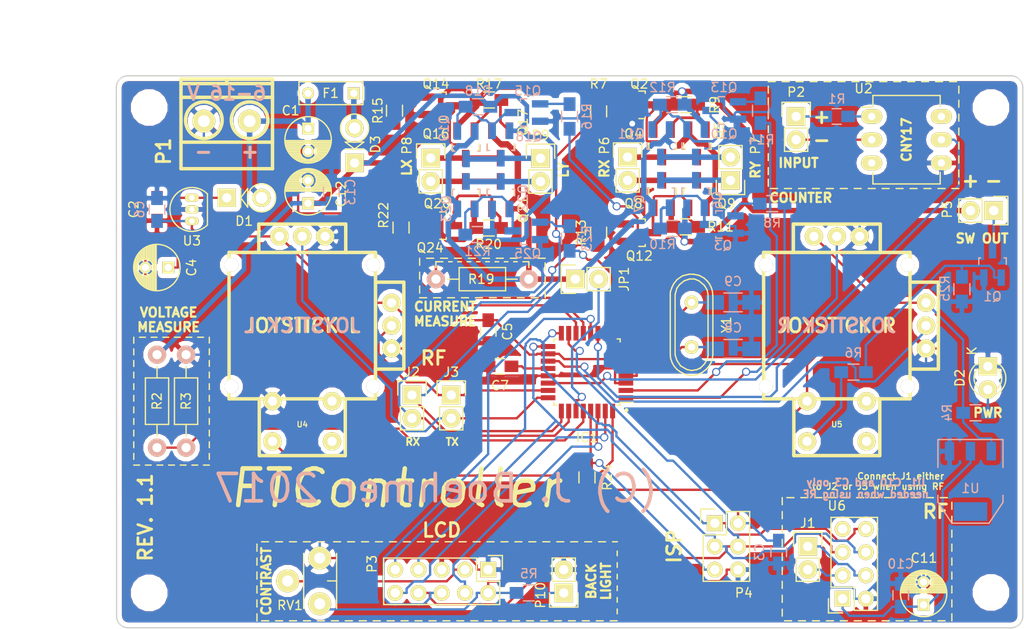
<source format=kicad_pcb>
(kicad_pcb (version 20170123) (host pcbnew "(2017-06-19 revision 6733101c6)-makepkg")
  (title_block (title FTController) (date 2017-03-04) (rev 1.0) (company "(C) J. Böhmer"))
  (layers (0 F.Cu signal hide) (31 B.Cu signal hide) (34 B.Paste user hide) (35 F.Paste user hide) (36 B.SilkS user hide) (37 F.SilkS user) (38 B.Mask user) (39 F.Mask user hide) (44 Edge.Cuts user))
  (net 0 "")
  (net 1 GND)
  (net 2 +5V)
  (net 3 "Net-(C7-Pad1)")
  (net 4 /XTAL1)
  (net 5 /XTAL2)
  (net 6 +9V)
  (net 7 "Net-(D2-Pad2)")
  (net 8 PWM_RY1)
  (net 9 PWM_RY2)
  (net 10 PWM_LY1)
  (net 11 PWM_LY2)
  (net 12 /COUNT)
  (net 13 PWM_LX1)
  (net 14 PWM_LX2)
  (net 15 /MOSI)
  (net 16 /MISO)
  (net 17 /SCK)
  (net 18 /JOYR_X)
  (net 19 /JOYR_Y)
  (net 20 /JOYL_X)
  (net 21 /JOYL_Y)
  (net 22 PWM_RX1)
  (net 23 PWM_RX2)
  (net 24 I_MEAS)
  (net 25 /SCL)
  (net 26 /RST)
  (net 27 /SW_L)
  (net 28 "Net-(Q2-Pad3)")
  (net 29 "Net-(Q2-Pad1)")
  (net 30 "Net-(Q3-Pad1)")
  (net 31 "Net-(Q3-Pad3)")
  (net 32 "Net-(P6-Pad1)")
  (net 33 GNDA)
  (net 34 "Net-(P7-Pad1)")
  (net 35 "Net-(Q12-Pad3)")
  (net 36 "Net-(P6-Pad2)")
  (net 37 "Net-(Q10-Pad1)")
  (net 38 "Net-(P7-Pad2)")
  (net 39 "Net-(Q12-Pad1)")
  (net 40 "Net-(Q13-Pad1)")
  (net 41 "Net-(Q14-Pad3)")
  (net 42 "Net-(Q14-Pad1)")
  (net 43 "Net-(Q15-Pad3)")
  (net 44 "Net-(Q15-Pad1)")
  (net 45 "Net-(P8-Pad1)")
  (net 46 "Net-(P9-Pad1)")
  (net 47 "Net-(Q20-Pad1)")
  (net 48 "Net-(P8-Pad2)")
  (net 49 "Net-(Q22-Pad1)")
  (net 50 "Net-(P9-Pad2)")
  (net 51 "Net-(Q24-Pad1)")
  (net 52 "Net-(Q25-Pad1)")
  (net 53 "Net-(R1-Pad1)")
  (net 54 "Net-(P2-Pad1)")
  (net 55 "Net-(Q1-Pad1)")
  (net 56 SW_R)
  (net 57 "Net-(P5-Pad1)")
  (net 58 /LCD_E)
  (net 59 /LCD_RS)
  (net 60 /LCD_DB7)
  (net 61 "Net-(P2-Pad2)")
  (net 62 "Net-(P3-Pad3)")
  (net 63 "Net-(P10-Pad1)")
  (net 64 "Net-(C10-Pad1)")
  (net 65 "Net-(J1-Pad1)")
  (net 66 "Net-(J1-Pad2)")
  (net 67 "Net-(U6-Pad7)")
  (net 68 "Net-(C1-Pad1)")
  (net 69 "Net-(C2-Pad1)")
  (net 70 "Net-(D3-Pad2)")
  (net 71 "Net-(U2-Pad3)")
  (net 72 "Net-(U2-Pad6)")
  (module Joystick:Joystick_Button (layer F.Cu) (at 224.155 116.84)
    (fp_text reference U5 (at 0 10.795) (layer F.SilkS) (effects (font (size 0.59944 0.59944) (thickness 0.12446))))
    (fp_text value JOYSTICK_R hide)
    (pad "" thru_hole circle (at 3.2512 12.6492) (size 1.99898 1.99898) (drill 1.00076) (layers *.Cu *.Mask F.SilkS))
    (pad SW2 thru_hole circle (at -3.2512 12.6492) (size 1.99898 1.99898) (drill 1.00076) (layers *.Cu *.Mask F.SilkS) (net 56 SW_R))
    (pad "" thru_hole circle (at 3.2512 8.24992) (size 1.99898 1.99898) (drill 1.00076) (layers *.Cu *.Mask F.SilkS))
    (pad SW1 thru_hole circle (at -3.2512 8.24992) (size 1.99898 1.99898) (drill 1.00076) (layers *.Cu *.Mask F.SilkS) (net 2 +5V))
    (pad "" thru_hole circle (at -7.74954 6.64972) (size 1.50114 1.50114) (drill 1.50114) (layers *.Cu *.Mask F.SilkS))
    (pad "" thru_hole circle (at 7.74954 6.64972) (size 1.50114 1.50114) (drill 1.50114) (layers *.Cu *.Mask F.SilkS))
    (pad "" thru_hole circle (at -7.74954 -6.64972) (size 1.50114 1.50114) (drill 1.50114) (layers *.Cu *.Mask F.SilkS))
    (pad "" thru_hole circle (at 7.74954 -6.64972) (size 1.50114 1.50114) (drill 1.50114) (layers *.Cu *.Mask F.SilkS))
    (pad Y3 thru_hole circle (at 2.49936 -9.75106) (size 1.99898 1.99898) (drill 1.00076) (layers *.Cu *.Mask F.SilkS) (net 1 GND))
    (pad Y1 thru_hole circle (at -2.49936 -9.75106) (size 1.99898 1.99898) (drill 1.00076) (layers *.Cu *.Mask F.SilkS) (net 2 +5V))
    (pad Y2 thru_hole circle (at 0 -9.75106) (size 1.99898 1.99898) (drill 1.00076) (layers *.Cu *.Mask F.SilkS) (net 19 /JOYR_Y))
    (pad X3 thru_hole circle (at 9.75106 2.49936) (size 1.99898 1.99898) (drill 1.00076) (layers *.Cu *.Mask F.SilkS) (net 1 GND))
    (pad X2 thru_hole circle (at 9.75106 0) (size 1.99898 1.99898) (drill 1.00076) (layers *.Cu *.Mask F.SilkS) (net 18 /JOYR_X))
    (pad X1 thru_hole circle (at 9.75106 -2.49936) (size 1.99898 1.99898) (drill 1.00076) (layers *.Cu *.Mask F.SilkS) (net 2 +5V))
  )
  (module Capacitors_SMD:C_0805_HandSoldering (layer F.Cu) (at 149.86 104.12 270)
    (fp_text reference C2 (at 0 2.54 270) (layer F.SilkS))
    (fp_text value 100n)
    (pad 2 smd rect (at 1.25 0 270) (size 1.5 1.25) (layers F.Cu F.Paste F.Mask) (net 1 GND))
    (pad 1 smd rect (at -1.25 0 270) (size 1.5 1.25) (layers F.Cu F.Paste F.Mask) (net 69 "Net-(C2-Pad1)"))
  )
  (module Capacitors_SMD:C_0805_HandSoldering (layer B.Cu) (at 217.805 141.585 270)
    (fp_text reference C3 (at 0 2.1 270) (layer B.SilkS) (effects (justify mirror)))
    (fp_text value 100n)
    (pad 1 smd rect (at -1.25 0 270) (size 1.5 1.25) (layers B.Cu B.Paste B.Mask) (net 2 +5V))
    (pad 2 smd rect (at 1.25 0 270) (size 1.5 1.25) (layers B.Cu B.Paste B.Mask) (net 1 GND))
  )
  (module Capacitors_SMD:C_0805_HandSoldering (layer F.Cu) (at 186.055 117.495 270)
    (fp_text reference C5 (at 0 -2.1 270) (layer F.SilkS))
    (fp_text value 100n)
    (pad 1 smd rect (at -1.25 0 270) (size 1.5 1.25) (layers F.Cu F.Paste F.Mask) (net 2 +5V))
    (pad 2 smd rect (at 1.25 0 270) (size 1.5 1.25) (layers F.Cu F.Paste F.Mask) (net 1 GND))
  )
  (module Capacitors_SMD:C_0805_HandSoldering (layer B.Cu) (at 149.86 104.16 90)
    (fp_text reference C6 (at 0.02 -1.905 90) (layer B.SilkS) (effects (justify mirror)))
    (fp_text value 100n)
    (pad 2 smd rect (at 1.25 0 90) (size 1.5 1.25) (layers B.Cu B.Paste B.Mask) (net 1 GND))
    (pad 1 smd rect (at -1.25 0 90) (size 1.5 1.25) (layers B.Cu B.Paste B.Mask) (net 2 +5V))
  )
  (module Capacitors_SMD:C_0805_HandSoldering (layer F.Cu) (at 187.345 121.285 180)
    (fp_text reference C7 (at 0 -2.1 180) (layer F.SilkS))
    (fp_text value 100n)
    (pad 2 smd rect (at 1.25 0 180) (size 1.5 1.25) (layers F.Cu F.Paste F.Mask) (net 1 GND))
    (pad 1 smd rect (at -1.25 0 180) (size 1.5 1.25) (layers F.Cu F.Paste F.Mask) (net 3 "Net-(C7-Pad1)"))
  )
  (module Capacitors_SMD:C_1206_HandSoldering (layer B.Cu) (at 212.82 119.38 180)
    (fp_text reference C8 (at 0 2.3 180) (layer B.SilkS) (effects (justify mirror)))
    (fp_text value 15p)
    (pad 2 smd rect (at 2 0 180) (size 2 1.6) (layers B.Cu B.Paste B.Mask) (net 4 /XTAL1))
    (pad 1 smd rect (at -2 0 180) (size 2 1.6) (layers B.Cu B.Paste B.Mask) (net 1 GND))
  )
  (module Capacitors_SMD:C_1206_HandSoldering (layer B.Cu) (at 212.82 114.3 180)
    (fp_text reference C9 (at 0 2.3 180) (layer B.SilkS) (effects (justify mirror)))
    (fp_text value 15p)
    (pad 1 smd rect (at -2 0 180) (size 2 1.6) (layers B.Cu B.Paste B.Mask) (net 1 GND))
    (pad 2 smd rect (at 2 0 180) (size 2 1.6) (layers B.Cu B.Paste B.Mask) (net 5 /XTAL2))
  )
  (module Diodes_ThroughHole:Diode_DO-41_SOD81_Vertical_KathodeUp (layer F.Cu) (at 157.48 102.87)
    (fp_text reference D1 (at 1.905 2.54) (layer F.SilkS))
    (fp_text value 1N4001)
    (pad 2 thru_hole circle (at 3.81 0 180) (size 1.99898 1.99898) (drill 1.27) (layers *.Cu *.Mask F.SilkS) (net 68 "Net-(C1-Pad1)"))
    (pad 1 thru_hole rect (at 0 0 180) (size 1.99898 1.99898) (drill 1.00076) (layers *.Cu *.Mask F.SilkS) (net 69 "Net-(C2-Pad1)"))
  )
  (module LEDs:LED-3MM (layer F.Cu) (at 240.665 121.285 270)
    (fp_text reference D2 (at 1.27 3.06 270) (layer F.SilkS))
    (fp_text value PWR)
    (fp_text user K (at -1.69 1.74 270) (layer F.SilkS))
    (pad 2 thru_hole circle (at 2.54 0 270) (size 2 2) (drill 1.00076) (layers *.Cu *.Mask F.SilkS) (net 7 "Net-(D2-Pad2)"))
    (pad 1 thru_hole rect (at 0 0) (size 2 2) (drill 1.00076) (layers *.Cu *.Mask F.SilkS) (net 1 GND))
  )
  (module Pin_Headers:Pin_Header_Straight_2x03 (layer F.Cu) (at 210.82 138.43)
    (fp_text reference P4 (at 3.175 7.62) (layer F.SilkS))
    (fp_text value AVR-ISP)
    (pad 1 thru_hole rect (at 0 0) (size 1.7272 1.7272) (drill 1.016) (layers *.Cu *.Mask F.SilkS) (net 16 /MISO))
    (pad 2 thru_hole oval (at 2.54 0) (size 1.7272 1.7272) (drill 1.016) (layers *.Cu *.Mask F.SilkS) (net 2 +5V))
    (pad 3 thru_hole oval (at 0 2.54) (size 1.7272 1.7272) (drill 1.016) (layers *.Cu *.Mask F.SilkS) (net 17 /SCK))
    (pad 4 thru_hole oval (at 2.54 2.54) (size 1.7272 1.7272) (drill 1.016) (layers *.Cu *.Mask F.SilkS) (net 15 /MOSI))
    (pad 5 thru_hole oval (at 0 5.08) (size 1.7272 1.7272) (drill 1.016) (layers *.Cu *.Mask F.SilkS) (net 26 /RST))
    (pad 6 thru_hole oval (at 2.54 5.08) (size 1.7272 1.7272) (drill 1.016) (layers *.Cu *.Mask F.SilkS) (net 1 GND))
  )
  (module TO_SOT_Packages_SMD:SOT-23_Handsoldering (layer F.Cu) (at 202.565 92.71 270)
    (fp_text reference Q2 (at -2.286 0) (layer F.SilkS))
    (fp_text value BC848)
    (pad 3 smd rect (at 0 -1.50114 270) (size 0.8001 1.80086) (layers F.Cu F.Paste F.Mask) (net 28 "Net-(Q2-Pad3)"))
    (pad 2 smd rect (at 0.95 1.50114 270) (size 0.8001 1.80086) (layers F.Cu F.Paste F.Mask) (net 1 GND))
    (pad 1 smd rect (at -0.95 1.50114 270) (size 0.8001 1.80086) (layers F.Cu F.Paste F.Mask) (net 29 "Net-(Q2-Pad1)"))
  )
  (module TO_SOT_Packages_SMD:SOT-23_Handsoldering (layer B.Cu) (at 211.578 105.791 270)
    (fp_text reference Q3 (at 2.286266 -0.130778) (layer B.SilkS) (effects (justify mirror)))
    (fp_text value BC848)
    (pad 1 smd rect (at -0.95 -1.50114 270) (size 0.8001 1.80086) (layers B.Cu B.Paste B.Mask) (net 30 "Net-(Q3-Pad1)"))
    (pad 2 smd rect (at 0.95 -1.50114 270) (size 0.8001 1.80086) (layers B.Cu B.Paste B.Mask) (net 1 GND))
    (pad 3 smd rect (at 0 1.50114 270) (size 0.8001 1.80086) (layers B.Cu B.Paste B.Mask) (net 31 "Net-(Q3-Pad3)"))
  )
  (module TO_SOT_Packages_SMD:SOT-23_Handsoldering (layer F.Cu) (at 205.105 96.9239 180)
    (fp_text reference Q4 (at 3.175 1.03886) (layer F.SilkS))
    (fp_text value IRML6402)
    (pad 1 smd rect (at -0.95 1.50114 180) (size 0.8001 1.80086) (layers F.Cu F.Paste F.Mask) (net 28 "Net-(Q2-Pad3)"))
    (pad 2 smd rect (at 0.95 1.50114 180) (size 0.8001 1.80086) (layers F.Cu F.Paste F.Mask) (net 6 +9V))
    (pad 3 smd rect (at 0 -1.50114 180) (size 0.8001 1.80086) (layers F.Cu F.Paste F.Mask) (net 32 "Net-(P6-Pad1)"))
  )
  (module TO_SOT_Packages_SMD:SOT-23_Handsoldering (layer F.Cu) (at 208.915 96.9239 180)
    (fp_text reference Q5 (at -2.413 1.4199 270) (layer F.SilkS))
    (fp_text value IRML2502)
    (pad 3 smd rect (at 0 -1.50114 180) (size 0.8001 1.80086) (layers F.Cu F.Paste F.Mask) (net 32 "Net-(P6-Pad1)"))
    (pad 2 smd rect (at 0.95 1.50114 180) (size 0.8001 1.80086) (layers F.Cu F.Paste F.Mask) (net 33 GNDA))
    (pad 1 smd rect (at -0.95 1.50114 180) (size 0.8001 1.80086) (layers F.Cu F.Paste F.Mask) (net 28 "Net-(Q2-Pad3)"))
  )
  (module TO_SOT_Packages_SMD:SOT-23_Handsoldering (layer B.Cu) (at 208.723 102.443 180)
    (fp_text reference Q6 (at -2.351 -0.681 90) (layer B.SilkS) (effects (justify mirror)))
    (fp_text value IRML6402)
    (pad 1 smd rect (at -0.95 -1.50114 180) (size 0.8001 1.80086) (layers B.Cu B.Paste B.Mask) (net 31 "Net-(Q3-Pad3)"))
    (pad 2 smd rect (at 0.95 -1.50114 180) (size 0.8001 1.80086) (layers B.Cu B.Paste B.Mask) (net 6 +9V))
    (pad 3 smd rect (at 0 1.50114 180) (size 0.8001 1.80086) (layers B.Cu B.Paste B.Mask) (net 34 "Net-(P7-Pad1)"))
  )
  (module TO_SOT_Packages_SMD:SOT-23_Handsoldering (layer B.Cu) (at 204.913 102.443 180)
    (fp_text reference Q7 (at 2.348222 -1.061986 270) (layer B.SilkS) (effects (justify mirror)))
    (fp_text value IRML2502)
    (pad 1 smd rect (at -0.95 -1.50114 180) (size 0.8001 1.80086) (layers B.Cu B.Paste B.Mask) (net 31 "Net-(Q3-Pad3)"))
    (pad 2 smd rect (at 0.95 -1.50114 180) (size 0.8001 1.80086) (layers B.Cu B.Paste B.Mask) (net 33 GNDA))
    (pad 3 smd rect (at 0 1.50114 180) (size 0.8001 1.80086) (layers B.Cu B.Paste B.Mask) (net 34 "Net-(P7-Pad1)"))
  )
  (module TO_SOT_Packages_SMD:SOT-23_Handsoldering (layer F.Cu) (at 205.105 102.466)
    (fp_text reference Q8 (at -3.175 1.03886) (layer F.SilkS))
    (fp_text value IRML6402)
    (pad 1 smd rect (at -0.95 1.50114) (size 0.8001 1.80086) (layers F.Cu F.Paste F.Mask) (net 35 "Net-(Q12-Pad3)"))
    (pad 2 smd rect (at 0.95 1.50114) (size 0.8001 1.80086) (layers F.Cu F.Paste F.Mask) (net 6 +9V))
    (pad 3 smd rect (at 0 -1.50114) (size 0.8001 1.80086) (layers F.Cu F.Paste F.Mask) (net 36 "Net-(P6-Pad2)"))
  )
  (module TO_SOT_Packages_SMD:SOT-23_Handsoldering (layer F.Cu) (at 208.915 102.466)
    (fp_text reference Q9 (at 3.175 1.03886) (layer F.SilkS))
    (fp_text value IRML2502)
    (pad 3 smd rect (at 0 -1.50114) (size 0.8001 1.80086) (layers F.Cu F.Paste F.Mask) (net 36 "Net-(P6-Pad2)"))
    (pad 2 smd rect (at 0.95 1.50114) (size 0.8001 1.80086) (layers F.Cu F.Paste F.Mask) (net 33 GNDA))
    (pad 1 smd rect (at -0.95 1.50114) (size 0.8001 1.80086) (layers F.Cu F.Paste F.Mask) (net 35 "Net-(Q12-Pad3)"))
  )
  (module TO_SOT_Packages_SMD:SOT-23_Handsoldering (layer B.Cu) (at 208.723 96.9007)
    (fp_text reference Q10 (at 3.113 -1.0157 180) (layer B.SilkS) (effects (justify mirror)))
    (fp_text value IRML6402)
    (pad 1 smd rect (at -0.95 -1.50114) (size 0.8001 1.80086) (layers B.Cu B.Paste B.Mask) (net 37 "Net-(Q10-Pad1)"))
    (pad 2 smd rect (at 0.95 -1.50114) (size 0.8001 1.80086) (layers B.Cu B.Paste B.Mask) (net 6 +9V))
    (pad 3 smd rect (at 0 1.50114) (size 0.8001 1.80086) (layers B.Cu B.Paste B.Mask) (net 38 "Net-(P7-Pad2)"))
  )
  (module TO_SOT_Packages_SMD:SOT-23_Handsoldering (layer B.Cu) (at 204.913 96.9007)
    (fp_text reference Q11 (at -3.237 -1.0157 180) (layer B.SilkS) (effects (justify mirror)))
    (fp_text value IRML2502)
    (pad 3 smd rect (at 0 1.50114) (size 0.8001 1.80086) (layers B.Cu B.Paste B.Mask) (net 38 "Net-(P7-Pad2)"))
    (pad 2 smd rect (at 0.95 -1.50114) (size 0.8001 1.80086) (layers B.Cu B.Paste B.Mask) (net 33 GNDA))
    (pad 1 smd rect (at -0.95 -1.50114) (size 0.8001 1.80086) (layers B.Cu B.Paste B.Mask) (net 37 "Net-(Q10-Pad1)"))
  )
  (module TO_SOT_Packages_SMD:SOT-23_Handsoldering (layer F.Cu) (at 202.565 106.68 270)
    (fp_text reference Q12 (at 2.54 0) (layer F.SilkS))
    (fp_text value BC848)
    (pad 1 smd rect (at -0.95 1.50114 270) (size 0.8001 1.80086) (layers F.Cu F.Paste F.Mask) (net 39 "Net-(Q12-Pad1)"))
    (pad 2 smd rect (at 0.95 1.50114 270) (size 0.8001 1.80086) (layers F.Cu F.Paste F.Mask) (net 1 GND))
    (pad 3 smd rect (at 0 -1.50114 270) (size 0.8001 1.80086) (layers F.Cu F.Paste F.Mask) (net 35 "Net-(Q12-Pad3)"))
  )
  (module TO_SOT_Packages_SMD:SOT-23_Handsoldering (layer B.Cu) (at 211.85886 93.3219 270)
    (fp_text reference Q13 (at -2.516874 0.039) (layer B.SilkS) (effects (justify mirror)))
    (fp_text value BC848)
    (pad 3 smd rect (at 0 1.50114 270) (size 0.8001 1.80086) (layers B.Cu B.Paste B.Mask) (net 37 "Net-(Q10-Pad1)"))
    (pad 2 smd rect (at 0.95 -1.50114 270) (size 0.8001 1.80086) (layers B.Cu B.Paste B.Mask) (net 1 GND))
    (pad 1 smd rect (at -0.95 -1.50114 270) (size 0.8001 1.80086) (layers B.Cu B.Paste B.Mask) (net 40 "Net-(Q13-Pad1)"))
  )
  (module TO_SOT_Packages_SMD:SOT-23_Handsoldering (layer F.Cu) (at 180.812 92.8135 270)
    (fp_text reference Q14 (at -2.3895 0.472) (layer F.SilkS))
    (fp_text value BC848)
    (pad 3 smd rect (at 0 -1.50114 270) (size 0.8001 1.80086) (layers F.Cu F.Paste F.Mask) (net 41 "Net-(Q14-Pad3)"))
    (pad 2 smd rect (at 0.95 1.50114 270) (size 0.8001 1.80086) (layers F.Cu F.Paste F.Mask) (net 1 GND))
    (pad 1 smd rect (at -0.95 1.50114 270) (size 0.8001 1.80086) (layers F.Cu F.Paste F.Mask) (net 42 "Net-(Q14-Pad1)"))
  )
  (module TO_SOT_Packages_SMD:SOT-23_Handsoldering (layer B.Cu) (at 190.231 93.5519 270)
    (fp_text reference Q15 (at -2.365904 -0.14158) (layer B.SilkS) (effects (justify mirror)))
    (fp_text value BC848)
    (pad 3 smd rect (at 0 1.50114 270) (size 0.8001 1.80086) (layers B.Cu B.Paste B.Mask) (net 43 "Net-(Q15-Pad3)"))
    (pad 2 smd rect (at 0.95 -1.50114 270) (size 0.8001 1.80086) (layers B.Cu B.Paste B.Mask) (net 1 GND))
    (pad 1 smd rect (at -0.95 -1.50114 270) (size 0.8001 1.80086) (layers B.Cu B.Paste B.Mask) (net 44 "Net-(Q15-Pad1)"))
  )
  (module TO_SOT_Packages_SMD:SOT-23_Handsoldering (layer F.Cu) (at 183.583 97.0273 180)
    (fp_text reference Q16 (at 3.243 1.142312 180) (layer F.SilkS))
    (fp_text value IRML6402)
    (pad 3 smd rect (at 0 -1.50114 180) (size 0.8001 1.80086) (layers F.Cu F.Paste F.Mask) (net 45 "Net-(P8-Pad1)"))
    (pad 2 smd rect (at 0.95 1.50114 180) (size 0.8001 1.80086) (layers F.Cu F.Paste F.Mask) (net 6 +9V))
    (pad 1 smd rect (at -0.95 1.50114 180) (size 0.8001 1.80086) (layers F.Cu F.Paste F.Mask) (net 41 "Net-(Q14-Pad3)"))
  )
  (module TO_SOT_Packages_SMD:SOT-23_Handsoldering (layer F.Cu) (at 187.393 97.0273 180)
    (fp_text reference Q17 (at -2.47236 2.412312 270) (layer F.SilkS))
    (fp_text value IRML2502)
    (pad 1 smd rect (at -0.95 1.50114 180) (size 0.8001 1.80086) (layers F.Cu F.Paste F.Mask) (net 41 "Net-(Q14-Pad3)"))
    (pad 2 smd rect (at 0.95 1.50114 180) (size 0.8001 1.80086) (layers F.Cu F.Paste F.Mask) (net 33 GNDA))
    (pad 3 smd rect (at 0 -1.50114 180) (size 0.8001 1.80086) (layers F.Cu F.Paste F.Mask) (net 45 "Net-(P8-Pad1)"))
  )
  (module TO_SOT_Packages_SMD:SOT-23_Handsoldering (layer B.Cu) (at 187.452 97.0509)
    (fp_text reference Q18 (at 3.048 -0.864764 180) (layer B.SilkS) (effects (justify mirror)))
    (fp_text value IRML6402)
    (pad 3 smd rect (at 0 1.50114) (size 0.8001 1.80086) (layers B.Cu B.Paste B.Mask) (net 46 "Net-(P9-Pad1)"))
    (pad 2 smd rect (at 0.95 -1.50114) (size 0.8001 1.80086) (layers B.Cu B.Paste B.Mask) (net 6 +9V))
    (pad 1 smd rect (at -0.95 -1.50114) (size 0.8001 1.80086) (layers B.Cu B.Paste B.Mask) (net 43 "Net-(Q15-Pad3)"))
  )
  (module TO_SOT_Packages_SMD:SOT-23_Handsoldering (layer B.Cu) (at 183.65 97.1308)
    (fp_text reference Q19 (at -2.42128 -1.8808 90) (layer B.SilkS) (effects (justify mirror)))
    (fp_text value IRML2502)
    (pad 1 smd rect (at -0.95 -1.50114) (size 0.8001 1.80086) (layers B.Cu B.Paste B.Mask) (net 43 "Net-(Q15-Pad3)"))
    (pad 2 smd rect (at 0.95 -1.50114) (size 0.8001 1.80086) (layers B.Cu B.Paste B.Mask) (net 33 GNDA))
    (pad 3 smd rect (at 0 1.50114) (size 0.8001 1.80086) (layers B.Cu B.Paste B.Mask) (net 46 "Net-(P9-Pad1)"))
  )
  (module TO_SOT_Packages_SMD:SOT-23_Handsoldering (layer F.Cu) (at 183.583 102.57)
    (fp_text reference Q20 (at -3.11564 0.935408) (layer F.SilkS))
    (fp_text value IRML6402)
    (pad 1 smd rect (at -0.95 1.50114) (size 0.8001 1.80086) (layers F.Cu F.Paste F.Mask) (net 47 "Net-(Q20-Pad1)"))
    (pad 2 smd rect (at 0.95 1.50114) (size 0.8001 1.80086) (layers F.Cu F.Paste F.Mask) (net 6 +9V))
    (pad 3 smd rect (at 0 -1.50114) (size 0.8001 1.80086) (layers F.Cu F.Paste F.Mask) (net 48 "Net-(P8-Pad2)"))
  )
  (module TO_SOT_Packages_SMD:SOT-23_Handsoldering (layer F.Cu) (at 187.393 102.57)
    (fp_text reference Q21 (at 2.47236 1.57 90) (layer F.SilkS))
    (fp_text value IRML2502)
    (pad 1 smd rect (at -0.95 1.50114) (size 0.8001 1.80086) (layers F.Cu F.Paste F.Mask) (net 47 "Net-(Q20-Pad1)"))
    (pad 2 smd rect (at 0.95 1.50114) (size 0.8001 1.80086) (layers F.Cu F.Paste F.Mask) (net 33 GNDA))
    (pad 3 smd rect (at 0 -1.50114) (size 0.8001 1.80086) (layers F.Cu F.Paste F.Mask) (net 48 "Net-(P8-Pad2)"))
  )
  (module TO_SOT_Packages_SMD:SOT-23_Handsoldering (layer B.Cu) (at 187.452 102.593 180)
    (fp_text reference Q22 (at -2.40472 -0.277 270) (layer B.SilkS) (effects (justify mirror)))
    (fp_text value IRML6402)
    (pad 1 smd rect (at -0.95 -1.50114 180) (size 0.8001 1.80086) (layers B.Cu B.Paste B.Mask) (net 49 "Net-(Q22-Pad1)"))
    (pad 2 smd rect (at 0.95 -1.50114 180) (size 0.8001 1.80086) (layers B.Cu B.Paste B.Mask) (net 6 +9V))
    (pad 3 smd rect (at 0 1.50114 180) (size 0.8001 1.80086) (layers B.Cu B.Paste B.Mask) (net 50 "Net-(P9-Pad2)"))
  )
  (module TO_SOT_Packages_SMD:SOT-23_Handsoldering (layer B.Cu) (at 183.65 102.593 180)
    (fp_text reference Q23 (at 2.16728 -1.466956 270) (layer B.SilkS) (effects (justify mirror)))
    (fp_text value IRML2502)
    (pad 3 smd rect (at 0 1.50114 180) (size 0.8001 1.80086) (layers B.Cu B.Paste B.Mask) (net 50 "Net-(P9-Pad2)"))
    (pad 2 smd rect (at 0.95 -1.50114 180) (size 0.8001 1.80086) (layers B.Cu B.Paste B.Mask) (net 33 GNDA))
    (pad 1 smd rect (at -0.95 -1.50114 180) (size 0.8001 1.80086) (layers B.Cu B.Paste B.Mask) (net 49 "Net-(Q22-Pad1)"))
  )
  (module TO_SOT_Packages_SMD:SOT-23_Handsoldering (layer F.Cu) (at 180.812 105.917 270)
    (fp_text reference Q24 (at 2.413688 1.1065 180) (layer F.SilkS))
    (fp_text value BC848)
    (pad 3 smd rect (at 0 -1.50114 270) (size 0.8001 1.80086) (layers F.Cu F.Paste F.Mask) (net 47 "Net-(Q20-Pad1)"))
    (pad 2 smd rect (at 0.95 1.50114 270) (size 0.8001 1.80086) (layers F.Cu F.Paste F.Mask) (net 1 GND))
    (pad 1 smd rect (at -0.95 1.50114 270) (size 0.8001 1.80086) (layers F.Cu F.Paste F.Mask) (net 51 "Net-(Q24-Pad1)"))
  )
  (module TO_SOT_Packages_SMD:SOT-23_Handsoldering (layer B.Cu) (at 190.231 106.483 270)
    (fp_text reference Q25 (at 2.483 -0.14158) (layer B.SilkS) (effects (justify mirror)))
    (fp_text value BC848)
    (pad 3 smd rect (at 0 1.50114 270) (size 0.8001 1.80086) (layers B.Cu B.Paste B.Mask) (net 49 "Net-(Q22-Pad1)"))
    (pad 2 smd rect (at 0.95 -1.50114 270) (size 0.8001 1.80086) (layers B.Cu B.Paste B.Mask) (net 1 GND))
    (pad 1 smd rect (at -0.95 -1.50114 270) (size 0.8001 1.80086) (layers B.Cu B.Paste B.Mask) (net 52 "Net-(Q25-Pad1)"))
  )
  (module Capacitors_SMD:C_0805_HandSoldering (layer B.Cu) (at 224.135 93.98 180)
    (fp_text reference R1 (at 0 1.905 180) (layer B.SilkS) (effects (justify mirror)))
    (fp_text value 1k)
    (pad 1 smd rect (at -1.25 0 180) (size 1.5 1.25) (layers B.Cu B.Paste B.Mask) (net 53 "Net-(R1-Pad1)"))
    (pad 2 smd rect (at 1.25 0 180) (size 1.5 1.25) (layers B.Cu B.Paste B.Mask) (net 54 "Net-(P2-Pad1)"))
  )
  (module Housings_DIP:DIP-6_W7.62mm_LongPads (layer F.Cu) (at 227.965 93.98)
    (fp_text reference U2 (at -0.889 -3.048) (layer F.SilkS))
    (fp_text value CNY17-1)
    (pad 1 thru_hole oval (at 0 0) (size 2.3 1.6) (drill 0.8) (layers *.Cu *.Mask F.SilkS) (net 53 "Net-(R1-Pad1)"))
    (pad 2 thru_hole oval (at 0 2.54) (size 2.3 1.6) (drill 0.8) (layers *.Cu *.Mask F.SilkS) (net 61 "Net-(P2-Pad2)"))
    (pad 3 thru_hole oval (at 0 5.08) (size 2.3 1.6) (drill 0.8) (layers *.Cu *.Mask F.SilkS) (net 71 "Net-(U2-Pad3)"))
    (pad 4 thru_hole oval (at 7.62 5.08) (size 2.3 1.6) (drill 0.8) (layers *.Cu *.Mask F.SilkS) (net 1 GND))
    (pad 5 thru_hole oval (at 7.62 2.54) (size 2.3 1.6) (drill 0.8) (layers *.Cu *.Mask F.SilkS) (net 12 /COUNT))
    (pad 6 thru_hole oval (at 7.62 0) (size 2.3 1.6) (drill 0.8) (layers *.Cu *.Mask F.SilkS) (net 72 "Net-(U2-Pad6)"))
  )
  (module Joystick:Joystick_Button (layer F.Cu) (at 165.735 116.84)
    (fp_text reference U4 (at 0 10.795) (layer F.SilkS) (effects (font (size 0.59944 0.59944) (thickness 0.12446))))
    (fp_text value JOYSTICK_L hide)
    (pad X1 thru_hole circle (at 9.75106 -2.49936) (size 1.99898 1.99898) (drill 1.00076) (layers *.Cu *.Mask F.SilkS) (net 2 +5V))
    (pad X2 thru_hole circle (at 9.75106 0) (size 1.99898 1.99898) (drill 1.00076) (layers *.Cu *.Mask F.SilkS) (net 20 /JOYL_X))
    (pad X3 thru_hole circle (at 9.75106 2.49936) (size 1.99898 1.99898) (drill 1.00076) (layers *.Cu *.Mask F.SilkS) (net 1 GND))
    (pad Y2 thru_hole circle (at 0 -9.75106) (size 1.99898 1.99898) (drill 1.00076) (layers *.Cu *.Mask F.SilkS) (net 21 /JOYL_Y))
    (pad Y1 thru_hole circle (at -2.49936 -9.75106) (size 1.99898 1.99898) (drill 1.00076) (layers *.Cu *.Mask F.SilkS) (net 2 +5V))
    (pad Y3 thru_hole circle (at 2.49936 -9.75106) (size 1.99898 1.99898) (drill 1.00076) (layers *.Cu *.Mask F.SilkS) (net 1 GND))
    (pad "" thru_hole circle (at 7.74954 -6.64972) (size 1.50114 1.50114) (drill 1.50114) (layers *.Cu *.Mask F.SilkS))
    (pad "" thru_hole circle (at -7.74954 -6.64972) (size 1.50114 1.50114) (drill 1.50114) (layers *.Cu *.Mask F.SilkS))
    (pad "" thru_hole circle (at 7.74954 6.64972) (size 1.50114 1.50114) (drill 1.50114) (layers *.Cu *.Mask F.SilkS))
    (pad "" thru_hole circle (at -7.74954 6.64972) (size 1.50114 1.50114) (drill 1.50114) (layers *.Cu *.Mask F.SilkS))
    (pad SW1 thru_hole circle (at -3.2512 8.24992) (size 1.99898 1.99898) (drill 1.00076) (layers *.Cu *.Mask F.SilkS) (net 1 GND))
    (pad "" thru_hole circle (at 3.2512 8.24992) (size 1.99898 1.99898) (drill 1.00076) (layers *.Cu *.Mask F.SilkS))
    (pad SW2 thru_hole circle (at -3.2512 12.6492) (size 1.99898 1.99898) (drill 1.00076) (layers *.Cu *.Mask F.SilkS) (net 27 /SW_L))
    (pad "" thru_hole circle (at 3.2512 12.6492) (size 1.99898 1.99898) (drill 1.00076) (layers *.Cu *.Mask F.SilkS))
  )
  (module Crystals:Crystal_HC49-U_Vertical (layer F.Cu) (at 208.28 116.741 270)
    (fp_text reference Y1 (at 0 -3.81 270) (layer F.SilkS))
    (fp_text value 16MHz)
    (pad 1 thru_hole circle (at -2.44094 0 270) (size 1.50114 1.50114) (drill 0.8001) (layers *.Cu *.Mask F.SilkS) (net 5 /XTAL2))
    (pad 2 thru_hole circle (at 2.44094 0 270) (size 1.50114 1.50114) (drill 0.8001) (layers *.Cu *.Mask F.SilkS) (net 4 /XTAL1))
  )
  (module Capacitors_ThroughHole:C_Radial_D5_L11_P2.5 (layer F.Cu) (at 166.37 95.29 270)
    (fp_text reference C1 (at -1.945 1.905) (layer F.SilkS))
    (fp_text value 100u)
    (pad 2 thru_hole circle (at 2.5 0 270) (size 1.3 1.3) (drill 0.8) (layers *.Cu *.Mask F.SilkS) (net 1 GND))
    (pad 1 thru_hole rect (at 0 0 270) (size 1.3 1.3) (drill 0.8) (layers *.Cu *.Mask F.SilkS) (net 68 "Net-(C1-Pad1)"))
  )
  (module Capacitors_ThroughHole:C_Radial_D5_L11_P2.5 (layer F.Cu) (at 151.09 110.49 180)
    (fp_text reference C4 (at -2.54 0 270) (layer F.SilkS))
    (fp_text value 10uF)
    (pad 2 thru_hole circle (at 2.5 0 180) (size 1.3 1.3) (drill 0.8) (layers *.Cu *.Mask F.SilkS) (net 1 GND))
    (pad 1 thru_hole rect (at 0 0 180) (size 1.3 1.3) (drill 0.8) (layers *.Cu *.Mask F.SilkS) (net 2 +5V))
  )
  (module Pin_Headers:Pin_Header_Straight_1x02 (layer F.Cu) (at 195.58 111.76 90)
    (fp_text reference JP1 (at 0 5.334 90) (layer F.SilkS))
    (fp_text value I_M_ON)
    (pad 2 thru_hole oval (at 0 2.54 90) (size 2.032 2.032) (drill 1.016) (layers *.Cu *.Mask F.SilkS) (net 24 I_MEAS))
    (pad 1 thru_hole rect (at 0 0 90) (size 2.032 2.032) (drill 1.016) (layers *.Cu *.Mask F.SilkS) (net 33 GNDA))
  )
  (module Pin_Headers:Pin_Header_Straight_1x02 (layer F.Cu) (at 219.71 93.98)
    (fp_text reference P2 (at 0 -2.667) (layer F.SilkS))
    (fp_text value COUNTER)
    (pad 1 thru_hole rect (at 0 0) (size 2.032 2.032) (drill 1.016) (layers *.Cu *.Mask F.SilkS) (net 54 "Net-(P2-Pad1)"))
    (pad 2 thru_hole oval (at 0 2.54) (size 2.032 2.032) (drill 1.016) (layers *.Cu *.Mask F.SilkS) (net 61 "Net-(P2-Pad2)"))
  )
  (module Pin_Headers:Pin_Header_Straight_1x02 (layer F.Cu) (at 241.3 104.267 270)
    (fp_text reference P5 (at -0.127 5.08 270) (layer F.SilkS))
    (fp_text value SW_OUTPUT)
    (pad 1 thru_hole rect (at 0 0 270) (size 2.032 2.032) (drill 1.016) (layers *.Cu *.Mask F.SilkS) (net 57 "Net-(P5-Pad1)"))
    (pad 2 thru_hole oval (at 0 2.54 270) (size 2.032 2.032) (drill 1.016) (layers *.Cu *.Mask F.SilkS) (net 6 +9V))
  )
  (module Pin_Headers:Pin_Header_Straight_1x02 (layer F.Cu) (at 201.295 98.425)
    (fp_text reference P6 (at -2.54 -1.27 90) (layer F.SilkS))
    (fp_text value OUT_RX)
    (pad 1 thru_hole rect (at 0 0) (size 2.032 2.032) (drill 1.016) (layers *.Cu *.Mask F.SilkS) (net 32 "Net-(P6-Pad1)"))
    (pad 2 thru_hole oval (at 0 2.54) (size 2.032 2.032) (drill 1.016) (layers *.Cu *.Mask F.SilkS) (net 36 "Net-(P6-Pad2)"))
  )
  (module Pin_Headers:Pin_Header_Straight_1x02 (layer F.Cu) (at 212.533 100.965 180)
    (fp_text reference P7 (at -2.731778 3.81 270) (layer F.SilkS))
    (fp_text value OUT_RY)
    (pad 2 thru_hole oval (at 0 2.54 180) (size 2.032 2.032) (drill 1.016) (layers *.Cu *.Mask F.SilkS) (net 38 "Net-(P7-Pad2)"))
    (pad 1 thru_hole rect (at 0 0 180) (size 2.032 2.032) (drill 1.016) (layers *.Cu *.Mask F.SilkS) (net 34 "Net-(P7-Pad1)"))
  )
  (module Pin_Headers:Pin_Header_Straight_1x02 (layer F.Cu) (at 179.773 98.5285)
    (fp_text reference P8 (at -2.60764 -1.373452 90) (layer F.SilkS))
    (fp_text value OUT_LX)
    (pad 2 thru_hole oval (at 0 2.54) (size 2.032 2.032) (drill 1.016) (layers *.Cu *.Mask F.SilkS) (net 48 "Net-(P8-Pad2)"))
    (pad 1 thru_hole rect (at 0 0) (size 2.032 2.032) (drill 1.016) (layers *.Cu *.Mask F.SilkS) (net 45 "Net-(P8-Pad1)"))
  )
  (module Pin_Headers:Pin_Header_Straight_1x02 (layer F.Cu) (at 191.77 98.552)
    (fp_text reference P9 (at 0 -2.54 180) (layer F.SilkS))
    (fp_text value OUT_LY)
    (pad 1 thru_hole rect (at 0 0) (size 2.032 2.032) (drill 1.016) (layers *.Cu *.Mask F.SilkS) (net 46 "Net-(P9-Pad1)"))
    (pad 2 thru_hole oval (at 0 2.54) (size 2.032 2.032) (drill 1.016) (layers *.Cu *.Mask F.SilkS) (net 50 "Net-(P9-Pad2)"))
  )
  (module TO_SOT_Packages_SMD:SOT-23_Handsoldering (layer B.Cu) (at 241.173 110.086 180)
    (fp_text reference Q1 (at 0 -3.57886 180) (layer B.SilkS) (effects (justify mirror)))
    (fp_text value IRML2502)
    (pad 1 smd rect (at -0.95 -1.50114 180) (size 0.8001 1.80086) (layers B.Cu B.Paste B.Mask) (net 55 "Net-(Q1-Pad1)"))
    (pad 2 smd rect (at 0.95 -1.50114 180) (size 0.8001 1.80086) (layers B.Cu B.Paste B.Mask) (net 1 GND))
    (pad 3 smd rect (at 0 1.50114 180) (size 0.8001 1.80086) (layers B.Cu B.Paste B.Mask) (net 57 "Net-(P5-Pad1)"))
  )
  (module Resistors_ThroughHole:Resistor_Horizontal_RM10mm (layer F.Cu) (at 149.86 120.015 270)
    (fp_text reference R2 (at 5.08 0 270) (layer F.SilkS))
    (fp_text value R)
    (pad 1 thru_hole circle (at 0 0 270) (size 1.99898 1.99898) (drill 1.00076) (layers *.Cu *.SilkS *.Mask) (net 6 +9V))
    (pad 2 thru_hole circle (at 10.16 0 270) (size 1.99898 1.99898) (drill 1.00076) (layers *.Cu *.SilkS *.Mask) (net 25 /SCL))
  )
  (module Resistors_ThroughHole:Resistor_Horizontal_RM10mm (layer F.Cu) (at 153.035 130.175 90)
    (fp_text reference R3 (at 5.08 0 90) (layer F.SilkS))
    (fp_text value R)
    (pad 2 thru_hole circle (at 10.16 0 90) (size 1.99898 1.99898) (drill 1.00076) (layers *.Cu *.SilkS *.Mask) (net 1 GND))
    (pad 1 thru_hole circle (at 0 0 90) (size 1.99898 1.99898) (drill 1.00076) (layers *.Cu *.SilkS *.Mask) (net 25 /SCL))
  )
  (module Resistors_ThroughHole:Resistor_Horizontal_RM10mm (layer F.Cu) (at 190.5 111.76 180)
    (fp_text reference R19 (at 5.207 0 180) (layer F.SilkS))
    (fp_text value SHUNT)
    (pad 1 thru_hole circle (at 0 0 180) (size 1.99898 1.99898) (drill 1.00076) (layers *.Cu *.SilkS *.Mask) (net 33 GNDA))
    (pad 2 thru_hole circle (at 10.16 0 180) (size 1.99898 1.99898) (drill 1.00076) (layers *.Cu *.SilkS *.Mask) (net 1 GND))
  )
  (module TO_SOT_Packages_THT:TO-92_Inline_Narrow_Oval (layer F.Cu) (at 153.67 105.41 90)
    (fp_text reference U3 (at -2.159 0 180) (layer F.SilkS))
    (fp_text value LM78L05ACZ)
    (pad 2 thru_hole oval (at 1.27 0 270) (size 0.89916 1.50114) (drill 0.6) (layers *.Cu *.Mask F.SilkS) (net 1 GND))
    (pad 3 thru_hole oval (at 2.54 0 270) (size 0.89916 1.50114) (drill 0.6) (layers *.Cu *.Mask F.SilkS) (net 69 "Net-(C2-Pad1)"))
    (pad 1 thru_hole oval (at 0 0 270) (size 0.89916 1.50114) (drill 0.6) (layers *.Cu *.Mask F.SilkS) (net 2 +5V))
  )
  (module Mounting_Holes:MountingHole_3mm (layer F.Cu) (at 149 93)
    (fp_text reference MK1 hide)
    (fp_text value Mounting_Hole)
    (pad 1 np_thru_hole circle (at 0 0) (size 3 3) (drill 3) (layers *.Cu *.Mask F.SilkS))
  )
  (module Mounting_Holes:MountingHole_3mm (layer F.Cu) (at 241 146)
    (fp_text reference MK2 hide)
    (fp_text value Mounting_Hole)
    (pad 1 np_thru_hole circle (at 0 0) (size 3 3) (drill 3) (layers *.Cu *.Mask F.SilkS))
  )
  (module Mounting_Holes:MountingHole_3mm (layer F.Cu) (at 241 93)
    (fp_text reference MK3 hide)
    (fp_text value Mounting_Hole)
    (pad 1 np_thru_hole circle (at 0 0) (size 3 3) (drill 3) (layers *.Cu *.Mask F.SilkS))
  )
  (module Mounting_Holes:MountingHole_3mm (layer F.Cu) (at 149 146.05)
    (fp_text reference MK4 hide)
    (fp_text value Mounting_Hole)
    (pad 1 np_thru_hole circle (at 0 0) (size 3 3) (drill 3) (layers *.Cu *.Mask F.SilkS))
  )
  (module Pin_Headers:Pin_Header_Straight_2x05 (layer F.Cu) (at 186.055 143.51 270)
    (fp_text reference P3 (at -0.635 12.7 270) (layer F.SilkS))
    (fp_text value LCD)
    (pad 1 thru_hole rect (at 0 0 270) (size 1.7272 1.7272) (drill 1.016) (layers *.Cu *.Mask F.SilkS) (net 1 GND))
    (pad 2 thru_hole oval (at 2.54 0 270) (size 1.7272 1.7272) (drill 1.016) (layers *.Cu *.Mask F.SilkS) (net 2 +5V))
    (pad 3 thru_hole oval (at 0 2.54 270) (size 1.7272 1.7272) (drill 1.016) (layers *.Cu *.Mask F.SilkS) (net 62 "Net-(P3-Pad3)"))
    (pad 4 thru_hole oval (at 2.54 2.54 270) (size 1.7272 1.7272) (drill 1.016) (layers *.Cu *.Mask F.SilkS) (net 59 /LCD_RS))
    (pad 5 thru_hole oval (at 0 5.08 270) (size 1.7272 1.7272) (drill 1.016) (layers *.Cu *.Mask F.SilkS) (net 1 GND))
    (pad 6 thru_hole oval (at 2.54 5.08 270) (size 1.7272 1.7272) (drill 1.016) (layers *.Cu *.Mask F.SilkS) (net 58 /LCD_E))
    (pad 7 thru_hole oval (at 0 7.62 270) (size 1.7272 1.7272) (drill 1.016) (layers *.Cu *.Mask F.SilkS) (net 17 /SCK))
    (pad 8 thru_hole oval (at 2.54 7.62 270) (size 1.7272 1.7272) (drill 1.016) (layers *.Cu *.Mask F.SilkS) (net 15 /MOSI))
    (pad 9 thru_hole oval (at 0 10.16 270) (size 1.7272 1.7272) (drill 1.016) (layers *.Cu *.Mask F.SilkS) (net 16 /MISO))
    (pad 10 thru_hole oval (at 2.54 10.16 270) (size 1.7272 1.7272) (drill 1.016) (layers *.Cu *.Mask F.SilkS) (net 60 /LCD_DB7))
  )
  (module Pin_Headers:Pin_Header_Straight_1x02 (layer F.Cu) (at 194.31 146.05 180)
    (fp_text reference P10 (at 2.54 -0.254 270) (layer F.SilkS))
    (fp_text value LCD_BACKLIGHT)
    (pad 1 thru_hole rect (at 0 0 180) (size 2.032 2.032) (drill 1.016) (layers *.Cu *.Mask F.SilkS) (net 63 "Net-(P10-Pad1)"))
    (pad 2 thru_hole oval (at 0 2.54 180) (size 2.032 2.032) (drill 1.016) (layers *.Cu *.Mask F.SilkS) (net 1 GND))
  )
  (module Potentiometers:Potentiometer_VishaySpectrol-Econtrim-Type36X (layer F.Cu) (at 167.64 147.239 90)
    (fp_text reference RV1 (at -0.16764 -3.24612) (layer F.SilkS))
    (fp_text value CONTRAST)
    (pad 2 thru_hole circle (at 2.49936 -3.50012 90) (size 2.49936 2.49936) (drill 1.19888) (layers *.Cu *.Mask F.SilkS) (net 62 "Net-(P3-Pad3)"))
    (pad 3 thru_hole circle (at 4.99872 0 90) (size 2.49936 2.49936) (drill 1.19888) (layers *.Cu *.Mask F.SilkS) (net 1 GND))
    (pad 1 thru_hole circle (at 0 0 90) (size 2.49936 2.49936) (drill 1.19888) (layers *.Cu *.Mask F.SilkS) (net 2 +5V))
  )
  (module Resistors_SMD:R_0805_HandSoldering (layer B.Cu) (at 239.315 126.365 180)
    (fp_text reference R4 (at 3.095 0 270) (layer B.SilkS) (effects (justify mirror)))
    (fp_text value 470)
    (pad 2 smd rect (at 1.35 0 180) (size 1.5 1.3) (layers B.Cu B.Paste B.Mask) (net 2 +5V))
    (pad 1 smd rect (at -1.35 0 180) (size 1.5 1.3) (layers B.Cu B.Paste B.Mask) (net 7 "Net-(D2-Pad2)"))
  )
  (module Resistors_SMD:R_0805_HandSoldering (layer B.Cu) (at 225.98 121.92 180)
    (fp_text reference R6 (at 0 2.1 180) (layer B.SilkS) (effects (justify mirror)))
    (fp_text value 1k)
    (pad 2 smd rect (at 1.35 0 180) (size 1.5 1.3) (layers B.Cu B.Paste B.Mask) (net 56 SW_R))
    (pad 1 smd rect (at -1.35 0 180) (size 1.5 1.3) (layers B.Cu B.Paste B.Mask) (net 55 "Net-(Q1-Pad1)"))
  )
  (module Resistors_SMD:R_0805_HandSoldering (layer F.Cu) (at 198.12 93.425 270)
    (fp_text reference R7 (at -3.001 0) (layer F.SilkS))
    (fp_text value 1k)
    (pad 1 smd rect (at -1.35 0 270) (size 1.5 1.3) (layers F.Cu F.Paste F.Mask) (net 29 "Net-(Q2-Pad1)"))
    (pad 2 smd rect (at 1.35 0 270) (size 1.5 1.3) (layers F.Cu F.Paste F.Mask) (net 22 PWM_RX1))
  )
  (module Resistors_SMD:R_0805_HandSoldering (layer B.Cu) (at 217.09 103.505)
    (fp_text reference R8 (at 0 2.1) (layer B.SilkS) (effects (justify mirror)))
    (fp_text value 1k)
    (pad 2 smd rect (at 1.35 0) (size 1.5 1.3) (layers B.Cu B.Paste B.Mask) (net 8 PWM_RY1))
    (pad 1 smd rect (at -1.35 0) (size 1.5 1.3) (layers B.Cu B.Paste B.Mask) (net 30 "Net-(Q3-Pad1)"))
  )
  (module Resistors_SMD:R_0805_HandSoldering (layer F.Cu) (at 207.645 92.69)
    (fp_text reference R9 (at 3.175 0.02 90) (layer F.SilkS))
    (fp_text value 10k)
    (pad 1 smd rect (at -1.35 0) (size 1.5 1.3) (layers F.Cu F.Paste F.Mask) (net 6 +9V))
    (pad 2 smd rect (at 1.35 0) (size 1.5 1.3) (layers F.Cu F.Paste F.Mask) (net 28 "Net-(Q2-Pad3)"))
  )
  (module Resistors_SMD:R_0805_HandSoldering (layer B.Cu) (at 206.203 106.225 180)
    (fp_text reference R10 (at 1.098 -1.725 180) (layer B.SilkS) (effects (justify mirror)))
    (fp_text value 10k)
    (pad 1 smd rect (at -1.35 0 180) (size 1.5 1.3) (layers B.Cu B.Paste B.Mask) (net 6 +9V))
    (pad 2 smd rect (at 1.35 0 180) (size 1.5 1.3) (layers B.Cu B.Paste B.Mask) (net 31 "Net-(Q3-Pad3)"))
  )
  (module Resistors_SMD:R_0805_HandSoldering (layer F.Cu) (at 207.645 106.045)
    (fp_text reference R11 (at 3.81 0 180) (layer F.SilkS))
    (fp_text value 10k)
    (pad 2 smd rect (at 1.35 0) (size 1.5 1.3) (layers F.Cu F.Paste F.Mask) (net 35 "Net-(Q12-Pad3)"))
    (pad 1 smd rect (at -1.35 0) (size 1.5 1.3) (layers F.Cu F.Paste F.Mask) (net 6 +9V))
  )
  (module Resistors_SMD:R_0805_HandSoldering (layer B.Cu) (at 206.163 92.6869 180)
    (fp_text reference R12 (at 1.058 1.8819 180) (layer B.SilkS) (effects (justify mirror)))
    (fp_text value 10k)
    (pad 1 smd rect (at -1.35 0 180) (size 1.5 1.3) (layers B.Cu B.Paste B.Mask) (net 6 +9V))
    (pad 2 smd rect (at 1.35 0 180) (size 1.5 1.3) (layers B.Cu B.Paste B.Mask) (net 37 "Net-(Q10-Pad1)"))
  )
  (module Resistors_SMD:R_0805_HandSoldering (layer F.Cu) (at 198.12 106.68 270)
    (fp_text reference R13 (at 0 1.905 270) (layer F.SilkS))
    (fp_text value 1k)
    (pad 2 smd rect (at 1.35 0 270) (size 1.5 1.3) (layers F.Cu F.Paste F.Mask) (net 23 PWM_RX2))
    (pad 1 smd rect (at -1.35 0 270) (size 1.5 1.3) (layers F.Cu F.Paste F.Mask) (net 39 "Net-(Q12-Pad1)"))
  )
  (module Resistors_SMD:R_0805_HandSoldering (layer B.Cu) (at 215.82 93.345 270)
    (fp_text reference R14 (at 3.175 -0.08) (layer B.SilkS) (effects (justify mirror)))
    (fp_text value 1k)
    (pad 1 smd rect (at -1.35 0 270) (size 1.5 1.3) (layers B.Cu B.Paste B.Mask) (net 40 "Net-(Q13-Pad1)"))
    (pad 2 smd rect (at 1.35 0 270) (size 1.5 1.3) (layers B.Cu B.Paste B.Mask) (net 9 PWM_RY2))
  )
  (module Resistors_SMD:R_0805_HandSoldering (layer F.Cu) (at 175.815 93.345 270)
    (fp_text reference R15 (at 0 1.825 270) (layer F.SilkS))
    (fp_text value 1k)
    (pad 2 smd rect (at 1.35 0 270) (size 1.5 1.3) (layers F.Cu F.Paste F.Mask) (net 13 PWM_LX1))
    (pad 1 smd rect (at -1.35 0 270) (size 1.5 1.3) (layers F.Cu F.Paste F.Mask) (net 42 "Net-(Q14-Pad1)"))
  )
  (module Resistors_SMD:R_0805_HandSoldering (layer B.Cu) (at 194.945 93.98 270)
    (fp_text reference R16 (at 0 -1.905 270) (layer B.SilkS) (effects (justify mirror)))
    (fp_text value 1k)
    (pad 2 smd rect (at 1.35 0 270) (size 1.5 1.3) (layers B.Cu B.Paste B.Mask) (net 10 PWM_LY1))
    (pad 1 smd rect (at -1.35 0 270) (size 1.5 1.3) (layers B.Cu B.Paste B.Mask) (net 44 "Net-(Q15-Pad1)"))
  )
  (module Resistors_SMD:R_0805_HandSoldering (layer F.Cu) (at 186.143 92.1785)
    (fp_text reference R17 (at 0 -1.7545) (layer F.SilkS))
    (fp_text value 10k)
    (pad 2 smd rect (at 1.35 0) (size 1.5 1.3) (layers F.Cu F.Paste F.Mask) (net 41 "Net-(Q14-Pad3)"))
    (pad 1 smd rect (at -1.35 0) (size 1.5 1.3) (layers F.Cu F.Paste F.Mask) (net 6 +9V))
  )
  (module Resistors_SMD:R_0805_HandSoldering (layer B.Cu) (at 184.94 92.9169 180)
    (fp_text reference R18 (at 0 1.730904 180) (layer B.SilkS) (effects (justify mirror)))
    (fp_text value 10k)
    (pad 1 smd rect (at -1.35 0 180) (size 1.5 1.3) (layers B.Cu B.Paste B.Mask) (net 6 +9V))
    (pad 2 smd rect (at 1.35 0 180) (size 1.5 1.3) (layers B.Cu B.Paste B.Mask) (net 43 "Net-(Q15-Pad3)"))
  )
  (module Resistors_SMD:R_0805_HandSoldering (layer F.Cu) (at 186.103 106.168)
    (fp_text reference R20 (at 0 1.781548) (layer F.SilkS))
    (fp_text value 10k)
    (pad 1 smd rect (at -1.35 0) (size 1.5 1.3) (layers F.Cu F.Paste F.Mask) (net 6 +9V))
    (pad 2 smd rect (at 1.35 0) (size 1.5 1.3) (layers F.Cu F.Paste F.Mask) (net 47 "Net-(Q20-Pad1)"))
  )
  (module Resistors_SMD:R_0805_HandSoldering (layer B.Cu) (at 184.9 106.887 180)
    (fp_text reference R21 (at 0 -1.825096 180) (layer B.SilkS) (effects (justify mirror)))
    (fp_text value 10k)
    (pad 1 smd rect (at -1.35 0 180) (size 1.5 1.3) (layers B.Cu B.Paste B.Mask) (net 6 +9V))
    (pad 2 smd rect (at 1.35 0 180) (size 1.5 1.3) (layers B.Cu B.Paste B.Mask) (net 49 "Net-(Q22-Pad1)"))
  )
  (module Resistors_SMD:R_0805_HandSoldering (layer F.Cu) (at 176.53 106.125 270)
    (fp_text reference R22 (at -1.35 1.905 90) (layer F.SilkS))
    (fp_text value 1k)
    (pad 2 smd rect (at 1.35 0 270) (size 1.5 1.3) (layers F.Cu F.Paste F.Mask) (net 14 PWM_LX2))
    (pad 1 smd rect (at -1.35 0 270) (size 1.5 1.3) (layers F.Cu F.Paste F.Mask) (net 51 "Net-(Q24-Pad1)"))
  )
  (module Resistors_SMD:R_0805_HandSoldering (layer B.Cu) (at 194.945 107.315 270)
    (fp_text reference R23 (at 0 -1.905 270) (layer B.SilkS) (effects (justify mirror)))
    (fp_text value 1k)
    (pad 1 smd rect (at -1.35 0 270) (size 1.5 1.3) (layers B.Cu B.Paste B.Mask) (net 52 "Net-(Q25-Pad1)"))
    (pad 2 smd rect (at 1.35 0 270) (size 1.5 1.3) (layers B.Cu B.Paste B.Mask) (net 11 PWM_LY2))
  )
  (module Resistors_SMD:R_0805_HandSoldering (layer B.Cu) (at 190.5 146.05 180)
    (fp_text reference R5 (at 0 2.1 180) (layer B.SilkS) (effects (justify mirror)))
    (fp_text value 470)
    (pad 1 smd rect (at -1.35 0 180) (size 1.5 1.3) (layers B.Cu B.Paste B.Mask) (net 63 "Net-(P10-Pad1)"))
    (pad 2 smd rect (at 1.35 0 180) (size 1.5 1.3) (layers B.Cu B.Paste B.Mask) (net 2 +5V))
  )
  (module Resistors_SMD:R_0805_HandSoldering (layer F.Cu) (at 196.85 133.43 90)
    (fp_text reference R24 (at 0 2.206 90) (layer F.SilkS))
    (fp_text value 10k)
    (pad 2 smd rect (at 1.35 0 90) (size 1.5 1.3) (layers F.Cu F.Paste F.Mask) (net 26 /RST))
    (pad 1 smd rect (at -1.35 0 90) (size 1.5 1.3) (layers F.Cu F.Paste F.Mask) (net 2 +5V))
  )
  (module Housings_QFP:TQFP-32_7x7mm_Pitch0.8mm (layer F.Cu) (at 196.85 121.92 180)
    (fp_text reference IC1 (at 0 -7.144 180) (layer F.SilkS))
    (fp_text value ATMEGA328-AU)
    (pad 1 smd rect (at -4.25 -2.8 180) (size 1.6 0.55) (layers F.Cu F.Paste F.Mask) (net 8 PWM_RY1))
    (pad 2 smd rect (at -4.25 -2 180) (size 1.6 0.55) (layers F.Cu F.Paste F.Mask) (net 9 PWM_RY2))
    (pad 3 smd rect (at -4.25 -1.2 180) (size 1.6 0.55) (layers F.Cu F.Paste F.Mask) (net 1 GND))
    (pad 4 smd rect (at -4.25 -0.4 180) (size 1.6 0.55) (layers F.Cu F.Paste F.Mask) (net 2 +5V))
    (pad 5 smd rect (at -4.25 0.4 180) (size 1.6 0.55) (layers F.Cu F.Paste F.Mask) (net 1 GND))
    (pad 6 smd rect (at -4.25 1.2 180) (size 1.6 0.55) (layers F.Cu F.Paste F.Mask) (net 2 +5V))
    (pad 7 smd rect (at -4.25 2 180) (size 1.6 0.55) (layers F.Cu F.Paste F.Mask) (net 4 /XTAL1))
    (pad 8 smd rect (at -4.25 2.8 180) (size 1.6 0.55) (layers F.Cu F.Paste F.Mask) (net 5 /XTAL2))
    (pad 9 smd rect (at -2.8 4.25 270) (size 1.6 0.55) (layers F.Cu F.Paste F.Mask) (net 10 PWM_LY1))
    (pad 10 smd rect (at -2 4.25 270) (size 1.6 0.55) (layers F.Cu F.Paste F.Mask) (net 11 PWM_LY2))
    (pad 11 smd rect (at -1.2 4.25 270) (size 1.6 0.55) (layers F.Cu F.Paste F.Mask) (net 12 /COUNT))
    (pad 12 smd rect (at -0.4 4.25 270) (size 1.6 0.55) (layers F.Cu F.Paste F.Mask) (net 58 /LCD_E))
    (pad 13 smd rect (at 0.4 4.25 270) (size 1.6 0.55) (layers F.Cu F.Paste F.Mask) (net 13 PWM_LX1))
    (pad 14 smd rect (at 1.2 4.25 270) (size 1.6 0.55) (layers F.Cu F.Paste F.Mask) (net 14 PWM_LX2))
    (pad 15 smd rect (at 2 4.25 270) (size 1.6 0.55) (layers F.Cu F.Paste F.Mask) (net 15 /MOSI))
    (pad 16 smd rect (at 2.8 4.25 270) (size 1.6 0.55) (layers F.Cu F.Paste F.Mask) (net 16 /MISO))
    (pad 17 smd rect (at 4.25 2.8 180) (size 1.6 0.55) (layers F.Cu F.Paste F.Mask) (net 17 /SCK))
    (pad 18 smd rect (at 4.25 2 180) (size 1.6 0.55) (layers F.Cu F.Paste F.Mask) (net 2 +5V))
    (pad 19 smd rect (at 4.25 1.2 180) (size 1.6 0.55) (layers F.Cu F.Paste F.Mask) (net 18 /JOYR_X))
    (pad 20 smd rect (at 4.25 0.4 180) (size 1.6 0.55) (layers F.Cu F.Paste F.Mask) (net 3 "Net-(C7-Pad1)"))
    (pad 21 smd rect (at 4.25 -0.4 180) (size 1.6 0.55) (layers F.Cu F.Paste F.Mask) (net 1 GND))
    (pad 22 smd rect (at 4.25 -1.2 180) (size 1.6 0.55) (layers F.Cu F.Paste F.Mask) (net 19 /JOYR_Y))
    (pad 23 smd rect (at 4.25 -2 180) (size 1.6 0.55) (layers F.Cu F.Paste F.Mask) (net 20 /JOYL_X))
    (pad 24 smd rect (at 4.25 -2.8 180) (size 1.6 0.55) (layers F.Cu F.Paste F.Mask) (net 21 /JOYL_Y))
    (pad 25 smd rect (at 2.8 -4.25 270) (size 1.6 0.55) (layers F.Cu F.Paste F.Mask) (net 22 PWM_RX1))
    (pad 26 smd rect (at 2 -4.25 270) (size 1.6 0.55) (layers F.Cu F.Paste F.Mask) (net 23 PWM_RX2))
    (pad 27 smd rect (at 1.2 -4.25 270) (size 1.6 0.55) (layers F.Cu F.Paste F.Mask) (net 24 I_MEAS))
    (pad 28 smd rect (at 0.4 -4.25 270) (size 1.6 0.55) (layers F.Cu F.Paste F.Mask) (net 25 /SCL))
    (pad 29 smd rect (at -0.4 -4.25 270) (size 1.6 0.55) (layers F.Cu F.Paste F.Mask) (net 26 /RST))
    (pad 30 smd rect (at -1.2 -4.25 270) (size 1.6 0.55) (layers F.Cu F.Paste F.Mask) (net 59 /LCD_RS))
    (pad 31 smd rect (at -2 -4.25 270) (size 1.6 0.55) (layers F.Cu F.Paste F.Mask) (net 60 /LCD_DB7))
    (pad 32 smd rect (at -2.8 -4.25 270) (size 1.6 0.55) (layers F.Cu F.Paste F.Mask) (net 27 /SW_L))
  )
  (module Capacitors_SMD:C_0805_HandSoldering (layer B.Cu) (at 231.14 146.304 90)
    (fp_text reference C10 (at 3.429 0 180) (layer B.SilkS) (effects (justify mirror)))
    (fp_text value 100n)
    (pad 1 smd rect (at -1.25 0 90) (size 1.5 1.25) (layers B.Cu B.Paste B.Mask) (net 64 "Net-(C10-Pad1)"))
    (pad 2 smd rect (at 1.25 0 90) (size 1.5 1.25) (layers B.Cu B.Paste B.Mask) (net 1 GND))
  )
  (module Capacitors_ThroughHole:C_Radial_D5_L11_P2.5 (layer F.Cu) (at 233.64 147.36 90)
    (fp_text reference C11 (at 5.12 0.04 180) (layer F.SilkS))
    (fp_text value 10u)
    (pad 1 thru_hole rect (at 0 0 90) (size 1.3 1.3) (drill 0.8) (layers *.Cu *.Mask F.SilkS) (net 64 "Net-(C10-Pad1)"))
    (pad 2 thru_hole circle (at 2.5 0 90) (size 1.3 1.3) (drill 0.8) (layers *.Cu *.Mask F.SilkS) (net 1 GND))
  )
  (module TO_SOT_Packages_SMD:SOT-223 (layer B.Cu) (at 238.76 133.858)
    (fp_text reference U1 (at 0 0.762) (layer B.SilkS) (effects (justify mirror)))
    (fp_text value LD1117S33TR)
    (pad 4 smd rect (at 0 3.302) (size 3.6576 2.032) (layers B.Cu B.Paste B.Mask))
    (pad 2 smd rect (at 0 -3.302) (size 1.016 2.032) (layers B.Cu B.Paste B.Mask) (net 64 "Net-(C10-Pad1)"))
    (pad 3 smd rect (at 2.286 -3.302) (size 1.016 2.032) (layers B.Cu B.Paste B.Mask) (net 2 +5V))
    (pad 1 smd rect (at -2.286 -3.302) (size 1.016 2.032) (layers B.Cu B.Paste B.Mask) (net 1 GND))
  )
  (module Socket_Strips:Socket_Strip_Straight_2x04 (layer F.Cu) (at 224.79 146.685 90)
    (fp_text reference U6 (at 10.16 -0.635 180) (layer F.SilkS))
    (fp_text value NRF24L01)
    (pad 1 thru_hole rect (at 0 0 90) (size 1.7272 1.7272) (drill 1.016) (layers *.Cu *.Mask F.SilkS) (net 64 "Net-(C10-Pad1)"))
    (pad 2 thru_hole oval (at 0 2.54 90) (size 1.7272 1.7272) (drill 1.016) (layers *.Cu *.Mask F.SilkS) (net 1 GND))
    (pad 3 thru_hole oval (at 2.54 0 90) (size 1.7272 1.7272) (drill 1.016) (layers *.Cu *.Mask F.SilkS) (net 66 "Net-(J1-Pad2)"))
    (pad 4 thru_hole oval (at 2.54 2.54 90) (size 1.7272 1.7272) (drill 1.016) (layers *.Cu *.Mask F.SilkS) (net 65 "Net-(J1-Pad1)"))
    (pad 5 thru_hole oval (at 5.08 0 90) (size 1.7272 1.7272) (drill 1.016) (layers *.Cu *.Mask F.SilkS) (net 15 /MOSI))
    (pad 6 thru_hole oval (at 5.08 2.54 90) (size 1.7272 1.7272) (drill 1.016) (layers *.Cu *.Mask F.SilkS) (net 17 /SCK))
    (pad 7 thru_hole oval (at 7.62 0 90) (size 1.7272 1.7272) (drill 1.016) (layers *.Cu *.Mask F.SilkS) (net 67 "Net-(U6-Pad7)"))
    (pad 8 thru_hole oval (at 7.62 2.54 90) (size 1.7272 1.7272) (drill 1.016) (layers *.Cu *.Mask F.SilkS) (net 16 /MISO))
  )
  (module Pin_Headers:Pin_Header_Straight_1x02 (layer F.Cu) (at 220.98 140.97)
    (fp_text reference J1 (at 0 -2.54) (layer F.SilkS))
    (fp_text value RF)
    (pad 1 thru_hole rect (at 0 0) (size 2.032 2.032) (drill 1.016) (layers *.Cu *.Mask F.SilkS) (net 65 "Net-(J1-Pad1)"))
    (pad 2 thru_hole oval (at 0 2.54) (size 2.032 2.032) (drill 1.016) (layers *.Cu *.Mask F.SilkS) (net 66 "Net-(J1-Pad2)"))
  )
  (module Pin_Headers:Pin_Header_Straight_1x02 (layer F.Cu) (at 177.726 124.426)
    (fp_text reference J2 (at 0 -2.506266) (layer F.SilkS))
    (fp_text value RF_A)
    (pad 1 thru_hole rect (at 0 0) (size 2.032 2.032) (drill 1.016) (layers *.Cu *.Mask F.SilkS) (net 22 PWM_RX1))
    (pad 2 thru_hole oval (at 0 2.54) (size 2.032 2.032) (drill 1.016) (layers *.Cu *.Mask F.SilkS) (net 23 PWM_RX2))
  )
  (module Pin_Headers:Pin_Header_Straight_1x02 (layer F.Cu) (at 182.018 124.426)
    (fp_text reference J3 (at 0 -2.506266) (layer F.SilkS))
    (fp_text value RF_B)
    (pad 2 thru_hole oval (at 0 2.54) (size 2.032 2.032) (drill 1.016) (layers *.Cu *.Mask F.SilkS) (net 21 /JOYL_Y))
    (pad 1 thru_hole rect (at 0 0) (size 2.032 2.032) (drill 1.016) (layers *.Cu *.Mask F.SilkS) (net 20 /JOYL_X))
  )
  (module Capacitors_ThroughHole:C_Radial_D5_L11_P2.5 (layer F.Cu) (at 166.37 103.465 90)
    (fp_text reference C12 (at 1.016 3.596 90) (layer F.SilkS))
    (fp_text value 100u)
    (pad 1 thru_hole rect (at 0 0 90) (size 1.3 1.3) (drill 0.8) (layers *.Cu *.Mask F.SilkS) (net 6 +9V))
    (pad 2 thru_hole circle (at 2.5 0 90) (size 1.3 1.3) (drill 0.8) (layers *.Cu *.Mask F.SilkS) (net 1 GND))
  )
  (module Capacitors_SMD:C_0805_HandSoldering (layer B.Cu) (at 168.91 102.235 90)
    (fp_text reference C13 (at 0 2.1 90) (layer B.SilkS) (effects (justify mirror)))
    (fp_text value 100n)
    (pad 1 smd rect (at -1.25 0 90) (size 1.5 1.25) (layers B.Cu B.Paste B.Mask) (net 6 +9V))
    (pad 2 smd rect (at 1.25 0 90) (size 1.5 1.25) (layers B.Cu B.Paste B.Mask) (net 1 GND))
  )
  (module w_conn_mkds:mkds_1,5-2 (layer F.Cu) (at 157.48 94.488 180)
    (fp_text reference P1 (at 6.898 -3.302 270) (layer F.SilkS) (effects (font (size 1.5 1.5) (thickness 0.3))))
    (fp_text value "9V IN" hide)
    (pad 1 thru_hole circle (at -2.5 0 180) (size 2.5 2.5) (drill 1.3) (layers *.Cu *.Mask F.SilkS) (net 68 "Net-(C1-Pad1)"))
    (pad 2 thru_hole circle (at 2.5 0 180) (size 2.5 2.5) (drill 1.3) (layers *.Cu *.Mask F.SilkS) (net 1 GND))
  )
  (module Diodes_ThroughHole:Diode_DO-41_SOD81_Vertical_KathodeUp (layer F.Cu) (at 171.45 99.06 90)
    (fp_text reference D3 (at 2.032 2.286 90) (layer F.SilkS))
    (fp_text value SB560)
    (pad 2 thru_hole circle (at 3.81 0 270) (size 1.99898 1.99898) (drill 1.27) (layers *.Cu *.Mask F.SilkS) (net 70 "Net-(D3-Pad2)"))
    (pad 1 thru_hole rect (at 0 0 270) (size 1.99898 1.99898) (drill 1.00076) (layers *.Cu *.Mask F.SilkS) (net 6 +9V))
  )
  (module Capacitors_ThroughHole:C_Rect_L7_W2.5_P5 (layer F.Cu) (at 171.37 91.44 180)
    (fp_text reference F1 (at 2.54 0 180) (layer F.SilkS))
    (fp_text value 1.5A)
    (pad 1 thru_hole rect (at 0 0 180) (size 1.3 1.3) (drill 0.8) (layers *.Cu *.Mask F.SilkS) (net 70 "Net-(D3-Pad2)"))
    (pad 2 thru_hole circle (at 5 0 180) (size 1.3 1.3) (drill 0.8) (layers *.Cu *.Mask F.SilkS) (net 68 "Net-(C1-Pad1)"))
  )
  (module Resistors_SMD:R_0805_HandSoldering (layer B.Cu) (at 237.824 112.856 270)
    (fp_text reference R25 (at -0.08 1.858 270) (layer B.SilkS) (effects (justify mirror)))
    (fp_text value 10k)
    (pad 1 smd rect (at -1.35 0 270) (size 1.5 1.3) (layers B.Cu B.Paste B.Mask) (net 55 "Net-(Q1-Pad1)"))
    (pad 2 smd rect (at 1.35 0 270) (size 1.5 1.3) (layers B.Cu B.Paste B.Mask) (net 1 GND))
  )
  (gr_text . (at 201.168 125.476) (layer F.SilkS) (effects (font (size 1.5 1.5) (thickness 0.3))))
  (gr_text RF (at 180.086 120.396) (layer F.SilkS) (effects (font (size 1.5 1.5) (thickness 0.3))))
  (gr_text "U1, C10 and C3 only\nneeded when using RF" (at 227.33 134.62) (layer B.SilkS) (effects (font (size 0.8 0.8) (thickness 0.2)) (justify mirror)))
  (gr_text TX (at 182.118 129.54) (layer F.SilkS) (effects (font (size 0.8 0.8) (thickness 0.2))))
  (gr_text RX (at 177.8 129.54) (layer F.SilkS) (effects (font (size 0.8 0.8) (thickness 0.2))))
  (gr_line (start 236.728 136.144) (end 236.728 136.906) (layer F.SilkS) (width 0.15))
  (gr_line (start 232.41 135.636) (end 233.172 135.636) (layer F.SilkS) (width 0.15))
  (gr_line (start 235.458 135.636) (end 236.22 135.636) (layer F.SilkS) (width 0.15))
  (gr_line (start 233.172 135.636) (end 233.172 135.636) (layer F.SilkS) (width 0.15))
  (gr_line (start 230.886 135.636) (end 231.648 135.636) (layer F.SilkS) (width 0.15))
  (gr_line (start 231.648 135.636) (end 231.648 135.636) (layer F.SilkS) (width 0.15))
  (gr_line (start 234.696 135.636) (end 234.696 135.636) (layer F.SilkS) (width 0.15))
  (gr_line (start 233.934 135.636) (end 234.696 135.636) (layer F.SilkS) (width 0.15))
  (gr_line (start 236.22 135.636) (end 236.22 135.636) (layer F.SilkS) (width 0.15))
  (gr_line (start 226.314 135.636) (end 227.076 135.636) (layer F.SilkS) (width 0.15))
  (gr_line (start 229.362 135.636) (end 230.124 135.636) (layer F.SilkS) (width 0.15))
  (gr_line (start 224.79 135.636) (end 225.552 135.636) (layer F.SilkS) (width 0.15))
  (gr_line (start 227.838 135.636) (end 228.6 135.636) (layer F.SilkS) (width 0.15))
  (gr_line (start 230.124 135.636) (end 230.124 135.636) (layer F.SilkS) (width 0.15))
  (gr_line (start 225.552 135.636) (end 225.552 135.636) (layer F.SilkS) (width 0.15))
  (gr_line (start 227.076 135.636) (end 227.076 135.636) (layer F.SilkS) (width 0.15))
  (gr_line (start 228.6 135.636) (end 228.6 135.636) (layer F.SilkS) (width 0.15))
  (gr_line (start 223.266 135.636) (end 224.028 135.636) (layer F.SilkS) (width 0.15))
  (gr_line (start 221.742 135.636) (end 222.504 135.636) (layer F.SilkS) (width 0.15))
  (gr_line (start 222.504 135.636) (end 222.504 135.636) (layer F.SilkS) (width 0.15))
  (gr_line (start 224.028 135.636) (end 224.028 135.636) (layer F.SilkS) (width 0.15))
  (gr_line (start 220.98 135.636) (end 220.98 135.636) (layer F.SilkS) (width 0.15))
  (gr_line (start 220.218 135.636) (end 220.98 135.636) (layer F.SilkS) (width 0.15))
  (gr_line (start 219.456 135.636) (end 219.456 135.636) (layer F.SilkS) (width 0.15))
  (gr_line (start 218.694 135.636) (end 219.456 135.636) (layer F.SilkS) (width 0.15))
  (gr_line (start 236.728 141.478) (end 236.728 141.478) (layer F.SilkS) (width 0.15))
  (gr_line (start 236.728 138.43) (end 236.728 138.43) (layer F.SilkS) (width 0.15))
  (gr_line (start 236.728 139.954) (end 236.728 139.954) (layer F.SilkS) (width 0.15))
  (gr_line (start 236.728 140.716) (end 236.728 141.478) (layer F.SilkS) (width 0.15))
  (gr_line (start 236.728 143.002) (end 236.728 143.002) (layer F.SilkS) (width 0.15))
  (gr_line (start 236.728 144.526) (end 236.728 144.526) (layer F.SilkS) (width 0.15))
  (gr_line (start 236.728 143.764) (end 236.728 144.526) (layer F.SilkS) (width 0.15))
  (gr_line (start 236.728 139.192) (end 236.728 139.954) (layer F.SilkS) (width 0.15))
  (gr_line (start 236.728 137.668) (end 236.728 138.43) (layer F.SilkS) (width 0.15))
  (gr_line (start 236.728 142.24) (end 236.728 143.002) (layer F.SilkS) (width 0.15))
  (gr_line (start 236.728 146.05) (end 236.728 146.05) (layer F.SilkS) (width 0.15))
  (gr_line (start 236.728 146.812) (end 236.728 147.574) (layer F.SilkS) (width 0.15))
  (gr_line (start 236.728 148.336) (end 236.728 149.098) (layer F.SilkS) (width 0.15))
  (gr_line (start 236.728 147.574) (end 236.728 147.574) (layer F.SilkS) (width 0.15))
  (gr_line (start 236.728 145.288) (end 236.728 146.05) (layer F.SilkS) (width 0.15))
  (gr_line (start 228.346 149.098) (end 228.346 149.098) (layer F.SilkS) (width 0.15))
  (gr_line (start 224.536 149.098) (end 225.298 149.098) (layer F.SilkS) (width 0.15))
  (gr_line (start 225.298 149.098) (end 225.298 149.098) (layer F.SilkS) (width 0.15))
  (gr_line (start 227.584 149.098) (end 228.346 149.098) (layer F.SilkS) (width 0.15))
  (gr_line (start 235.204 149.098) (end 235.966 149.098) (layer F.SilkS) (width 0.15))
  (gr_line (start 232.156 149.098) (end 232.918 149.098) (layer F.SilkS) (width 0.15))
  (gr_line (start 229.87 149.098) (end 229.87 149.098) (layer F.SilkS) (width 0.15))
  (gr_line (start 235.966 149.098) (end 235.966 149.098) (layer F.SilkS) (width 0.15))
  (gr_line (start 229.108 149.098) (end 229.87 149.098) (layer F.SilkS) (width 0.15))
  (gr_line (start 233.68 149.098) (end 234.442 149.098) (layer F.SilkS) (width 0.15))
  (gr_line (start 226.822 149.098) (end 226.822 149.098) (layer F.SilkS) (width 0.15))
  (gr_line (start 231.394 149.098) (end 231.394 149.098) (layer F.SilkS) (width 0.15))
  (gr_line (start 234.442 149.098) (end 234.442 149.098) (layer F.SilkS) (width 0.15))
  (gr_line (start 226.06 149.098) (end 226.822 149.098) (layer F.SilkS) (width 0.15))
  (gr_line (start 232.918 149.098) (end 232.918 149.098) (layer F.SilkS) (width 0.15))
  (gr_line (start 230.632 149.098) (end 231.394 149.098) (layer F.SilkS) (width 0.15))
  (gr_line (start 219.964 149.098) (end 220.472 149.098) (layer F.SilkS) (width 0.15))
  (gr_line (start 223.012 149.098) (end 223.774 149.098) (layer F.SilkS) (width 0.15))
  (gr_line (start 220.726 149.098) (end 220.726 149.098) (layer F.SilkS) (width 0.15))
  (gr_line (start 223.774 149.098) (end 223.774 149.098) (layer F.SilkS) (width 0.15))
  (gr_line (start 222.25 149.098) (end 222.25 149.098) (layer F.SilkS) (width 0.15))
  (gr_line (start 221.488 149.098) (end 222.25 149.098) (layer F.SilkS) (width 0.15))
  (gr_line (start 220.472 149.098) (end 220.726 149.098) (layer F.SilkS) (width 0.15))
  (gr_line (start 218.44 149.098) (end 218.948 149.098) (layer F.SilkS) (width 0.15))
  (gr_line (start 218.948 149.098) (end 219.202 149.098) (layer F.SilkS) (width 0.15))
  (gr_line (start 219.202 149.098) (end 219.202 149.098) (layer F.SilkS) (width 0.15))
  (gr_line (start 218.186 147.828) (end 218.186 148.59) (layer F.SilkS) (width 0.15))
  (gr_line (start 218.186 145.542) (end 218.186 145.542) (layer F.SilkS) (width 0.15))
  (gr_line (start 218.186 147.066) (end 218.186 147.066) (layer F.SilkS) (width 0.15))
  (gr_line (start 218.186 146.304) (end 218.186 147.066) (layer F.SilkS) (width 0.15))
  (gr_line (start 218.186 144.78) (end 218.186 145.542) (layer F.SilkS) (width 0.15))
  (gr_line (start 218.186 140.97) (end 218.186 140.97) (layer F.SilkS) (width 0.15))
  (gr_line (start 218.186 135.636) (end 218.186 136.398) (layer F.SilkS) (width 0.15))
  (gr_line (start 218.186 140.208) (end 218.186 140.97) (layer F.SilkS) (width 0.15))
  (gr_line (start 218.186 144.018) (end 218.186 144.018) (layer F.SilkS) (width 0.15))
  (gr_line (start 218.186 143.256) (end 218.186 144.018) (layer F.SilkS) (width 0.15))
  (gr_line (start 218.186 138.684) (end 218.186 139.446) (layer F.SilkS) (width 0.15))
  (gr_line (start 218.186 137.922) (end 218.186 137.922) (layer F.SilkS) (width 0.15))
  (gr_line (start 218.186 136.398) (end 218.186 136.398) (layer F.SilkS) (width 0.15))
  (gr_line (start 218.186 142.494) (end 218.186 142.494) (layer F.SilkS) (width 0.15))
  (gr_line (start 218.186 139.446) (end 218.186 139.446) (layer F.SilkS) (width 0.15))
  (gr_line (start 218.186 137.16) (end 218.186 137.922) (layer F.SilkS) (width 0.15))
  (gr_line (start 218.186 141.732) (end 218.186 142.494) (layer F.SilkS) (width 0.15))
  (gr_text - (at 222.504 96.52) (layer F.SilkS) (effects (font (size 1.5 1.5) (thickness 0.3))))
  (gr_text + (at 222.504 93.98) (layer F.SilkS) (effects (font (size 1.5 1.5) (thickness 0.3))))
  (gr_text COUNTER (at 220.218 102.87) (layer F.SilkS) (effects (font (size 1 1) (thickness 0.25))))
  (gr_line (start 216.662 93.472) (end 216.662 94.234) (layer F.SilkS) (width 0.15))
  (gr_line (start 216.662 98.044) (end 216.662 98.806) (layer F.SilkS) (width 0.15))
  (gr_line (start 216.662 96.52) (end 216.662 97.282) (layer F.SilkS) (width 0.15))
  (gr_line (start 216.662 94.996) (end 216.662 95.758) (layer F.SilkS) (width 0.15))
  (gr_line (start 216.662 99.568) (end 216.662 100.33) (layer F.SilkS) (width 0.15))
  (gr_line (start 216.662 91.948) (end 216.662 92.71) (layer F.SilkS) (width 0.15))
  (gr_line (start 216.662 91.44) (end 216.662 90.678) (layer F.SilkS) (width 0.15))
  (gr_line (start 216.662 100.838) (end 216.662 101.6) (layer F.SilkS) (width 0.15))
  (gr_line (start 237.49 101.346) (end 237.49 101.346) (layer F.SilkS) (width 0.15))
  (gr_line (start 237.49 101.092) (end 237.49 101.346) (layer F.SilkS) (width 0.15))
  (gr_line (start 216.916 101.854) (end 217.678 101.854) (layer F.SilkS) (width 0.15))
  (gr_line (start 232.156 101.854) (end 232.918 101.854) (layer F.SilkS) (width 0.15))
  (gr_line (start 236.728 101.854) (end 237.49 101.854) (layer F.SilkS) (width 0.15))
  (gr_line (start 235.204 101.854) (end 235.966 101.854) (layer F.SilkS) (width 0.15))
  (gr_line (start 230.632 101.854) (end 231.394 101.854) (layer F.SilkS) (width 0.15))
  (gr_line (start 218.44 101.854) (end 219.202 101.854) (layer F.SilkS) (width 0.15))
  (gr_line (start 229.108 101.854) (end 229.87 101.854) (layer F.SilkS) (width 0.15))
  (gr_line (start 224.536 101.854) (end 225.298 101.854) (layer F.SilkS) (width 0.15))
  (gr_line (start 223.012 101.854) (end 223.774 101.854) (layer F.SilkS) (width 0.15))
  (gr_line (start 227.584 101.854) (end 228.346 101.854) (layer F.SilkS) (width 0.15))
  (gr_line (start 219.964 101.854) (end 220.726 101.854) (layer F.SilkS) (width 0.15))
  (gr_line (start 233.68 101.854) (end 234.442 101.854) (layer F.SilkS) (width 0.15))
  (gr_line (start 221.488 101.854) (end 222.25 101.854) (layer F.SilkS) (width 0.15))
  (gr_line (start 226.06 101.854) (end 226.822 101.854) (layer F.SilkS) (width 0.15))
  (gr_line (start 237.49 100.584) (end 237.49 99.822) (layer F.SilkS) (width 0.15))
  (gr_line (start 237.49 99.06) (end 237.49 98.298) (layer F.SilkS) (width 0.15))
  (gr_line (start 237.49 97.536) (end 237.49 96.774) (layer F.SilkS) (width 0.15))
  (gr_line (start 237.49 96.012) (end 237.49 95.25) (layer F.SilkS) (width 0.15))
  (gr_line (start 237.49 94.488) (end 237.49 93.726) (layer F.SilkS) (width 0.15))
  (gr_line (start 237.49 92.964) (end 237.49 92.202) (layer F.SilkS) (width 0.15))
  (gr_line (start 237.49 91.44) (end 237.49 90.678) (layer F.SilkS) (width 0.15))
  (gr_line (start 236.474 90.17) (end 237.236 90.17) (layer F.SilkS) (width 0.15))
  (gr_line (start 234.95 90.17) (end 235.712 90.17) (layer F.SilkS) (width 0.15))
  (gr_line (start 230.378 90.17) (end 231.14 90.17) (layer F.SilkS) (width 0.15))
  (gr_line (start 228.854 90.17) (end 229.616 90.17) (layer F.SilkS) (width 0.15))
  (gr_line (start 233.426 90.17) (end 234.188 90.17) (layer F.SilkS) (width 0.15))
  (gr_line (start 231.902 90.17) (end 232.664 90.17) (layer F.SilkS) (width 0.15))
  (gr_line (start 222.758 90.17) (end 223.52 90.17) (layer F.SilkS) (width 0.15))
  (gr_line (start 224.282 90.17) (end 225.044 90.17) (layer F.SilkS) (width 0.15))
  (gr_line (start 225.806 90.17) (end 226.568 90.17) (layer F.SilkS) (width 0.15))
  (gr_line (start 227.33 90.17) (end 228.092 90.17) (layer F.SilkS) (width 0.15))
  (gr_line (start 221.234 90.17) (end 221.996 90.17) (layer F.SilkS) (width 0.15))
  (gr_line (start 219.71 90.17) (end 220.472 90.17) (layer F.SilkS) (width 0.15))
  (gr_line (start 218.186 90.17) (end 218.948 90.17) (layer F.SilkS) (width 0.15))
  (gr_line (start 216.662 90.17) (end 217.424 90.17) (layer F.SilkS) (width 0.15))
  (gr_text "CURRENT\nMEASURE" (at 181.356 115.57) (layer F.SilkS) (effects (font (size 1 1) (thickness 0.25))))
  (gr_line (start 178.562 112.522) (end 178.562 113.284) (layer F.SilkS) (width 0.15))
  (gr_line (start 178.562 110.998) (end 178.562 111.76) (layer F.SilkS) (width 0.15))
  (gr_line (start 180.086 109.474) (end 179.324 109.474) (layer F.SilkS) (width 0.15))
  (gr_line (start 181.61 109.474) (end 180.848 109.474) (layer F.SilkS) (width 0.15))
  (gr_line (start 183.134 109.474) (end 182.372 109.474) (layer F.SilkS) (width 0.15))
  (gr_line (start 184.658 109.474) (end 183.896 109.474) (layer F.SilkS) (width 0.15))
  (gr_line (start 186.182 109.474) (end 185.42 109.474) (layer F.SilkS) (width 0.15))
  (gr_line (start 187.706 109.474) (end 186.944 109.474) (layer F.SilkS) (width 0.15))
  (gr_line (start 189.23 109.474) (end 188.468 109.474) (layer F.SilkS) (width 0.15))
  (gr_line (start 190.754 109.474) (end 189.992 109.474) (layer F.SilkS) (width 0.15))
  (gr_line (start 192.278 110.744) (end 192.278 109.982) (layer F.SilkS) (width 0.15))
  (gr_line (start 192.278 112.268) (end 192.278 111.506) (layer F.SilkS) (width 0.15))
  (gr_line (start 190.754 113.792) (end 191.516 113.792) (layer F.SilkS) (width 0.15))
  (gr_line (start 189.23 113.792) (end 189.992 113.792) (layer F.SilkS) (width 0.15))
  (gr_line (start 187.706 113.792) (end 188.468 113.792) (layer F.SilkS) (width 0.15))
  (gr_line (start 186.182 113.792) (end 186.944 113.792) (layer F.SilkS) (width 0.15))
  (gr_line (start 184.658 113.792) (end 185.42 113.792) (layer F.SilkS) (width 0.15))
  (gr_line (start 183.134 113.792) (end 183.896 113.792) (layer F.SilkS) (width 0.15))
  (gr_line (start 181.61 113.792) (end 182.372 113.792) (layer F.SilkS) (width 0.15))
  (gr_line (start 180.086 113.792) (end 180.848 113.792) (layer F.SilkS) (width 0.15))
  (gr_line (start 178.562 113.792) (end 179.324 113.792) (layer F.SilkS) (width 0.15))
  (gr_line (start 161.29 149.098) (end 161.798 149.098) (layer F.SilkS) (width 0.15))
  (gr_line (start 162.052 149.098) (end 162.052 149.098) (layer F.SilkS) (width 0.15))
  (gr_line (start 161.798 149.098) (end 162.052 149.098) (layer F.SilkS) (width 0.15))
  (gr_line (start 161.29 140.462) (end 162.052 140.462) (layer F.SilkS) (width 0.15))
  (gr_line (start 200.152 140.462) (end 200.152 140.462) (layer F.SilkS) (width 0.15))
  (gr_line (start 199.644 140.462) (end 200.152 140.462) (layer F.SilkS) (width 0.15))
  (gr_line (start 198.12 140.462) (end 198.882 140.462) (layer F.SilkS) (width 0.15))
  (gr_line (start 196.596 140.462) (end 197.358 140.462) (layer F.SilkS) (width 0.15))
  (gr_line (start 195.072 140.462) (end 195.834 140.462) (layer F.SilkS) (width 0.15))
  (gr_line (start 193.548 140.462) (end 194.31 140.462) (layer F.SilkS) (width 0.15))
  (gr_line (start 192.024 140.462) (end 192.786 140.462) (layer F.SilkS) (width 0.15))
  (gr_line (start 190.5 140.462) (end 191.262 140.462) (layer F.SilkS) (width 0.15))
  (gr_line (start 188.976 140.462) (end 189.738 140.462) (layer F.SilkS) (width 0.15))
  (gr_line (start 187.452 140.462) (end 188.214 140.462) (layer F.SilkS) (width 0.15))
  (gr_line (start 185.928 140.462) (end 186.69 140.462) (layer F.SilkS) (width 0.15))
  (gr_line (start 184.404 140.462) (end 185.166 140.462) (layer F.SilkS) (width 0.15))
  (gr_line (start 182.88 140.462) (end 183.642 140.462) (layer F.SilkS) (width 0.15))
  (gr_line (start 181.356 140.462) (end 182.118 140.462) (layer F.SilkS) (width 0.15))
  (gr_line (start 179.832 140.462) (end 180.594 140.462) (layer F.SilkS) (width 0.15))
  (gr_line (start 178.308 140.462) (end 179.07 140.462) (layer F.SilkS) (width 0.15))
  (gr_line (start 176.784 140.462) (end 177.546 140.462) (layer F.SilkS) (width 0.15))
  (gr_line (start 175.26 140.462) (end 176.022 140.462) (layer F.SilkS) (width 0.15))
  (gr_line (start 173.736 140.462) (end 174.498 140.462) (layer F.SilkS) (width 0.15))
  (gr_line (start 172.212 140.462) (end 172.974 140.462) (layer F.SilkS) (width 0.15))
  (gr_line (start 170.688 140.462) (end 171.45 140.462) (layer F.SilkS) (width 0.15))
  (gr_line (start 169.164 140.462) (end 169.926 140.462) (layer F.SilkS) (width 0.15))
  (gr_line (start 167.386 140.462) (end 168.148 140.462) (layer F.SilkS) (width 0.15))
  (gr_line (start 165.862 140.462) (end 166.624 140.462) (layer F.SilkS) (width 0.15))
  (gr_line (start 164.338 140.462) (end 165.1 140.462) (layer F.SilkS) (width 0.15))
  (gr_line (start 162.814 140.462) (end 163.576 140.462) (layer F.SilkS) (width 0.15))
  (gr_line (start 200.152 141.986) (end 200.152 141.478) (layer F.SilkS) (width 0.15))
  (gr_line (start 200.152 143.256) (end 200.152 142.748) (layer F.SilkS) (width 0.15))
  (gr_line (start 200.152 144.526) (end 200.152 144.018) (layer F.SilkS) (width 0.15))
  (gr_line (start 200.152 145.796) (end 200.152 145.288) (layer F.SilkS) (width 0.15))
  (gr_line (start 200.152 147.066) (end 200.152 146.558) (layer F.SilkS) (width 0.15))
  (gr_line (start 200.152 147.828) (end 200.152 147.828) (layer F.SilkS) (width 0.15))
  (gr_line (start 200.152 148.336) (end 200.152 147.828) (layer F.SilkS) (width 0.15))
  (gr_line (start 199.39 149.098) (end 200.152 149.098) (layer F.SilkS) (width 0.15))
  (gr_line (start 197.866 149.098) (end 198.628 149.098) (layer F.SilkS) (width 0.15))
  (gr_line (start 196.342 149.098) (end 197.104 149.098) (layer F.SilkS) (width 0.15))
  (gr_line (start 194.818 149.098) (end 195.58 149.098) (layer F.SilkS) (width 0.15))
  (gr_line (start 193.294 149.098) (end 194.056 149.098) (layer F.SilkS) (width 0.15))
  (gr_line (start 191.77 149.098) (end 192.532 149.098) (layer F.SilkS) (width 0.15))
  (gr_line (start 190.246 149.098) (end 191.008 149.098) (layer F.SilkS) (width 0.15))
  (gr_line (start 188.722 149.098) (end 189.484 149.098) (layer F.SilkS) (width 0.15))
  (gr_line (start 187.198 149.098) (end 187.96 149.098) (layer F.SilkS) (width 0.15))
  (gr_line (start 185.674 149.098) (end 186.436 149.098) (layer F.SilkS) (width 0.15))
  (gr_line (start 184.15 149.098) (end 184.912 149.098) (layer F.SilkS) (width 0.15))
  (gr_line (start 182.626 149.098) (end 183.388 149.098) (layer F.SilkS) (width 0.15))
  (gr_line (start 181.102 149.098) (end 181.864 149.098) (layer F.SilkS) (width 0.15))
  (gr_line (start 179.578 149.098) (end 180.34 149.098) (layer F.SilkS) (width 0.15))
  (gr_line (start 180.34 149.098) (end 180.34 149.098) (layer F.SilkS) (width 0.15))
  (gr_line (start 178.054 149.098) (end 178.816 149.098) (layer F.SilkS) (width 0.15))
  (gr_line (start 178.816 149.098) (end 178.816 149.098) (layer F.SilkS) (width 0.15))
  (gr_line (start 176.53 149.098) (end 177.292 149.098) (layer F.SilkS) (width 0.15))
  (gr_line (start 177.292 149.098) (end 177.292 149.098) (layer F.SilkS) (width 0.15))
  (gr_line (start 175.768 149.098) (end 175.768 149.098) (layer F.SilkS) (width 0.15))
  (gr_line (start 175.006 149.098) (end 175.768 149.098) (layer F.SilkS) (width 0.15))
  (gr_line (start 174.244 149.098) (end 174.244 149.098) (layer F.SilkS) (width 0.15))
  (gr_line (start 173.482 149.098) (end 174.244 149.098) (layer F.SilkS) (width 0.15))
  (gr_line (start 172.72 149.098) (end 172.72 149.098) (layer F.SilkS) (width 0.15))
  (gr_line (start 171.958 149.098) (end 172.72 149.098) (layer F.SilkS) (width 0.15))
  (gr_line (start 171.196 149.098) (end 171.196 149.098) (layer F.SilkS) (width 0.15))
  (gr_line (start 170.434 149.098) (end 171.196 149.098) (layer F.SilkS) (width 0.15))
  (gr_line (start 168.91 149.098) (end 169.672 149.098) (layer F.SilkS) (width 0.15))
  (gr_line (start 169.672 149.098) (end 169.672 149.098) (layer F.SilkS) (width 0.15))
  (gr_line (start 168.148 149.098) (end 168.148 149.098) (layer F.SilkS) (width 0.15))
  (gr_line (start 167.386 149.098) (end 168.148 149.098) (layer F.SilkS) (width 0.15))
  (gr_line (start 166.624 149.098) (end 166.624 149.098) (layer F.SilkS) (width 0.15))
  (gr_line (start 165.862 149.098) (end 166.624 149.098) (layer F.SilkS) (width 0.15))
  (gr_line (start 165.1 149.098) (end 165.1 149.098) (layer F.SilkS) (width 0.15))
  (gr_line (start 164.338 149.098) (end 165.1 149.098) (layer F.SilkS) (width 0.15))
  (gr_line (start 163.576 149.098) (end 163.576 149.098) (layer F.SilkS) (width 0.15))
  (gr_line (start 163.322 149.098) (end 163.576 149.098) (layer F.SilkS) (width 0.15))
  (gr_line (start 162.814 149.098) (end 163.322 149.098) (layer F.SilkS) (width 0.15))
  (gr_line (start 160.782 149.098) (end 160.782 149.098) (layer F.SilkS) (width 0.15))
  (gr_line (start 160.782 148.336) (end 160.782 149.098) (layer F.SilkS) (width 0.15))
  (gr_line (start 160.782 147.574) (end 160.782 147.574) (layer F.SilkS) (width 0.15))
  (gr_line (start 160.782 146.812) (end 160.782 147.574) (layer F.SilkS) (width 0.15))
  (gr_line (start 160.782 146.05) (end 160.782 146.05) (layer F.SilkS) (width 0.15))
  (gr_line (start 160.782 145.288) (end 160.782 146.05) (layer F.SilkS) (width 0.15))
  (gr_line (start 160.782 144.526) (end 160.782 144.526) (layer F.SilkS) (width 0.15))
  (gr_line (start 160.782 143.764) (end 160.782 144.526) (layer F.SilkS) (width 0.15))
  (gr_line (start 160.782 143.002) (end 160.782 143.002) (layer F.SilkS) (width 0.15))
  (gr_line (start 160.782 142.24) (end 160.782 143.002) (layer F.SilkS) (width 0.15))
  (gr_line (start 160.782 141.478) (end 160.782 141.478) (layer F.SilkS) (width 0.15))
  (gr_line (start 160.782 140.716) (end 160.782 141.478) (layer F.SilkS) (width 0.15))
  (gr_text "JOYSTICK R" (at 224.155 116.84) (layer B.SilkS) (effects (font (size 1.5 1.5) (thickness 0.3)) (justify mirror)))
  (gr_text "JOYSTICK L" (at 165.735 116.84) (layer B.SilkS) (effects (font (size 1.5 1.5) (thickness 0.3)) (justify mirror)))
  (gr_text "6-16 V" (at 157.48 91.44) (layer B.SilkS) (effects (font (size 1.5 1.5) (thickness 0.3)) (justify mirror)))
  (gr_text - (at 154.94 97.79) (layer B.SilkS) (effects (font (size 1.5 1.5) (thickness 0.3)) (justify mirror)))
  (gr_text + (at 160.02 97.79) (layer B.SilkS) (effects (font (size 1.5 1.5) (thickness 0.3)) (justify mirror)))
  (gr_text - (at 154.94 97.79) (layer F.SilkS) (effects (font (size 1.5 1.5) (thickness 0.3))))
  (gr_line (start 180.34 109.855) (end 180.34 109.855) (layer F.SilkS) (width 0.15))
  (gr_line (start 180.467 109.855) (end 180.34 109.855) (layer F.SilkS) (width 0.15))
  (gr_line (start 180.594 109.855) (end 180.594 109.855) (layer F.SilkS) (width 0.15))
  (gr_line (start 180.721 109.855) (end 180.594 109.855) (layer F.SilkS) (width 0.15))
  (gr_line (start 180.467 109.855) (end 180.467 109.855) (layer F.SilkS) (width 0.15))
  (gr_line (start 180.594 109.855) (end 180.467 109.855) (layer F.SilkS) (width 0.15))
  (gr_line (start 180.34 109.855) (end 180.34 109.855) (layer F.SilkS) (width 0.15))
  (gr_line (start 180.34 110.109) (end 180.34 109.855) (layer F.SilkS) (width 0.15))
  (gr_line (start 180.721 109.855) (end 180.721 109.855) (layer F.SilkS) (width 0.15))
  (gr_line (start 181.102 109.855) (end 180.721 109.855) (layer F.SilkS) (width 0.15))
  (gr_line (start 181.737 109.855) (end 181.737 109.855) (layer F.SilkS) (width 0.15))
  (gr_line (start 182.118 109.855) (end 181.737 109.855) (layer F.SilkS) (width 0.15))
  (gr_line (start 182.753 109.855) (end 182.753 109.855) (layer F.SilkS) (width 0.15))
  (gr_line (start 182.753 109.855) (end 182.753 109.855) (layer F.SilkS) (width 0.15))
  (gr_line (start 183.134 109.855) (end 182.753 109.855) (layer F.SilkS) (width 0.15))
  (gr_line (start 183.769 109.855) (end 183.769 109.855) (layer F.SilkS) (width 0.15))
  (gr_line (start 184.15 109.855) (end 183.769 109.855) (layer F.SilkS) (width 0.15))
  (gr_line (start 184.785 109.855) (end 184.785 109.855) (layer F.SilkS) (width 0.15))
  (gr_line (start 185.166 109.855) (end 184.785 109.855) (layer F.SilkS) (width 0.15))
  (gr_line (start 185.801 109.855) (end 185.801 109.855) (layer F.SilkS) (width 0.15))
  (gr_line (start 186.182 109.855) (end 185.801 109.855) (layer F.SilkS) (width 0.15))
  (gr_line (start 186.817 109.855) (end 186.817 109.855) (layer F.SilkS) (width 0.15))
  (gr_line (start 187.198 109.855) (end 186.817 109.855) (layer F.SilkS) (width 0.15))
  (gr_line (start 187.833 109.855) (end 187.833 109.855) (layer F.SilkS) (width 0.15))
  (gr_line (start 188.214 109.855) (end 187.833 109.855) (layer F.SilkS) (width 0.15))
  (gr_line (start 188.849 109.855) (end 188.849 109.855) (layer F.SilkS) (width 0.15))
  (gr_line (start 189.23 109.855) (end 188.849 109.855) (layer F.SilkS) (width 0.15))
  (gr_line (start 189.865 109.855) (end 189.865 109.855) (layer F.SilkS) (width 0.15))
  (gr_line (start 190.5 109.855) (end 189.865 109.855) (layer F.SilkS) (width 0.15))
  (gr_line (start 190.5 109.855) (end 190.5 109.855) (layer F.SilkS) (width 0.15))
  (gr_line (start 190.5 110.109) (end 190.5 109.855) (layer F.SilkS) (width 0.15))
  (gr_line (start 190.5 110.49) (end 190.5 110.49) (layer F.SilkS) (width 0.15))
  (gr_line (start 190.5 110.109) (end 190.5 110.49) (layer F.SilkS) (width 0.15))
  (gr_line (start 180.34 110.49) (end 180.34 110.49) (layer F.SilkS) (width 0.15))
  (gr_line (start 180.34 110.109) (end 180.34 110.49) (layer F.SilkS) (width 0.15))
  (gr_line (start 190.5 111.379) (end 190.5 111.379) (layer F.SilkS) (width 0.15))
  (gr_line (start 190.5 110.109) (end 190.5 110.109) (layer F.SilkS) (width 0.15))
  (gr_line (start 148.59 118.11) (end 147.955 118.11) (layer F.SilkS) (width 0.15))
  (gr_line (start 149.86 118.11) (end 149.225 118.11) (layer F.SilkS) (width 0.15))
  (gr_line (start 151.13 118.11) (end 150.495 118.11) (layer F.SilkS) (width 0.15))
  (gr_line (start 152.4 118.11) (end 151.765 118.11) (layer F.SilkS) (width 0.15))
  (gr_line (start 153.67 118.11) (end 153.035 118.11) (layer F.SilkS) (width 0.15))
  (gr_line (start 154.305 118.11) (end 154.94 118.11) (layer F.SilkS) (width 0.15))
  (gr_line (start 155.575 118.745) (end 155.575 118.11) (layer F.SilkS) (width 0.15))
  (gr_line (start 155.575 120.015) (end 155.575 119.38) (layer F.SilkS) (width 0.15))
  (gr_line (start 155.575 121.285) (end 155.575 120.65) (layer F.SilkS) (width 0.15))
  (gr_line (start 155.575 122.555) (end 155.575 121.92) (layer F.SilkS) (width 0.15))
  (gr_line (start 155.575 123.825) (end 155.575 123.19) (layer F.SilkS) (width 0.15))
  (gr_line (start 155.575 125.095) (end 155.575 124.46) (layer F.SilkS) (width 0.15))
  (gr_line (start 155.575 126.365) (end 155.575 125.73) (layer F.SilkS) (width 0.15))
  (gr_line (start 155.575 127.635) (end 155.575 127) (layer F.SilkS) (width 0.15))
  (gr_line (start 155.575 128.905) (end 155.575 128.27) (layer F.SilkS) (width 0.15))
  (gr_line (start 155.575 130.175) (end 155.575 129.54) (layer F.SilkS) (width 0.15))
  (gr_line (start 155.575 131.445) (end 155.575 130.81) (layer F.SilkS) (width 0.15))
  (gr_line (start 154.94 132.08) (end 155.575 132.08) (layer F.SilkS) (width 0.15))
  (gr_line (start 153.67 132.08) (end 154.305 132.08) (layer F.SilkS) (width 0.15))
  (gr_line (start 152.4 132.08) (end 153.035 132.08) (layer F.SilkS) (width 0.15))
  (gr_line (start 151.13 132.08) (end 151.765 132.08) (layer F.SilkS) (width 0.15))
  (gr_line (start 149.86 132.08) (end 150.495 132.08) (layer F.SilkS) (width 0.15))
  (gr_line (start 148.59 132.08) (end 149.225 132.08) (layer F.SilkS) (width 0.15))
  (gr_line (start 147.32 132.08) (end 147.955 132.08) (layer F.SilkS) (width 0.15))
  (gr_line (start 147.32 130.81) (end 147.32 131.445) (layer F.SilkS) (width 0.15))
  (gr_line (start 147.32 129.54) (end 147.32 130.175) (layer F.SilkS) (width 0.15))
  (gr_line (start 147.32 128.27) (end 147.32 128.905) (layer F.SilkS) (width 0.15))
  (gr_line (start 147.32 127) (end 147.32 127.635) (layer F.SilkS) (width 0.15))
  (gr_line (start 147.32 125.73) (end 147.32 126.365) (layer F.SilkS) (width 0.15))
  (gr_line (start 147.32 124.46) (end 147.32 125.095) (layer F.SilkS) (width 0.15))
  (gr_line (start 147.32 123.19) (end 147.32 123.825) (layer F.SilkS) (width 0.15))
  (gr_line (start 147.32 121.92) (end 147.32 122.555) (layer F.SilkS) (width 0.15))
  (gr_line (start 147.32 121.285) (end 147.32 121.285) (layer F.SilkS) (width 0.15))
  (gr_line (start 147.32 120.65) (end 147.32 121.285) (layer F.SilkS) (width 0.15))
  (gr_line (start 147.32 120.015) (end 147.32 120.015) (layer F.SilkS) (width 0.15))
  (gr_line (start 147.32 119.38) (end 147.32 120.015) (layer F.SilkS) (width 0.15))
  (gr_text "Connect J1 either\nto J2 or J3 when using RF" (at 235.966 133.858) (layer F.SilkS) (effects (font (size 0.7 0.7)) (justify right)))
  (gr_line (start 178.562 109.474) (end 178.562 110.236) (layer F.SilkS) (width 0.15))
  (gr_line (start 192.278 109.474) (end 191.516 109.474) (layer F.SilkS) (width 0.15))
  (gr_line (start 192.278 113.792) (end 192.278 113.03) (layer F.SilkS) (width 0.15))
  (gr_text "VOLTAGE\nMEASURE" (at 151.13 116.205) (layer F.SilkS) (effects (font (size 1 1) (thickness 0.25))))
  (gr_line (start 147.32 118.745) (end 147.32 118.745) (layer F.SilkS) (width 0.15))
  (gr_line (start 147.32 118.11) (end 147.32 118.745) (layer F.SilkS) (width 0.15))
  (gr_text "(C) J. Boehmer 2017" (at 180.34 134.62) (layer B.SilkS) (effects (font (size 3 3) (thickness 0.4)) (justify mirror)))
  (gr_text RF (at 234.95 137.16) (layer F.SilkS) (effects (font (size 1.5 1.5) (thickness 0.3))))
  (gr_text CNY17 (at 231.775 96.52 90) (layer F.SilkS) (effects (font (size 1 1) (thickness 0.25))))
  (gr_text LX (at 177.165 99.568 90) (layer F.SilkS) (effects (font (size 1 1) (thickness 0.25))))
  (gr_text LY (at 194.31 99.822 90) (layer F.SilkS) (effects (font (size 1 1) (thickness 0.25))))
  (gr_text PWR (at 240.665 126.365) (layer F.SilkS) (effects (font (size 1 1) (thickness 0.25))))
  (gr_text "SW OUT" (at 240.03 107.315) (layer F.SilkS) (effects (font (size 1 1) (thickness 0.25))))
  (gr_text - (at 241.3 100.965) (layer F.SilkS) (effects (font (size 1.5 1.5) (thickness 0.3))))
  (gr_text + (at 238.76 100.965) (layer F.SilkS) (effects (font (size 1.5 1.5) (thickness 0.3))))
  (gr_text "REV. 1.1" (at 148.59 137.795 90) (layer F.SilkS) (effects (font (size 1.5 1.5) (thickness 0.3))))
  (gr_text FTController (at 175.895 134.62) (layer F.SilkS) (effects (font (size 4 4) (thickness 0.5) italic)))
  (gr_text + (at 160.02 97.79) (layer F.SilkS) (effects (font (size 1.5 1.5) (thickness 0.3))))
  (gr_text "BACK\nLIGHT" (at 198.12 144.78 90) (layer F.SilkS) (effects (font (size 1 1) (thickness 0.25))))
  (gr_text RX (at 198.755 99.695 90) (layer F.SilkS) (effects (font (size 1 1) (thickness 0.25))))
  (gr_text RY (at 215.265 99.822 90) (layer F.SilkS) (effects (font (size 1 1) (thickness 0.25))))
  (gr_text INPUT (at 219.964 99.06) (layer F.SilkS) (effects (font (size 1 1) (thickness 0.25))))
  (gr_text "JOYSTICK R" (at 224.155 116.84) (layer F.SilkS) (effects (font (size 1.5 1.5) (thickness 0.3))))
  (gr_text "JOYSTICK L" (at 165.735 116.84) (layer F.SilkS) (effects (font (size 1.5 1.5) (thickness 0.3))))
  (gr_text CONTRAST (at 161.798 144.78 90) (layer F.SilkS) (effects (font (size 1 1) (thickness 0.25))))
  (gr_text LCD (at 180.975 139.192) (layer F.SilkS) (effects (font (size 1.5 1.5) (thickness 0.3))))
  (gr_text ISP (at 206.375 140.97 90) (layer F.SilkS) (effects (font (size 1.5 1.5) (thickness 0.3))))
  (gr_line (start 244.475 148.59) (end 244.475 148.59) (layer Edge.Cuts) (width 0.15))
  (gr_line (start 244.475 137.795) (end 244.475 148.59) (layer Edge.Cuts) (width 0.15))
  (gr_line (start 243.205 149.86) (end 243.205 149.86) (layer Edge.Cuts) (width 0.15))
  (gr_line (start 146.685 149.86) (end 243.205 149.86) (layer Edge.Cuts) (width 0.15))
  (gr_line (start 145.439902 137.795) (end 145.439902 148.59) (layer Edge.Cuts) (width 0.15))
  (gr_arc (start 243.205 148.59) (end 244.475 148.59) (angle 90) (layer Edge.Cuts) (width 0.15))
  (gr_line (start 244.475 90.805) (end 244.475 137.795) (layer Edge.Cuts) (width 0.15))
  (gr_arc (start 243.205 90.805) (end 243.205 89.535) (angle 90) (layer Edge.Cuts) (width 0.15))
  (gr_line (start 146.685 89.535) (end 243.205 89.535) (layer Edge.Cuts) (width 0.15))
  (gr_arc (start 146.685 90.805) (end 145.415 90.805) (angle 90) (layer Edge.Cuts) (width 0.15))
  (gr_line (start 145.439902 137.795) (end 145.415 90.805) (layer Edge.Cuts) (width 0.15))
  (gr_arc (start 146.710151 148.59) (end 146.685 149.86) (angle 88.9) (layer Edge.Cuts) (width 0.15))
  (segment (start 240.665 121.285) (end 240.665 113.792) (width 0.254) (layer B.Cu) (net 1))
  (segment (start 237.824 114.206) (end 238.728 114.206) (width 0.254) (layer B.Cu) (net 1))
  (segment (start 240.665 113.792) (end 240.665 113.3108) (width 0.254) (layer B.Cu) (net 1))
  (segment (start 238.728 114.206) (end 239.142 113.792) (width 0.254) (layer B.Cu) (net 1))
  (segment (start 239.142 113.792) (end 240.665 113.792) (width 0.254) (layer B.Cu) (net 1))
  (segment (start 217.8581 93.9061) (end 217.8581 94.742) (width 0.254) (layer B.Cu) (net 1))
  (segment (start 213.5446 102.4736) (end 213.6412 102.4736) (width 0.254) (layer B.Cu) (net 1))
  (segment (start 212.2978 105.9597) (end 211.7973 105.4592) (width 0.254) (layer B.Cu) (net 1))
  (segment (start 214.82 114.3) (end 214.82 113.1187) (width 0.254) (layer B.Cu) (net 1))
  (segment (start 214.82 113.1187) (end 213.0791 111.3778) (width 0.254) (layer B.Cu) (net 1))
  (segment (start 211.7973 104.2209) (end 213.5446 102.4736) (width 0.254) (layer B.Cu) (net 1))
  (segment (start 213.0791 111.3778) (end 213.0791 105.9597) (width 0.254) (layer B.Cu) (net 1))
  (segment (start 213.0791 105.9597) (end 212.2978 105.9597) (width 0.254) (layer B.Cu) (net 1))
  (segment (start 217.8581 94.742) (end 218.3126 95.1965) (width 0.254) (layer B.Cu) (net 1))
  (segment (start 217.4426 93.4906) (end 217.8581 93.9061) (width 0.254) (layer B.Cu) (net 1))
  (segment (start 211.7973 105.4592) (end 211.7973 104.2209) (width 0.254) (layer B.Cu) (net 1))
  (segment (start 213.6412 102.4736) (end 213.944 102.1708) (width 0.254) (layer B.Cu) (net 1))
  (segment (start 213.944 102.1708) (end 213.944 96.0022) (width 0.254) (layer B.Cu) (net 1))
  (segment (start 213.944 96.0022) (end 212.9951 95.0533) (width 0.254) (layer B.Cu) (net 1))
  (segment (start 212.9951 95.0533) (end 212.9951 93.6513) (width 0.254) (layer B.Cu) (net 1))
  (segment (start 212.9951 93.6513) (end 213.1558 93.4906) (width 0.254) (layer B.Cu) (net 1))
  (segment (start 213.1558 93.4906) (end 217.4426 93.4906) (width 0.254) (layer B.Cu) (net 1))
  (segment (start 218.3126 95.1965) (end 218.3126 97.1418) (width 0.254) (layer B.Cu) (net 1))
  (segment (start 218.3126 97.1418) (end 225.7768 104.606) (width 0.254) (layer B.Cu) (net 1))
  (segment (start 225.7768 104.606) (end 226.6544 104.606) (width 0.254) (layer B.Cu) (net 1))
  (segment (start 213.36 94.2719) (end 212.85962 94.2719) (width 0.254) (layer B.Cu) (net 1))
  (segment (start 212.85962 94.2719) (end 211.836 93.24828) (width 0.254) (layer B.Cu) (net 1))
  (segment (start 201.7966 93.714698) (end 201.7966 94.132483) (width 0.254) (layer B.Cu) (net 1))
  (segment (start 211.836 93.24828) (end 211.836 91.694) (width 0.254) (layer B.Cu) (net 1))
  (segment (start 211.836 91.694) (end 210.312 90.17) (width 0.254) (layer B.Cu) (net 1))
  (segment (start 210.312 90.17) (end 205.341298 90.17) (width 0.254) (layer B.Cu) (net 1))
  (segment (start 205.341298 90.17) (end 201.7966 93.714698) (width 0.254) (layer B.Cu) (net 1))
  (segment (start 201.7966 94.132483) (end 201.7966 94.7611) (width 0.254) (layer B.Cu) (net 1))
  (segment (start 166.37 97.79) (end 166.37 100.965) (width 0.6) (layer B.Cu) (net 1))
  (segment (start 233.64 144.86) (end 233.64 132.628) (width 0.254) (layer B.Cu) (net 1))
  (segment (start 235.712 130.556) (end 236.474 130.556) (width 0.254) (layer B.Cu) (net 1))
  (segment (start 233.64 132.628) (end 235.712 130.556) (width 0.254) (layer B.Cu) (net 1))
  (segment (start 233.64 144.86) (end 231.334 144.86) (width 0.254) (layer B.Cu) (net 1))
  (segment (start 231.334 144.86) (end 231.14 145.054) (width 0.254) (layer B.Cu) (net 1))
  (segment (start 170.135 100.985) (end 172.72 103.57) (width 0.6) (layer B.Cu) (net 1))
  (segment (start 172.72 103.57) (end 176.784 107.634) (width 0.6) (layer B.Cu) (net 1))
  (segment (start 168.23436 107.08894) (end 169.647852 107.08894) (width 0.6) (layer B.Cu) (net 1))
  (segment (start 169.647852 107.08894) (end 172.72 104.016792) (width 0.6) (layer B.Cu) (net 1))
  (segment (start 172.72 104.016792) (end 172.72 103.57) (width 0.6) (layer B.Cu) (net 1))
  (segment (start 176.784 107.634) (end 176.784 108.204) (width 0.6) (layer B.Cu) (net 1))
  (segment (start 176.784 108.204) (end 180.34 111.76) (width 0.6) (layer B.Cu) (net 1))
  (segment (start 168.91 100.985) (end 170.135 100.985) (width 0.6) (layer B.Cu) (net 1))
  (segment (start 166.37 100.965) (end 168.89 100.965) (width 0.6) (layer B.Cu) (net 1))
  (segment (start 168.89 100.965) (end 168.91 100.985) (width 0.6) (layer B.Cu) (net 1))
  (segment (start 154.98 94.488) (end 158.282 97.79) (width 0.6) (layer F.Cu) (net 1))
  (segment (start 158.282 97.79) (end 166.37 97.79) (width 0.6) (layer F.Cu) (net 1))
  (via (at 201.7966 94.7611) (size 0.889) (layers F.Cu B.Cu) (net 1))
  (segment (start 236.474 130.556) (end 236.474 129.1587) (width 0.254) (layer B.Cu) (net 1))
  (segment (start 218.8113 143.3382) (end 218.8113 142.835) (width 0.254) (layer B.Cu) (net 1))
  (segment (start 220.9132 145.4401) (end 218.8113 143.3382) (width 0.254) (layer B.Cu) (net 1))
  (segment (start 225.8517 145.4401) (end 220.9132 145.4401) (width 0.254) (layer B.Cu) (net 1))
  (segment (start 226.0851 145.6735) (end 225.8517 145.4401) (width 0.254) (layer B.Cu) (net 1))
  (segment (start 226.0851 146.685) (end 226.0851 145.6735) (width 0.254) (layer B.Cu) (net 1))
  (segment (start 217.805 142.835) (end 218.8113 142.835) (width 0.254) (layer B.Cu) (net 1))
  (segment (start 201.1 123.12) (end 199.9187 123.12) (width 0.254) (layer F.Cu) (net 1))
  (segment (start 152.0963 104.14) (end 150.8663 105.37) (width 0.254) (layer F.Cu) (net 1))
  (segment (start 153.67 104.14) (end 152.0963 104.14) (width 0.254) (layer F.Cu) (net 1))
  (segment (start 149.86 105.37) (end 150.8663 105.37) (width 0.254) (layer F.Cu) (net 1))
  (segment (start 149.86 105.37) (end 148.8537 105.37) (width 0.254) (layer F.Cu) (net 1))
  (segment (start 235.585 99.06) (end 234.0537 99.06) (width 0.254) (layer B.Cu) (net 1))
  (segment (start 201.1 121.52) (end 199.9187 121.52) (width 0.254) (layer F.Cu) (net 1))
  (segment (start 236.474 129.1587) (end 233.9061 126.5908) (width 0.254) (layer B.Cu) (net 1))
  (segment (start 233.9061 126.5908) (end 233.9061 119.3394) (width 0.254) (layer B.Cu) (net 1))
  (segment (start 157.4089 120.015) (end 153.035 120.015) (width 0.254) (layer B.Cu) (net 1))
  (segment (start 162.4838 125.0899) (end 157.4089 120.015) (width 0.254) (layer B.Cu) (net 1))
  (segment (start 167.64 130.2461) (end 167.64 142.2403) (width 0.254) (layer B.Cu) (net 1))
  (segment (start 162.4838 125.0899) (end 167.64 130.2461) (width 0.254) (layer B.Cu) (net 1))
  (segment (start 212.1151 144.0258) (end 212.1151 143.51) (width 0.254) (layer F.Cu) (net 1))
  (segment (start 211.3758 144.7651) (end 212.1151 144.0258) (width 0.254) (layer F.Cu) (net 1))
  (segment (start 196.9624 144.7651) (end 211.3758 144.7651) (width 0.254) (layer F.Cu) (net 1))
  (segment (start 195.7073 143.51) (end 196.9624 144.7651) (width 0.254) (layer F.Cu) (net 1))
  (segment (start 194.31 143.51) (end 195.7073 143.51) (width 0.254) (layer F.Cu) (net 1))
  (segment (start 213.36 143.51) (end 212.1151 143.51) (width 0.254) (layer F.Cu) (net 1))
  (segment (start 214.82 114.3) (end 214.82 119.38) (width 0.254) (layer B.Cu) (net 1))
  (segment (start 148.59 105.6337) (end 148.59 110.49) (width 0.254) (layer F.Cu) (net 1))
  (segment (start 148.8537 105.37) (end 148.59 105.6337) (width 0.254) (layer F.Cu) (net 1))
  (segment (start 148.59 115.57) (end 153.035 120.015) (width 0.254) (layer F.Cu) (net 1))
  (segment (start 148.59 110.49) (end 148.59 115.57) (width 0.254) (layer F.Cu) (net 1))
  (segment (start 149.86 102.91) (end 150.8663 102.91) (width 0.254) (layer B.Cu) (net 1))
  (segment (start 153.67 104.14) (end 152.5381 104.14) (width 0.254) (layer B.Cu) (net 1))
  (segment (start 152.5381 104.14) (end 151.0872 102.6891) (width 0.254) (layer B.Cu) (net 1))
  (segment (start 154.98 98.7963) (end 151.0872 102.6891) (width 0.254) (layer B.Cu) (net 1))
  (segment (start 154.98 94.488) (end 154.98 98.7963) (width 0.254) (layer B.Cu) (net 1))
  (segment (start 151.0872 102.6891) (end 150.8663 102.91) (width 0.254) (layer B.Cu) (net 1))
  (segment (start 184.4543 119.3394) (end 185.0487 118.745) (width 0.254) (layer F.Cu) (net 1))
  (segment (start 175.4861 119.3394) (end 184.4543 119.3394) (width 0.254) (layer F.Cu) (net 1))
  (segment (start 186.055 118.745) (end 185.0487 118.745) (width 0.254) (layer F.Cu) (net 1))
  (segment (start 186.055 118.745) (end 186.055 119.8763) (width 0.254) (layer F.Cu) (net 1))
  (segment (start 186.095 119.9163) (end 186.095 121.285) (width 0.254) (layer F.Cu) (net 1))
  (segment (start 186.055 119.8763) (end 186.095 119.9163) (width 0.254) (layer F.Cu) (net 1))
  (segment (start 191.39 122.2913) (end 191.4187 122.32) (width 0.254) (layer F.Cu) (net 1))
  (segment (start 186.095 122.2913) (end 191.39 122.2913) (width 0.254) (layer F.Cu) (net 1))
  (segment (start 186.095 121.285) (end 186.095 122.2913) (width 0.254) (layer F.Cu) (net 1))
  (segment (start 192.6 122.32) (end 191.4187 122.32) (width 0.254) (layer F.Cu) (net 1))
  (segment (start 226.6544 104.606) (end 226.6544 107.0889) (width 0.254) (layer B.Cu) (net 1))
  (segment (start 228.5077 104.606) (end 226.6544 104.606) (width 0.254) (layer B.Cu) (net 1))
  (segment (start 234.0537 99.06) (end 228.5077 104.606) (width 0.254) (layer B.Cu) (net 1))
  (segment (start 240.665 113.3108) (end 240.223 112.8688) (width 0.254) (layer B.Cu) (net 1))
  (segment (start 240.223 111.5871) (end 240.223 112.8688) (width 0.254) (layer B.Cu) (net 1))
  (segment (start 177.8293 93.5636) (end 178.0292 93.7635) (width 0.254) (layer F.Cu) (net 1))
  (segment (start 170.5964 93.5636) (end 177.8293 93.5636) (width 0.254) (layer F.Cu) (net 1))
  (segment (start 166.37 97.79) (end 170.5964 93.5636) (width 0.254) (layer F.Cu) (net 1))
  (segment (start 179.3109 93.7635) (end 178.0292 93.7635) (width 0.254) (layer F.Cu) (net 1))
  (segment (start 192.6 122.32) (end 193.7813 122.32) (width 0.254) (layer F.Cu) (net 1))
  (segment (start 179.3109 106.867) (end 179.3109 107.6484) (width 0.254) (layer F.Cu) (net 1))
  (segment (start 216.1237 143.51) (end 216.7987 142.835) (width 0.254) (layer B.Cu) (net 1))
  (segment (start 213.36 143.51) (end 216.1237 143.51) (width 0.254) (layer B.Cu) (net 1))
  (segment (start 217.805 142.835) (end 216.7987 142.835) (width 0.254) (layer B.Cu) (net 1))
  (segment (start 199.9187 121.52) (end 199.9187 123.12) (width 0.254) (layer F.Cu) (net 1))
  (segment (start 197.8983 122.32) (end 193.7813 122.32) (width 0.254) (layer F.Cu) (net 1))
  (segment (start 198.7126 121.5057) (end 197.8983 122.32) (width 0.254) (layer F.Cu) (net 1))
  (segment (start 199.9044 121.5057) (end 198.7126 121.5057) (width 0.254) (layer F.Cu) (net 1))
  (segment (start 199.9187 121.52) (end 199.9044 121.5057) (width 0.254) (layer F.Cu) (net 1))
  (segment (start 191.7321 94.5019) (end 193.0138 94.5019) (width 0.254) (layer B.Cu) (net 1))
  (segment (start 180.34 108.6775) (end 179.3109 107.6484) (width 0.254) (layer F.Cu) (net 1))
  (segment (start 180.34 111.76) (end 180.34 108.6775) (width 0.254) (layer F.Cu) (net 1))
  (segment (start 186.055 143.51) (end 194.31 143.51) (width 0.254) (layer B.Cu) (net 1))
  (segment (start 227.33 146.685) (end 226.7605 146.685) (width 0.254) (layer B.Cu) (net 1))
  (segment (start 226.7605 146.685) (end 226.0851 146.685) (width 0.254) (layer B.Cu) (net 1))
  (segment (start 240.665 121.285) (end 239.2837 121.285) (width 0.254) (layer F.Cu) (net 1))
  (segment (start 235.287 113.7108) (end 235.287 119.3394) (width 0.254) (layer F.Cu) (net 1))
  (segment (start 233.513 111.9368) (end 235.287 113.7108) (width 0.254) (layer F.Cu) (net 1))
  (segment (start 231.5023 111.9368) (end 233.513 111.9368) (width 0.254) (layer F.Cu) (net 1))
  (segment (start 226.6544 107.0889) (end 231.5023 111.9368) (width 0.254) (layer F.Cu) (net 1))
  (segment (start 233.9061 119.3394) (end 235.287 119.3394) (width 0.254) (layer F.Cu) (net 1))
  (segment (start 237.3381 119.3394) (end 239.2837 121.285) (width 0.254) (layer F.Cu) (net 1))
  (segment (start 235.287 119.3394) (end 237.3381 119.3394) (width 0.254) (layer F.Cu) (net 1))
  (segment (start 201.0639 93.66) (end 201.0639 94.4414) (width 0.254) (layer F.Cu) (net 1))
  (segment (start 201.4769 94.4414) (end 201.0639 94.4414) (width 0.254) (layer F.Cu) (net 1))
  (segment (start 201.7966 94.7611) (end 201.4769 94.4414) (width 0.254) (layer F.Cu) (net 1))
  (segment (start 201.7966 94.1906) (end 201.7966 94.7611) (width 0.254) (layer B.Cu) (net 1))
  (segment (start 193.3251 94.1906) (end 193.0138 94.5019) (width 0.254) (layer B.Cu) (net 1))
  (segment (start 201.7966 94.1906) (end 193.3251 94.1906) (width 0.254) (layer B.Cu) (net 1))
  (segment (start 197.0886 99.4691) (end 201.7966 94.7611) (width 0.254) (layer F.Cu) (net 1))
  (segment (start 197.0886 106.2872) (end 197.0886 99.4691) (width 0.254) (layer F.Cu) (net 1))
  (segment (start 197.7 106.8986) (end 197.0886 106.2872) (width 0.254) (layer F.Cu) (net 1))
  (segment (start 199.0508 106.8986) (end 197.7 106.8986) (width 0.254) (layer F.Cu) (net 1))
  (segment (start 199.7822 107.63) (end 199.0508 106.8986) (width 0.254) (layer F.Cu) (net 1))
  (segment (start 201.0639 107.63) (end 199.7822 107.63) (width 0.254) (layer F.Cu) (net 1))
  (segment (start 226.7605 146.685) (end 228.5855 144.86) (width 0.254) (layer B.Cu) (net 1))
  (segment (start 228.5855 144.86) (end 233.64 144.86) (width 0.254) (layer B.Cu) (net 1))
  (segment (start 186.055 143.51) (end 184.8101 143.51) (width 0.254) (layer F.Cu) (net 1))
  (segment (start 191.7321 107.433) (end 191.7321 108.2144) (width 0.254) (layer B.Cu) (net 1))
  (segment (start 181.6324 113.0524) (end 181.6324 113.1931) (width 0.254) (layer B.Cu) (net 1))
  (segment (start 180.34 111.76) (end 181.6324 113.0524) (width 0.254) (layer B.Cu) (net 1))
  (segment (start 175.4861 119.3394) (end 181.6324 113.1931) (width 0.254) (layer B.Cu) (net 1))
  (segment (start 191.9763 108.4586) (end 191.7321 108.2144) (width 0.254) (layer B.Cu) (net 1))
  (segment (start 191.9763 112.3017) (end 191.9763 108.4586) (width 0.254) (layer B.Cu) (net 1))
  (segment (start 191.0849 113.1931) (end 191.9763 112.3017) (width 0.254) (layer B.Cu) (net 1))
  (segment (start 181.6324 113.1931) (end 191.0849 113.1931) (width 0.254) (layer B.Cu) (net 1))
  (segment (start 180.975 143.51) (end 180.975 142.2651) (width 0.254) (layer F.Cu) (net 1))
  (segment (start 184.032 142.2651) (end 180.975 142.2651) (width 0.254) (layer F.Cu) (net 1))
  (segment (start 184.8101 143.0432) (end 184.032 142.2651) (width 0.254) (layer F.Cu) (net 1))
  (segment (start 184.8101 143.51) (end 184.8101 143.0432) (width 0.254) (layer F.Cu) (net 1))
  (segment (start 180.9502 142.2403) (end 180.975 142.2651) (width 0.254) (layer F.Cu) (net 1))
  (segment (start 167.64 142.2403) (end 180.9502 142.2403) (width 0.254) (layer F.Cu) (net 1))
  (segment (start 153.67 105.41) (end 149.86 105.41) (width 0.254) (layer B.Cu) (net 2))
  (segment (start 185.5519 116.245) (end 185.0487 116.245) (width 0.254) (layer F.Cu) (net 2))
  (segment (start 185.5519 116.245) (end 186.055 116.245) (width 0.254) (layer F.Cu) (net 2))
  (segment (start 237.965 118.3995) (end 233.9061 114.3406) (width 0.254) (layer B.Cu) (net 2))
  (segment (start 237.965 126.365) (end 237.965 118.3995) (width 0.254) (layer B.Cu) (net 2))
  (segment (start 153.67 105.41) (end 153.67 106.2409) (width 0.254) (layer F.Cu) (net 2))
  (segment (start 154.518 107.0889) (end 153.67 106.2409) (width 0.254) (layer F.Cu) (net 2))
  (segment (start 152.1213 109.4856) (end 152.1213 110.49) (width 0.254) (layer F.Cu) (net 2))
  (segment (start 154.518 107.0889) (end 152.1213 109.4856) (width 0.254) (layer F.Cu) (net 2))
  (segment (start 151.09 110.49) (end 152.1213 110.49) (width 0.254) (layer F.Cu) (net 2))
  (segment (start 200.6365 120.72) (end 199.9187 120.72) (width 0.254) (layer F.Cu) (net 2))
  (segment (start 239.7274 129.1587) (end 237.965 127.3963) (width 0.254) (layer B.Cu) (net 2))
  (segment (start 241.046 129.1587) (end 239.7274 129.1587) (width 0.254) (layer B.Cu) (net 2))
  (segment (start 241.046 130.556) (end 241.046 129.1587) (width 0.254) (layer B.Cu) (net 2))
  (segment (start 237.965 126.365) (end 237.965 127.3963) (width 0.254) (layer B.Cu) (net 2))
  (segment (start 177.3905 116.245) (end 185.0487 116.245) (width 0.254) (layer F.Cu) (net 2))
  (segment (start 175.4861 114.3406) (end 177.3905 116.245) (width 0.254) (layer F.Cu) (net 2))
  (segment (start 163.2356 107.0889) (end 154.518 107.0889) (width 0.254) (layer F.Cu) (net 2))
  (segment (start 170.4873 114.3406) (end 175.4861 114.3406) (width 0.254) (layer F.Cu) (net 2))
  (segment (start 163.2356 107.0889) (end 170.4873 114.3406) (width 0.254) (layer F.Cu) (net 2))
  (segment (start 193.1907 119.92) (end 193.7813 119.92) (width 0.254) (layer F.Cu) (net 2))
  (segment (start 199.6943 120.4956) (end 199.9187 120.72) (width 0.254) (layer F.Cu) (net 2))
  (segment (start 194.3569 120.4956) (end 199.6943 120.4956) (width 0.254) (layer F.Cu) (net 2))
  (segment (start 193.7813 119.92) (end 194.3569 120.4956) (width 0.254) (layer F.Cu) (net 2))
  (segment (start 227.665 113.0983) (end 227.665 114.3406) (width 0.254) (layer F.Cu) (net 2))
  (segment (start 221.6556 107.0889) (end 227.665 113.0983) (width 0.254) (layer F.Cu) (net 2))
  (segment (start 227.665 114.3406) (end 233.9061 114.3406) (width 0.254) (layer F.Cu) (net 2))
  (segment (start 200.6365 120.72) (end 201.1 120.72) (width 0.254) (layer F.Cu) (net 2))
  (segment (start 201.1 120.72) (end 202.2813 120.72) (width 0.254) (layer F.Cu) (net 2))
  (segment (start 201.1 122.32) (end 202.2813 122.32) (width 0.254) (layer F.Cu) (net 2))
  (segment (start 227.665 114.3406) (end 220.9038 121.1018) (width 0.254) (layer F.Cu) (net 2))
  (segment (start 220.9038 121.1018) (end 220.9038 125.0899) (width 0.254) (layer F.Cu) (net 2))
  (segment (start 220.8374 121.0354) (end 220.9038 121.1018) (width 0.254) (layer F.Cu) (net 2))
  (segment (start 202.2813 121.0354) (end 220.8374 121.0354) (width 0.254) (layer F.Cu) (net 2))
  (segment (start 202.2813 120.72) (end 202.2813 121.0354) (width 0.254) (layer F.Cu) (net 2))
  (segment (start 202.2813 121.0354) (end 202.2813 122.32) (width 0.254) (layer F.Cu) (net 2))
  (segment (start 189.15 146.05) (end 186.055 146.05) (width 0.254) (layer B.Cu) (net 2))
  (segment (start 168.2514 147.8504) (end 167.64 147.239) (width 0.254) (layer B.Cu) (net 2))
  (segment (start 183.4765 147.8504) (end 168.2514 147.8504) (width 0.254) (layer B.Cu) (net 2))
  (segment (start 184.8101 146.5168) (end 183.4765 147.8504) (width 0.254) (layer B.Cu) (net 2))
  (segment (start 184.8101 146.05) (end 184.8101 146.5168) (width 0.254) (layer B.Cu) (net 2))
  (segment (start 186.055 146.05) (end 184.8101 146.05) (width 0.254) (layer B.Cu) (net 2))
  (segment (start 213.36 138.43) (end 213.36 137.1851) (width 0.254) (layer F.Cu) (net 2))
  (segment (start 216.5099 140.335) (end 217.805 140.335) (width 0.254) (layer B.Cu) (net 2))
  (segment (start 214.6049 138.43) (end 216.5099 140.335) (width 0.254) (layer B.Cu) (net 2))
  (segment (start 213.36 138.43) (end 214.6049 138.43) (width 0.254) (layer B.Cu) (net 2))
  (segment (start 193.1907 119.92) (end 192.6 119.92) (width 0.254) (layer F.Cu) (net 2))
  (segment (start 187.0613 116.4966) (end 187.0613 116.245) (width 0.254) (layer F.Cu) (net 2))
  (segment (start 190.5743 120.0096) (end 187.0613 116.4966) (width 0.254) (layer F.Cu) (net 2))
  (segment (start 191.3291 120.0096) (end 190.5743 120.0096) (width 0.254) (layer F.Cu) (net 2))
  (segment (start 191.4187 119.92) (end 191.3291 120.0096) (width 0.254) (layer F.Cu) (net 2))
  (segment (start 192.6 119.92) (end 191.4187 119.92) (width 0.254) (layer F.Cu) (net 2))
  (segment (start 186.055 116.245) (end 187.0613 116.245) (width 0.254) (layer F.Cu) (net 2))
  (segment (start 196.85 134.78) (end 197.8813 134.78) (width 0.254) (layer F.Cu) (net 2))
  (segment (start 212.2715 134.78) (end 197.8813 134.78) (width 0.254) (layer F.Cu) (net 2))
  (segment (start 212.2715 133.7222) (end 212.2715 134.78) (width 0.254) (layer F.Cu) (net 2))
  (segment (start 220.9038 125.0899) (end 212.2715 133.7222) (width 0.254) (layer F.Cu) (net 2))
  (segment (start 212.2715 136.0966) (end 213.36 137.1851) (width 0.254) (layer F.Cu) (net 2))
  (segment (start 212.2715 134.78) (end 212.2715 136.0966) (width 0.254) (layer F.Cu) (net 2))
  (segment (start 187.9562 144.8051) (end 196.85 135.9113) (width 0.254) (layer F.Cu) (net 2))
  (segment (start 186.055 144.8051) (end 187.9562 144.8051) (width 0.254) (layer F.Cu) (net 2))
  (segment (start 186.055 146.05) (end 186.055 144.8051) (width 0.254) (layer F.Cu) (net 2))
  (segment (start 196.85 134.78) (end 196.85 135.9113) (width 0.254) (layer F.Cu) (net 2))
  (segment (start 189.9613 121.52) (end 189.7263 121.285) (width 0.254) (layer F.Cu) (net 3))
  (segment (start 192.6 121.52) (end 189.9613 121.52) (width 0.254) (layer F.Cu) (net 3))
  (segment (start 188.595 121.285) (end 189.7263 121.285) (width 0.254) (layer F.Cu) (net 3))
  (segment (start 206.48 119.92) (end 201.1 119.92) (width 0.254) (layer F.Cu) (net 4))
  (segment (start 207.219 119.182) (end 206.48 119.92) (width 0.254) (layer F.Cu) (net 4))
  (segment (start 208.28 119.182) (end 207.219 119.182) (width 0.254) (layer F.Cu) (net 4))
  (segment (start 208.28 119.1819) (end 208.28 119.182) (width 0.254) (layer F.Cu) (net 4))
  (segment (start 208.28 119.182) (end 208.2801 119.182) (width 0.254) (layer B.Cu) (net 4))
  (segment (start 210.622 119.182) (end 210.82 119.38) (width 0.254) (layer B.Cu) (net 4))
  (segment (start 208.2801 119.182) (end 210.622 119.182) (width 0.254) (layer B.Cu) (net 4))
  (segment (start 208.2801 119.182) (end 208.28 119.1819) (width 0.254) (layer B.Cu) (net 4))
  (segment (start 203.46 119.12) (end 208.28 114.3) (width 0.254) (layer F.Cu) (net 5))
  (segment (start 201.1 119.12) (end 203.46 119.12) (width 0.254) (layer F.Cu) (net 5))
  (segment (start 208.28 114.3001) (end 208.28 114.3) (width 0.254) (layer F.Cu) (net 5))
  (segment (start 208.28 114.3) (end 208.2801 114.3) (width 0.254) (layer B.Cu) (net 5))
  (segment (start 208.2801 114.3) (end 210.82 114.3) (width 0.254) (layer B.Cu) (net 5))
  (segment (start 208.2801 114.3) (end 208.28 114.3001) (width 0.254) (layer B.Cu) (net 5))
  (segment (start 207.553 106.225) (end 207.553 107.6033) (width 0.6) (layer B.Cu) (net 6))
  (segment (start 207.553 107.6033) (end 207.5066 107.6497) (width 0.6) (layer B.Cu) (net 6))
  (segment (start 214.099001 103.331001) (end 215.035 104.267) (width 0.6) (layer F.Cu) (net 6))
  (segment (start 215.035 104.267) (end 238.76 104.267) (width 0.6) (layer F.Cu) (net 6))
  (segment (start 207.5066 107.6497) (end 207.5066 107.2566) (width 0.6) (layer F.Cu) (net 6))
  (segment (start 207.5066 107.2566) (end 206.295 106.045) (width 0.6) (layer F.Cu) (net 6))
  (segment (start 207.2399 91.2432) (end 209.938202 91.2432) (width 0.6) (layer F.Cu) (net 6))
  (segment (start 209.938202 91.2432) (end 214.099001 95.403999) (width 0.6) (layer F.Cu) (net 6))
  (segment (start 214.099001 95.403999) (end 214.099001 103.331001) (width 0.6) (layer F.Cu) (net 6))
  (segment (start 214.099001 103.331001) (end 209.780302 107.6497) (width 0.6) (layer F.Cu) (net 6))
  (segment (start 209.780302 107.6497) (end 208.135217 107.6497) (width 0.6) (layer F.Cu) (net 6))
  (segment (start 208.135217 107.6497) (end 207.5066 107.6497) (width 0.6) (layer F.Cu) (net 6))
  (segment (start 207.513 92.6869) (end 209.673 94.8469) (width 0.6) (layer B.Cu) (net 6))
  (segment (start 209.673 94.8469) (end 209.673 95.39956) (width 0.6) (layer B.Cu) (net 6))
  (segment (start 176.691 99.06) (end 176.691 100.9847) (width 0.6) (layer F.Cu) (net 6))
  (segment (start 176.691 100.9847) (end 179.723249 104.016949) (width 0.6) (layer F.Cu) (net 6))
  (segment (start 179.723249 104.016949) (end 180.651291 104.016949) (width 0.6) (layer F.Cu) (net 6))
  (segment (start 180.651291 104.016949) (end 180.862709 104.228367) (width 0.6) (layer F.Cu) (net 6))
  (segment (start 180.862709 104.228367) (end 180.862709 106.757051) (width 0.6) (layer F.Cu) (net 6))
  (segment (start 180.862709 106.757051) (end 181.523658 107.418) (width 0.6) (layer F.Cu) (net 6))
  (segment (start 181.523658 107.418) (end 183.403 107.418) (width 0.6) (layer F.Cu) (net 6))
  (segment (start 184.653 106.168) (end 184.753 106.168) (width 0.6) (layer F.Cu) (net 6))
  (segment (start 183.403 107.418) (end 184.653 106.168) (width 0.6) (layer F.Cu) (net 6))
  (segment (start 171.45 99.06) (end 176.691 99.06) (width 0.6) (layer F.Cu) (net 6))
  (segment (start 184.533 104.07114) (end 184.533 105.948) (width 0.6) (layer F.Cu) (net 6))
  (segment (start 184.533 105.948) (end 184.753 106.168) (width 0.6) (layer F.Cu) (net 6))
  (segment (start 207.553 106.225) (end 207.553 104.16414) (width 0.6) (layer B.Cu) (net 6))
  (segment (start 207.553 104.16414) (end 207.773 103.94414) (width 0.6) (layer B.Cu) (net 6))
  (segment (start 206.055 103.96714) (end 206.055 105.805) (width 0.6) (layer F.Cu) (net 6))
  (segment (start 206.055 105.805) (end 206.295 106.045) (width 0.6) (layer F.Cu) (net 6))
  (segment (start 207.513 92.6869) (end 207.513 91.5163) (width 0.6) (layer B.Cu) (net 6))
  (segment (start 207.513 91.5163) (end 207.2399 91.2432) (width 0.6) (layer B.Cu) (net 6))
  (segment (start 206.295 92.69) (end 206.295 91.44) (width 0.6) (layer F.Cu) (net 6))
  (segment (start 206.295 91.44) (end 206.3322 91.4028) (width 0.6) (layer F.Cu) (net 6))
  (segment (start 206.3322 91.4028) (end 206.357 91.4028) (width 0.6) (layer F.Cu) (net 6))
  (segment (start 206.295 92.69) (end 204.155 94.83) (width 0.6) (layer F.Cu) (net 6))
  (segment (start 204.155 94.83) (end 204.155 95.42276) (width 0.6) (layer F.Cu) (net 6))
  (segment (start 206.295 92.69) (end 206.295 91.5148) (width 0.6) (layer F.Cu) (net 6))
  (segment (start 206.295 91.5148) (end 206.27 91.4898) (width 0.6) (layer F.Cu) (net 6))
  (segment (start 184.793 92.1785) (end 184.893 92.1785) (width 0.6) (layer F.Cu) (net 6))
  (segment (start 184.893 92.1785) (end 186.296501 90.774999) (width 0.6) (layer F.Cu) (net 6))
  (segment (start 186.296501 90.774999) (end 205.555199 90.774999) (width 0.6) (layer F.Cu) (net 6))
  (segment (start 205.555199 90.774999) (end 206.27 91.4898) (width 0.6) (layer F.Cu) (net 6))
  (segment (start 182.633 95.52616) (end 182.633 95.02578) (width 0.6) (layer F.Cu) (net 6))
  (segment (start 182.633 95.02578) (end 184.793 92.86578) (width 0.6) (layer F.Cu) (net 6))
  (segment (start 184.793 92.86578) (end 184.793 92.1785) (width 0.6) (layer F.Cu) (net 6))
  (segment (start 176.691 99.06) (end 176.691 98.673842) (width 0.6) (layer F.Cu) (net 6))
  (segment (start 183.443 90.9285) (end 184.693 92.1785) (width 0.6) (layer F.Cu) (net 6))
  (segment (start 176.691 98.673842) (end 180.862709 94.502133) (width 0.6) (layer F.Cu) (net 6))
  (segment (start 180.862709 91.973449) (end 181.907658 90.9285) (width 0.6) (layer F.Cu) (net 6))
  (segment (start 180.862709 94.502133) (end 180.862709 91.973449) (width 0.6) (layer F.Cu) (net 6))
  (segment (start 184.693 92.1785) (end 184.793 92.1785) (width 0.6) (layer F.Cu) (net 6))
  (segment (start 181.907658 90.9285) (end 183.443 90.9285) (width 0.6) (layer F.Cu) (net 6))
  (segment (start 166.37 103.465) (end 167.62 103.465) (width 0.6) (layer F.Cu) (net 6))
  (segment (start 167.62 103.465) (end 171.45 99.635) (width 0.6) (layer F.Cu) (net 6))
  (segment (start 171.45 99.635) (end 171.45 99.06) (width 0.6) (layer F.Cu) (net 6))
  (via (at 207.5066 107.6497) (size 0.889) (layers F.Cu B.Cu) (net 6))
  (via (at 207.2399 91.2432) (size 0.889) (layers F.Cu B.Cu) (net 6))
  (segment (start 204.155 94.93) (end 204.155 94.83) (width 0.5) (layer F.Cu) (net 6))
  (segment (start 206.055 103.967) (end 206.055 103.9671) (width 0.3) (layer F.Cu) (net 6))
  (segment (start 206.055 105.705) (end 206.395 106.045) (width 0.3) (layer F.Cu) (net 6))
  (segment (start 182.633 95.5262) (end 182.633 95.0258) (width 0.5) (layer F.Cu) (net 6))
  (segment (start 209.673 95.3996) (end 209.673 95.9) (width 0.3) (layer B.Cu) (net 6))
  (segment (start 186.502 104.094) (end 186.502 104.0941) (width 0.5) (layer B.Cu) (net 6))
  (segment (start 206.055 103.967) (end 206.055 103.9671) (width 0.5) (layer F.Cu) (net 6))
  (segment (start 206.395 92.69) (end 206.295 92.69) (width 0.3) (layer F.Cu) (net 6))
  (segment (start 206.295 92.69) (end 206.27 92.69) (width 0.3) (layer F.Cu) (net 6))
  (segment (start 204.155 94.805) (end 204.155 94.93) (width 0.3) (layer F.Cu) (net 6))
  (segment (start 206.27 92.69) (end 204.155 94.805) (width 0.3) (layer F.Cu) (net 6))
  (segment (start 188.402 95.5497) (end 188.402 95.5498) (width 0.5) (layer B.Cu) (net 6))
  (segment (start 186.19 92.9169) (end 186.198 92.9169) (width 0.3) (layer B.Cu) (net 6))
  (segment (start 186.198 92.9169) (end 186.29 92.9169) (width 0.5) (layer B.Cu) (net 6))
  (segment (start 168.91 103.485) (end 167.7347 103.485) (width 0.5) (layer B.Cu) (net 6))
  (segment (start 207.513 92.6869) (end 207.461 92.6869) (width 0.5) (layer B.Cu) (net 6))
  (segment (start 207.413 92.6869) (end 207.461 92.6869) (width 0.3) (layer B.Cu) (net 6))
  (segment (start 209.673 94.8992) (end 209.673 95.3996) (width 0.3) (layer B.Cu) (net 6))
  (segment (start 207.461 92.6869) (end 209.673 94.8992) (width 0.3) (layer B.Cu) (net 6))
  (segment (start 184.693 104.231) (end 184.613 104.151) (width 0.3) (layer F.Cu) (net 6))
  (segment (start 188.402 95.5497) (end 188.41 95.5497) (width 0.5) (layer B.Cu) (net 6))
  (segment (start 188.41 95.1292) (end 188.41 95.5497) (width 0.3) (layer B.Cu) (net 6))
  (segment (start 188.41 95.5497) (end 188.41 95.6296) (width 0.3) (layer B.Cu) (net 6))
  (segment (start 167.7147 103.465) (end 166.37 103.465) (width 0.5) (layer B.Cu) (net 6))
  (segment (start 167.7347 103.485) (end 167.7147 103.465) (width 0.5) (layer B.Cu) (net 6))
  (segment (start 150.0467 120.015) (end 149.86 120.015) (width 0.5) (layer B.Cu) (net 6))
  (segment (start 159.3668 110.6949) (end 150.0467 120.015) (width 0.5) (layer B.Cu) (net 6))
  (segment (start 159.3668 108.7432) (end 159.3668 110.6949) (width 0.5) (layer B.Cu) (net 6))
  (segment (start 164.645 103.465) (end 159.3668 108.7432) (width 0.5) (layer B.Cu) (net 6))
  (segment (start 166.37 103.465) (end 164.645 103.465) (width 0.5) (layer B.Cu) (net 6))
  (segment (start 184.613 104.151) (end 184.573 104.111) (width 0.3) (layer F.Cu) (net 6))
  (segment (start 184.613 104.151) (end 184.573 104.111) (width 0.5) (layer F.Cu) (net 6))
  (segment (start 186.376 106.761) (end 186.326 106.711) (width 0.5) (layer B.Cu) (net 6))
  (segment (start 186.51 106.527) (end 186.326 106.711) (width 0.3) (layer B.Cu) (net 6))
  (segment (start 186.502 106.635) (end 186.376 106.761) (width 0.5) (layer B.Cu) (net 6))
  (segment (start 186.502 104.0941) (end 186.502 106.635) (width 0.5) (layer B.Cu) (net 6))
  (segment (start 186.376 106.761) (end 186.25 106.887) (width 0.5) (layer B.Cu) (net 6))
  (segment (start 184.573 104.111) (end 184.553 104.091) (width 0.5) (layer F.Cu) (net 6))
  (segment (start 184.573 104.111) (end 184.553 104.091) (width 0.3) (layer F.Cu) (net 6))
  (segment (start 184.553 104.091) (end 184.543 104.081) (width 0.3) (layer F.Cu) (net 6))
  (segment (start 184.553 104.091) (end 184.543 104.081) (width 0.5) (layer F.Cu) (net 6))
  (segment (start 184.9896 91.7165) (end 186.19 92.9169) (width 0.5) (layer B.Cu) (net 6))
  (segment (start 180.3433 91.7165) (end 184.9896 91.7165) (width 0.5) (layer B.Cu) (net 6))
  (segment (start 172.9998 99.06) (end 180.3433 91.7165) (width 0.5) (layer B.Cu) (net 6))
  (segment (start 171.45 99.06) (end 172.9998 99.06) (width 0.5) (layer B.Cu) (net 6))
  (segment (start 184.543 104.081) (end 184.538 104.076) (width 0.5) (layer F.Cu) (net 6))
  (segment (start 184.543 104.081) (end 184.538 104.076) (width 0.3) (layer F.Cu) (net 6))
  (segment (start 184.538 104.076) (end 184.5355 104.0735) (width 0.3) (layer F.Cu) (net 6))
  (segment (start 184.538 104.076) (end 184.5355 104.0735) (width 0.5) (layer F.Cu) (net 6))
  (segment (start 189.302 95.5497) (end 189.5508 95.3009) (width 0.5) (layer B.Cu) (net 6))
  (segment (start 188.41 95.5497) (end 189.302 95.5497) (width 0.5) (layer B.Cu) (net 6))
  (segment (start 186.39 92.9169) (end 186.29 92.9169) (width 0.5) (layer B.Cu) (net 6))
  (segment (start 187.54 91.7669) (end 186.39 92.9169) (width 0.5) (layer B.Cu) (net 6))
  (segment (start 189.236 91.7669) (end 187.54 91.7669) (width 0.5) (layer B.Cu) (net 6))
  (segment (start 190.282 92.8133) (end 189.236 91.7669) (width 0.5) (layer B.Cu) (net 6))
  (segment (start 190.282 94.5696) (end 190.282 92.8133) (width 0.5) (layer B.Cu) (net 6))
  (segment (start 189.5508 95.3009) (end 190.282 94.5696) (width 0.5) (layer B.Cu) (net 6))
  (segment (start 186.326 106.711) (end 186.238 106.799) (width 0.3) (layer B.Cu) (net 6))
  (segment (start 186.238 106.799) (end 186.15 106.887) (width 0.3) (layer B.Cu) (net 6))
  (segment (start 190.4719 96.222) (end 189.5508 95.3009) (width 0.5) (layer B.Cu) (net 6))
  (segment (start 192.2975 96.222) (end 190.4719 96.222) (width 0.5) (layer B.Cu) (net 6))
  (segment (start 193.3564 97.2809) (end 192.2975 96.222) (width 0.5) (layer B.Cu) (net 6))
  (segment (start 193.3564 101.7209) (end 193.3564 97.2809) (width 0.5) (layer B.Cu) (net 6))
  (segment (start 190.249 104.8283) (end 193.3564 101.7209) (width 0.5) (layer B.Cu) (net 6))
  (segment (start 190.249 107.0516) (end 190.249 104.8283) (width 0.5) (layer B.Cu) (net 6))
  (segment (start 189.8433 107.4573) (end 190.249 107.0516) (width 0.5) (layer B.Cu) (net 6))
  (segment (start 186.8963 107.4573) (end 189.8433 107.4573) (width 0.5) (layer B.Cu) (net 6))
  (segment (start 186.238 106.799) (end 186.8963 107.4573) (width 0.5) (layer B.Cu) (net 6))
  (segment (start 184.5355 104.0735) (end 184.5343 104.0722) (width 0.5) (layer F.Cu) (net 6))
  (segment (start 184.5355 104.0735) (end 184.5343 104.0722) (width 0.3) (layer F.Cu) (net 6))
  (segment (start 184.5343 104.0722) (end 184.5336 104.0716) (width 0.3) (layer F.Cu) (net 6))
  (segment (start 184.5343 104.0722) (end 184.5336 104.0716) (width 0.5) (layer F.Cu) (net 6))
  (segment (start 184.5336 104.0716) (end 184.5333 104.0713) (width 0.5) (layer F.Cu) (net 6))
  (segment (start 184.5336 104.0716) (end 184.5333 104.0713) (width 0.3) (layer F.Cu) (net 6))
  (segment (start 184.5333 104.0713) (end 184.5332 104.0712) (width 0.5) (layer F.Cu) (net 6))
  (segment (start 184.5332 104.0712) (end 184.5332 104.0711) (width 0.5) (layer F.Cu) (net 6))
  (segment (start 184.5333 104.0713) (end 184.5332 104.0712) (width 0.3) (layer F.Cu) (net 6))
  (segment (start 184.5332 104.0712) (end 184.5332 104.0711) (width 0.3) (layer F.Cu) (net 6))
  (segment (start 184.5332 104.0711) (end 184.5331 104.0711) (width 0.5) (layer F.Cu) (net 6))
  (segment (start 184.5332 104.0711) (end 184.5331 104.0711) (width 0.3) (layer F.Cu) (net 6))
  (segment (start 184.5331 104.0711) (end 184.5331 104.071) (width 0.3) (layer F.Cu) (net 6))
  (segment (start 184.5331 104.071) (end 184.533 104.071) (width 0.3) (layer F.Cu) (net 6))
  (segment (start 184.5331 104.0711) (end 184.5331 104.071) (width 0.5) (layer F.Cu) (net 6))
  (segment (start 184.5331 104.071) (end 184.533 104.071) (width 0.5) (layer F.Cu) (net 6))
  (segment (start 184.533 104.0711) (end 184.5331 104.071) (width 0.5) (layer F.Cu) (net 6))
  (segment (start 207.453 106.225) (end 207.5066 106.225) (width 0.5) (layer B.Cu) (net 6))
  (segment (start 207.5066 106.225) (end 207.553 106.225) (width 0.5) (layer B.Cu) (net 6))
  (segment (start 207.5066 107.6497) (end 207.5066 106.225) (width 0.5) (layer B.Cu) (net 6))
  (segment (start 206.27 92.69) (end 206.27 91.4898) (width 0.5) (layer F.Cu) (net 6))
  (segment (start 207.2399 91.4028) (end 207.2399 91.2432) (width 0.5) (layer F.Cu) (net 6))
  (segment (start 206.357 91.4028) (end 207.2399 91.4028) (width 0.5) (layer F.Cu) (net 6))
  (segment (start 206.27 91.4898) (end 206.357 91.4028) (width 0.5) (layer F.Cu) (net 6))
  (segment (start 240.665 126.365) (end 240.665 123.825) (width 0.254) (layer B.Cu) (net 7))
  (via (at 214.2373 121.884) (size 0.889) (layers F.Cu B.Cu) (net 8))
  (segment (start 211.4013 124.72) (end 214.2373 121.884) (width 0.254) (layer F.Cu) (net 8))
  (segment (start 201.1 124.72) (end 211.4013 124.72) (width 0.254) (layer F.Cu) (net 8))
  (segment (start 215.4053 121.884) (end 214.2373 121.884) (width 0.254) (layer B.Cu) (net 8))
  (segment (start 218.44 118.8493) (end 215.4053 121.884) (width 0.254) (layer B.Cu) (net 8))
  (segment (start 218.44 103.505) (end 218.44 118.8493) (width 0.254) (layer B.Cu) (net 8))
  (via (at 210.9727 121.8994) (size 0.889) (layers F.Cu B.Cu) (net 9))
  (segment (start 215.82 94.695) (end 216.8513 94.695) (width 0.254) (layer B.Cu) (net 9))
  (segment (start 208.9521 123.92) (end 210.9727 121.8994) (width 0.254) (layer F.Cu) (net 9))
  (segment (start 201.1 123.92) (end 208.9521 123.92) (width 0.254) (layer F.Cu) (net 9))
  (segment (start 212.1239 120.7482) (end 210.9727 121.8994) (width 0.254) (layer B.Cu) (net 9))
  (segment (start 215.8223 120.7482) (end 212.1239 120.7482) (width 0.254) (layer B.Cu) (net 9))
  (segment (start 217.5885 118.982) (end 215.8223 120.7482) (width 0.254) (layer B.Cu) (net 9))
  (segment (start 217.5885 107.0704) (end 217.5885 118.982) (width 0.254) (layer B.Cu) (net 9))
  (segment (start 216.8714 106.3533) (end 217.5885 107.0704) (width 0.254) (layer B.Cu) (net 9))
  (segment (start 216.8714 94.7151) (end 216.8714 106.3533) (width 0.254) (layer B.Cu) (net 9))
  (segment (start 216.8513 94.695) (end 216.8714 94.7151) (width 0.254) (layer B.Cu) (net 9))
  (via (at 200.0922 103.801) (size 0.889) (layers F.Cu B.Cu) (net 10))
  (segment (start 201.0971 103.801) (end 200.0922 103.801) (width 0.254) (layer F.Cu) (net 10))
  (segment (start 202.4048 105.1087) (end 201.0971 103.801) (width 0.254) (layer F.Cu) (net 10))
  (segment (start 202.4048 113.7339) (end 202.4048 105.1087) (width 0.254) (layer F.Cu) (net 10))
  (segment (start 199.65 116.4887) (end 202.4048 113.7339) (width 0.254) (layer F.Cu) (net 10))
  (segment (start 194.945 98.6538) (end 194.945 95.33) (width 0.254) (layer B.Cu) (net 10))
  (segment (start 200.0922 103.801) (end 194.945 98.6538) (width 0.254) (layer B.Cu) (net 10))
  (segment (start 199.65 117.67) (end 199.65 116.4887) (width 0.254) (layer F.Cu) (net 10))
  (via (at 196.4187 109.1074) (size 0.889) (layers F.Cu B.Cu) (net 11))
  (segment (start 198.85 117.67) (end 198.85 116.4887) (width 0.254) (layer F.Cu) (net 11))
  (segment (start 194.945 108.665) (end 195.9763 108.665) (width 0.254) (layer B.Cu) (net 11))
  (segment (start 195.9763 108.665) (end 196.4187 109.1074) (width 0.254) (layer B.Cu) (net 11))
  (segment (start 196.9537 109.6424) (end 196.4187 109.1074) (width 0.254) (layer F.Cu) (net 11))
  (segment (start 197.9903 109.6424) (end 196.9537 109.6424) (width 0.254) (layer F.Cu) (net 11))
  (segment (start 199.5242 111.1763) (end 197.9903 109.6424) (width 0.254) (layer F.Cu) (net 11))
  (segment (start 199.5242 115.8145) (end 199.5242 111.1763) (width 0.254) (layer F.Cu) (net 11))
  (segment (start 198.85 116.4887) (end 199.5242 115.8145) (width 0.254) (layer F.Cu) (net 11))
  (segment (start 198.05 119.1793) (end 198.05 122.53) (width 0.254) (layer B.Cu) (net 12))
  (segment (start 198.05 122.53) (end 200.1527 124.6327) (width 0.254) (layer B.Cu) (net 12))
  (segment (start 237.49 97.021) (end 236.989 96.52) (width 0.254) (layer B.Cu) (net 12))
  (segment (start 200.1527 124.6327) (end 216.8775 124.6327) (width 0.254) (layer B.Cu) (net 12))
  (segment (start 216.8775 124.6327) (end 217.5972 123.913) (width 0.254) (layer B.Cu) (net 12))
  (segment (start 217.5972 123.913) (end 217.5972 121.4165) (width 0.254) (layer B.Cu) (net 12))
  (segment (start 217.5972 121.4165) (end 237.49 101.5237) (width 0.254) (layer B.Cu) (net 12))
  (segment (start 237.49 101.5237) (end 237.49 97.021) (width 0.254) (layer B.Cu) (net 12))
  (segment (start 236.989 96.52) (end 235.585 96.52) (width 0.254) (layer B.Cu) (net 12))
  (via (at 198.05 119.1793) (size 0.889) (layers F.Cu B.Cu) (net 12))
  (segment (start 198.05 117.67) (end 198.05 119.1793) (width 0.254) (layer F.Cu) (net 12))
  (segment (start 172.6767 96.802) (end 174.7837 94.695) (width 0.254) (layer F.Cu) (net 13))
  (segment (start 169.0604 96.802) (end 172.6767 96.802) (width 0.254) (layer F.Cu) (net 13))
  (segment (start 165.2818 100.5806) (end 169.0604 96.802) (width 0.254) (layer F.Cu) (net 13))
  (segment (start 165.2818 104.3653) (end 165.2818 100.5806) (width 0.254) (layer F.Cu) (net 13))
  (segment (start 165.4899 104.5734) (end 165.2818 104.3653) (width 0.254) (layer F.Cu) (net 13))
  (segment (start 171.1312 104.5734) (end 165.4899 104.5734) (width 0.254) (layer F.Cu) (net 13))
  (segment (start 172.9014 106.3436) (end 171.1312 104.5734) (width 0.254) (layer F.Cu) (net 13))
  (segment (start 177.3443 106.3436) (end 172.9014 106.3436) (width 0.254) (layer F.Cu) (net 13))
  (segment (start 177.5614 106.5607) (end 177.3443 106.3436) (width 0.254) (layer F.Cu) (net 13))
  (segment (start 177.5614 110.9762) (end 177.5614 106.5607) (width 0.254) (layer F.Cu) (net 13))
  (segment (start 180.3905 113.8053) (end 177.5614 110.9762) (width 0.254) (layer F.Cu) (net 13))
  (segment (start 193.7666 113.8053) (end 180.3905 113.8053) (width 0.254) (layer F.Cu) (net 13))
  (segment (start 196.45 116.4887) (end 193.7666 113.8053) (width 0.254) (layer F.Cu) (net 13))
  (segment (start 196.45 117.67) (end 196.45 116.4887) (width 0.254) (layer F.Cu) (net 13))
  (segment (start 175.815 94.695) (end 174.7837 94.695) (width 0.254) (layer F.Cu) (net 13))
  (segment (start 195.65 117.67) (end 195.65 116.4887) (width 0.254) (layer F.Cu) (net 14))
  (segment (start 193.7798 114.6185) (end 195.65 116.4887) (width 0.254) (layer F.Cu) (net 14))
  (segment (start 180.4849 114.6185) (end 193.7798 114.6185) (width 0.254) (layer F.Cu) (net 14))
  (segment (start 176.53 110.6636) (end 180.4849 114.6185) (width 0.254) (layer F.Cu) (net 14))
  (segment (start 176.53 107.475) (end 176.53 110.6636) (width 0.254) (layer F.Cu) (net 14))
  (via (at 196.0595 119.5967) (size 0.889) (layers F.Cu B.Cu) (net 15))
  (segment (start 224.79 141.605) (end 223.5451 141.605) (width 0.254) (layer F.Cu) (net 15))
  (segment (start 178.435 146.05) (end 179.6799 146.05) (width 0.254) (layer F.Cu) (net 15))
  (segment (start 218.3634 140.97) (end 213.36 140.97) (width 0.254) (layer F.Cu) (net 15))
  (segment (start 219.7608 139.5726) (end 218.3634 140.97) (width 0.254) (layer F.Cu) (net 15))
  (segment (start 222.213 139.5726) (end 219.7608 139.5726) (width 0.254) (layer F.Cu) (net 15))
  (segment (start 223.5451 140.9047) (end 222.213 139.5726) (width 0.254) (layer F.Cu) (net 15))
  (segment (start 223.5451 141.605) (end 223.5451 140.9047) (width 0.254) (layer F.Cu) (net 15))
  (segment (start 213.36 140.97) (end 212.1151 140.97) (width 0.254) (layer F.Cu) (net 15))
  (segment (start 194.85 117.67) (end 194.85 118.8513) (width 0.254) (layer F.Cu) (net 15))
  (segment (start 213.36 140.97) (end 213.36 139.7251) (width 0.254) (layer B.Cu) (net 15))
  (segment (start 195.7459 119.9103) (end 196.0595 119.5967) (width 0.254) (layer B.Cu) (net 15))
  (segment (start 195.7459 121.7194) (end 195.7459 119.9103) (width 0.254) (layer B.Cu) (net 15))
  (segment (start 205.6235 131.597) (end 195.7459 121.7194) (width 0.254) (layer B.Cu) (net 15))
  (segment (start 206.2535 131.597) (end 205.6235 131.597) (width 0.254) (layer B.Cu) (net 15))
  (segment (start 212.1151 137.4586) (end 206.2535 131.597) (width 0.254) (layer B.Cu) (net 15))
  (segment (start 212.1151 138.9471) (end 212.1151 137.4586) (width 0.254) (layer B.Cu) (net 15))
  (segment (start 212.8931 139.7251) (end 212.1151 138.9471) (width 0.254) (layer B.Cu) (net 15))
  (segment (start 213.36 139.7251) (end 212.8931 139.7251) (width 0.254) (layer B.Cu) (net 15))
  (segment (start 195.5954 119.5967) (end 196.0595 119.5967) (width 0.254) (layer F.Cu) (net 15))
  (segment (start 194.85 118.8513) (end 195.5954 119.5967) (width 0.254) (layer F.Cu) (net 15))
  (segment (start 212.1151 141.4368) (end 212.1151 140.97) (width 0.254) (layer F.Cu) (net 15))
  (segment (start 211.3119 142.24) (end 212.1151 141.4368) (width 0.254) (layer F.Cu) (net 15))
  (segment (start 196.9903 142.24) (end 211.3119 142.24) (width 0.254) (layer F.Cu) (net 15))
  (segment (start 196.8294 142.0791) (end 196.9903 142.24) (width 0.254) (layer F.Cu) (net 15))
  (segment (start 193.3127 142.0791) (end 196.8294 142.0791) (width 0.254) (layer F.Cu) (net 15))
  (segment (start 188.0962 147.2956) (end 193.3127 142.0791) (width 0.254) (layer F.Cu) (net 15))
  (segment (start 180.4097 147.2956) (end 188.0962 147.2956) (width 0.254) (layer F.Cu) (net 15))
  (segment (start 179.6799 146.5658) (end 180.4097 147.2956) (width 0.254) (layer F.Cu) (net 15))
  (segment (start 179.6799 146.05) (end 179.6799 146.5658) (width 0.254) (layer F.Cu) (net 15))
  (via (at 193.0548 117.6758) (size 0.889) (layers F.Cu B.Cu) (net 16))
  (segment (start 210.82 138.43) (end 209.5751 138.43) (width 0.254) (layer B.Cu) (net 16))
  (segment (start 175.895 143.51) (end 175.895 142.2651) (width 0.254) (layer B.Cu) (net 16))
  (segment (start 212.0649 138.8969) (end 212.0649 138.43) (width 0.254) (layer F.Cu) (net 16))
  (segment (start 212.8429 139.6749) (end 212.0649 138.8969) (width 0.254) (layer F.Cu) (net 16))
  (segment (start 215.7828 139.6749) (end 212.8429 139.6749) (width 0.254) (layer F.Cu) (net 16))
  (segment (start 216.414 139.0437) (end 215.7828 139.6749) (width 0.254) (layer F.Cu) (net 16))
  (segment (start 222.9632 139.0437) (end 216.414 139.0437) (width 0.254) (layer F.Cu) (net 16))
  (segment (start 224.2545 140.335) (end 222.9632 139.0437) (width 0.254) (layer F.Cu) (net 16))
  (segment (start 225.2819 140.335) (end 224.2545 140.335) (width 0.254) (layer F.Cu) (net 16))
  (segment (start 226.0851 139.5318) (end 225.2819 140.335) (width 0.254) (layer F.Cu) (net 16))
  (segment (start 226.0851 139.065) (end 226.0851 139.5318) (width 0.254) (layer F.Cu) (net 16))
  (segment (start 227.33 139.065) (end 226.0851 139.065) (width 0.254) (layer F.Cu) (net 16))
  (segment (start 210.82 138.43) (end 212.0649 138.43) (width 0.254) (layer F.Cu) (net 16))
  (segment (start 194.0442 117.6758) (end 194.05 117.67) (width 0.254) (layer F.Cu) (net 16))
  (segment (start 193.0548 117.6758) (end 194.0442 117.6758) (width 0.254) (layer F.Cu) (net 16))
  (segment (start 193.0548 117.6758) (end 192.0094 118.7212) (width 0.254) (layer B.Cu) (net 16))
  (segment (start 190.0839 128.0762) (end 175.895 142.2651) (width 0.254) (layer B.Cu) (net 16))
  (segment (start 190.0839 119.1071) (end 190.0839 128.0762) (width 0.254) (layer B.Cu) (net 16))
  (segment (start 190.1641 119.0269) (end 190.0839 119.1071) (width 0.254) (layer B.Cu) (net 16))
  (segment (start 190.1641 118.8079) (end 190.1641 119.0269) (width 0.254) (layer B.Cu) (net 16))
  (segment (start 190.6479 118.3241) (end 190.1641 118.8079) (width 0.254) (layer B.Cu) (net 16))
  (segment (start 191.332 118.3241) (end 190.6479 118.3241) (width 0.254) (layer B.Cu) (net 16))
  (segment (start 191.4415 118.4336) (end 191.332 118.3241) (width 0.254) (layer B.Cu) (net 16))
  (segment (start 191.7217 118.4336) (end 191.4415 118.4336) (width 0.254) (layer B.Cu) (net 16))
  (segment (start 192.0094 118.7212) (end 191.7217 118.4336) (width 0.254) (layer B.Cu) (net 16))
  (segment (start 192.124 118.8359) (end 192.0094 118.7212) (width 0.254) (layer B.Cu) (net 16))
  (segment (start 192.124 121.6325) (end 192.124 118.8359) (width 0.254) (layer B.Cu) (net 16))
  (segment (start 198.0341 127.5426) (end 192.124 121.6325) (width 0.254) (layer B.Cu) (net 16))
  (segment (start 198.4694 127.5426) (end 198.0341 127.5426) (width 0.254) (layer B.Cu) (net 16))
  (segment (start 198.6389 127.7121) (end 198.4694 127.5426) (width 0.254) (layer B.Cu) (net 16))
  (segment (start 199.2876 127.7121) (end 198.6389 127.7121) (width 0.254) (layer B.Cu) (net 16))
  (segment (start 200.0691 128.4936) (end 199.2876 127.7121) (width 0.254) (layer B.Cu) (net 16))
  (segment (start 200.0691 128.924) (end 200.0691 128.4936) (width 0.254) (layer B.Cu) (net 16))
  (segment (start 209.5751 138.43) (end 200.0691 128.924) (width 0.254) (layer B.Cu) (net 16))
  (via (at 190.9899 119.1499) (size 0.889) (layers F.Cu B.Cu) (net 17))
  (segment (start 210.82 140.97) (end 210.82 139.7251) (width 0.254) (layer B.Cu) (net 17))
  (segment (start 178.435 143.51) (end 178.435 142.2651) (width 0.254) (layer B.Cu) (net 17))
  (segment (start 212.0649 141.4858) (end 212.0649 140.97) (width 0.254) (layer B.Cu) (net 17))
  (segment (start 212.8191 142.24) (end 212.0649 141.4858) (width 0.254) (layer B.Cu) (net 17))
  (segment (start 215.3866 142.24) (end 212.8191 142.24) (width 0.254) (layer B.Cu) (net 17))
  (segment (start 216.1602 141.4664) (end 215.3866 142.24) (width 0.254) (layer B.Cu) (net 17))
  (segment (start 218.6327 141.4664) (end 216.1602 141.4664) (width 0.254) (layer B.Cu) (net 17))
  (segment (start 219.5826 140.5165) (end 218.6327 141.4664) (width 0.254) (layer B.Cu) (net 17))
  (segment (start 219.5826 139.7775) (end 219.5826 140.5165) (width 0.254) (layer B.Cu) (net 17))
  (segment (start 219.7875 139.5726) (end 219.5826 139.7775) (width 0.254) (layer B.Cu) (net 17))
  (segment (start 223.0052 139.5726) (end 219.7875 139.5726) (width 0.254) (layer B.Cu) (net 17))
  (segment (start 223.7927 140.3601) (end 223.0052 139.5726) (width 0.254) (layer B.Cu) (net 17))
  (segment (start 225.3071 140.3601) (end 223.7927 140.3601) (width 0.254) (layer B.Cu) (net 17))
  (segment (start 226.0851 141.1381) (end 225.3071 140.3601) (width 0.254) (layer B.Cu) (net 17))
  (segment (start 226.0851 141.605) (end 226.0851 141.1381) (width 0.254) (layer B.Cu) (net 17))
  (segment (start 227.33 141.605) (end 226.0851 141.605) (width 0.254) (layer B.Cu) (net 17))
  (segment (start 210.82 140.97) (end 212.0649 140.97) (width 0.254) (layer B.Cu) (net 17))
  (segment (start 192.6 119.12) (end 191.4187 119.12) (width 0.254) (layer F.Cu) (net 17))
  (segment (start 178.435 142.2651) (end 193.4626 127.2375) (width 0.254) (layer B.Cu) (net 17))
  (segment (start 190.9899 124.7648) (end 190.9899 119.1499) (width 0.254) (layer B.Cu) (net 17))
  (segment (start 193.4626 127.2375) (end 190.9899 124.7648) (width 0.254) (layer B.Cu) (net 17))
  (segment (start 191.3888 119.1499) (end 190.9899 119.1499) (width 0.254) (layer F.Cu) (net 17))
  (segment (start 191.4187 119.12) (end 191.3888 119.1499) (width 0.254) (layer F.Cu) (net 17))
  (segment (start 194.4455 128.2204) (end 193.4626 127.2375) (width 0.254) (layer B.Cu) (net 17))
  (segment (start 199.0771 128.2204) (end 194.4455 128.2204) (width 0.254) (layer B.Cu) (net 17))
  (segment (start 199.5608 128.7041) (end 199.0771 128.2204) (width 0.254) (layer B.Cu) (net 17))
  (segment (start 199.5608 129.4808) (end 199.5608 128.7041) (width 0.254) (layer B.Cu) (net 17))
  (segment (start 209.8051 139.7251) (end 199.5608 129.4808) (width 0.254) (layer B.Cu) (net 17))
  (segment (start 210.82 139.7251) (end 209.8051 139.7251) (width 0.254) (layer B.Cu) (net 17))
  (via (at 196.5718 121.3214) (size 0.889) (layers F.Cu B.Cu) (net 18))
  (segment (start 194.3827 121.3214) (end 196.5718 121.3214) (width 0.254) (layer F.Cu) (net 18))
  (segment (start 193.7813 120.72) (end 194.3827 121.3214) (width 0.254) (layer F.Cu) (net 18))
  (segment (start 192.6 120.72) (end 193.7813 120.72) (width 0.254) (layer F.Cu) (net 18))
  (segment (start 233.9061 117.3643) (end 233.9061 116.84) (width 0.254) (layer B.Cu) (net 18))
  (segment (start 228.319 122.9514) (end 233.9061 117.3643) (width 0.254) (layer B.Cu) (net 18))
  (segment (start 226.4222 122.9514) (end 228.319 122.9514) (width 0.254) (layer B.Cu) (net 18))
  (segment (start 226.1987 122.7279) (end 226.4222 122.9514) (width 0.254) (layer B.Cu) (net 18))
  (segment (start 226.1987 121.4961) (end 226.1987 122.7279) (width 0.254) (layer B.Cu) (net 18))
  (segment (start 225.5536 120.851) (end 226.1987 121.4961) (width 0.254) (layer B.Cu) (net 18))
  (segment (start 222.0976 120.851) (end 225.5536 120.851) (width 0.254) (layer B.Cu) (net 18))
  (segment (start 217.8076 125.141) (end 222.0976 120.851) (width 0.254) (layer B.Cu) (net 18))
  (segment (start 199.9422 125.141) (end 217.8076 125.141) (width 0.254) (layer B.Cu) (net 18))
  (segment (start 196.5718 121.7706) (end 199.9422 125.141) (width 0.254) (layer B.Cu) (net 18))
  (segment (start 196.5718 121.3214) (end 196.5718 121.7706) (width 0.254) (layer B.Cu) (net 18))
  (via (at 199.0545 122.3315) (size 0.889) (layers F.Cu B.Cu) (net 19))
  (segment (start 192.6 123.12) (end 193.7813 123.12) (width 0.254) (layer F.Cu) (net 19))
  (segment (start 198.266 123.12) (end 199.0545 122.3315) (width 0.254) (layer F.Cu) (net 19))
  (segment (start 193.7813 123.12) (end 198.266 123.12) (width 0.254) (layer F.Cu) (net 19))
  (segment (start 199.4483 122.7253) (end 199.0545 122.3315) (width 0.254) (layer B.Cu) (net 19))
  (segment (start 215.2828 122.7253) (end 199.4483 122.7253) (width 0.254) (layer B.Cu) (net 19))
  (segment (start 224.155 113.8531) (end 215.2828 122.7253) (width 0.254) (layer B.Cu) (net 19))
  (segment (start 224.155 107.0889) (end 224.155 113.8531) (width 0.254) (layer B.Cu) (net 19))
  (segment (start 174.0695 118.2566) (end 175.4861 116.84) (width 0.254) (layer F.Cu) (net 20))
  (segment (start 174.0695 119.9279) (end 174.0695 118.2566) (width 0.254) (layer F.Cu) (net 20))
  (segment (start 177.1703 123.0287) (end 174.0695 119.9279) (width 0.254) (layer F.Cu) (net 20))
  (segment (start 179.2234 123.0287) (end 177.1703 123.0287) (width 0.254) (layer F.Cu) (net 20))
  (segment (start 180.6207 124.426) (end 179.2234 123.0287) (width 0.254) (layer F.Cu) (net 20))
  (segment (start 182.018 124.426) (end 180.6207 124.426) (width 0.254) (layer F.Cu) (net 20))
  (segment (start 183.9213 123.92) (end 183.4153 124.426) (width 0.254) (layer F.Cu) (net 20))
  (segment (start 192.6 123.92) (end 183.9213 123.92) (width 0.254) (layer F.Cu) (net 20))
  (segment (start 182.018 124.426) (end 183.4153 124.426) (width 0.254) (layer F.Cu) (net 20))
  (segment (start 189.1727 126.966) (end 182.018 126.966) (width 0.254) (layer F.Cu) (net 21))
  (segment (start 191.4187 124.72) (end 189.1727 126.966) (width 0.254) (layer F.Cu) (net 21))
  (segment (start 192.6 124.72) (end 191.4187 124.72) (width 0.254) (layer F.Cu) (net 21))
  (segment (start 165.735 114.1182) (end 165.735 107.0889) (width 0.254) (layer B.Cu) (net 21))
  (segment (start 175.4726 123.8558) (end 165.735 114.1182) (width 0.254) (layer B.Cu) (net 21))
  (segment (start 175.4726 126.7004) (end 175.4726 123.8558) (width 0.254) (layer B.Cu) (net 21))
  (segment (start 177.1447 128.3725) (end 175.4726 126.7004) (width 0.254) (layer B.Cu) (net 21))
  (segment (start 179.2142 128.3725) (end 177.1447 128.3725) (width 0.254) (layer B.Cu) (net 21))
  (segment (start 180.6207 126.966) (end 179.2142 128.3725) (width 0.254) (layer B.Cu) (net 21))
  (segment (start 182.018 126.966) (end 180.6207 126.966) (width 0.254) (layer B.Cu) (net 21))
  (via (at 193.4796 106.8128) (size 0.889) (layers F.Cu B.Cu) (net 22))
  (segment (start 194.05 126.17) (end 194.05 127.3513) (width 0.254) (layer F.Cu) (net 22))
  (segment (start 177.726 124.671) (end 177.726 124.426) (width 0.254) (layer F.Cu) (net 22))
  (segment (start 181.4209 128.3659) (end 177.726 124.671) (width 0.254) (layer F.Cu) (net 22))
  (segment (start 193.0354 128.3659) (end 181.4209 128.3659) (width 0.254) (layer F.Cu) (net 22))
  (segment (start 194.05 127.3513) (end 193.0354 128.3659) (width 0.254) (layer F.Cu) (net 22))
  (segment (start 198.12 94.775) (end 197.0887 94.775) (width 0.254) (layer F.Cu) (net 22))
  (segment (start 177.726 124.426) (end 179.1233 124.426) (width 0.254) (layer B.Cu) (net 22))
  (segment (start 193.8734 107.2066) (end 193.4796 106.8128) (width 0.254) (layer B.Cu) (net 22))
  (segment (start 193.8734 111.8425) (end 193.8734 107.2066) (width 0.254) (layer B.Cu) (net 22))
  (segment (start 190.3764 115.3395) (end 193.8734 111.8425) (width 0.254) (layer B.Cu) (net 22))
  (segment (start 188.2098 115.3395) (end 190.3764 115.3395) (width 0.254) (layer B.Cu) (net 22))
  (segment (start 179.1233 124.426) (end 188.2098 115.3395) (width 0.254) (layer B.Cu) (net 22))
  (segment (start 193.4796 98.3841) (end 193.4796 106.8128) (width 0.254) (layer F.Cu) (net 22))
  (segment (start 197.0887 94.775) (end 193.4796 98.3841) (width 0.254) (layer F.Cu) (net 22))
  (segment (start 193.492099 110.320991) (end 193.0476 110.76549) (width 0.254) (layer F.Cu) (net 23))
  (segment (start 195.78309 108.03) (end 193.492099 110.320991) (width 0.254) (layer F.Cu) (net 23))
  (segment (start 198.12 108.03) (end 195.78309 108.03) (width 0.254) (layer F.Cu) (net 23))
  (segment (start 193.0476 111.9494) (end 193.0476 111.394107) (width 0.254) (layer B.Cu) (net 23))
  (segment (start 190.7078 114.2892) (end 193.0476 111.9494) (width 0.254) (layer B.Cu) (net 23))
  (segment (start 185.281 114.2892) (end 190.7078 114.2892) (width 0.254) (layer B.Cu) (net 23))
  (segment (start 193.0476 111.394107) (end 193.0476 110.76549) (width 0.254) (layer B.Cu) (net 23))
  (segment (start 176.3286 123.2416) (end 185.281 114.2892) (width 0.254) (layer B.Cu) (net 23))
  (segment (start 176.3286 125.5686) (end 176.3286 123.2416) (width 0.254) (layer B.Cu) (net 23))
  (segment (start 177.726 126.966) (end 176.3286 125.5686) (width 0.254) (layer B.Cu) (net 23))
  (via (at 193.0476 110.76549) (size 0.889) (drill 0.635) (layers F.Cu B.Cu) (net 23))
  (segment (start 194.85 126.17) (end 194.85 127.3513) (width 0.254) (layer F.Cu) (net 23))
  (segment (start 177.726 126.966) (end 179.1233 126.966) (width 0.254) (layer F.Cu) (net 23))
  (segment (start 181.0315 128.8742) (end 179.1233 126.966) (width 0.254) (layer F.Cu) (net 23))
  (segment (start 193.3271 128.8742) (end 181.0315 128.8742) (width 0.254) (layer F.Cu) (net 23))
  (segment (start 194.85 127.3513) (end 193.3271 128.8742) (width 0.254) (layer F.Cu) (net 23))
  (via (at 196.2829 124.6227) (size 0.889) (layers F.Cu B.Cu) (net 24))
  (segment (start 195.9169 124.9887) (end 196.2829 124.6227) (width 0.254) (layer F.Cu) (net 24))
  (segment (start 195.65 124.9887) (end 195.9169 124.9887) (width 0.254) (layer F.Cu) (net 24))
  (segment (start 198.12 116.4653) (end 198.12 113.1573) (width 0.254) (layer B.Cu) (net 24))
  (segment (start 197.6549 116.9304) (end 198.12 116.4653) (width 0.254) (layer B.Cu) (net 24))
  (segment (start 197.555 116.9304) (end 197.6549 116.9304) (width 0.254) (layer B.Cu) (net 24))
  (segment (start 195.2212 119.2642) (end 197.555 116.9304) (width 0.254) (layer B.Cu) (net 24))
  (segment (start 195.2212 123.561) (end 195.2212 119.2642) (width 0.254) (layer B.Cu) (net 24))
  (segment (start 196.2829 124.6227) (end 195.2212 123.561) (width 0.254) (layer B.Cu) (net 24))
  (segment (start 195.65 126.17) (end 195.65 124.9887) (width 0.254) (layer F.Cu) (net 24))
  (segment (start 198.12 111.76) (end 198.12 113.1573) (width 0.254) (layer B.Cu) (net 24))
  (segment (start 153.035 130.175) (end 149.86 130.175) (width 0.254) (layer F.Cu) (net 25))
  (segment (start 196.45 126.17) (end 196.45 127.3513) (width 0.254) (layer F.Cu) (net 25))
  (segment (start 155.1086 128.1014) (end 153.035 130.175) (width 0.254) (layer F.Cu) (net 25))
  (segment (start 176.3217 128.1014) (end 155.1086 128.1014) (width 0.254) (layer F.Cu) (net 25))
  (segment (start 177.6029 129.3826) (end 176.3217 128.1014) (width 0.254) (layer F.Cu) (net 25))
  (segment (start 194.4187 129.3826) (end 177.6029 129.3826) (width 0.254) (layer F.Cu) (net 25))
  (segment (start 196.45 127.3513) (end 194.4187 129.3826) (width 0.254) (layer F.Cu) (net 25))
  (via (at 198.2051 131.852) (size 0.889) (layers F.Cu B.Cu) (net 26))
  (segment (start 210.82 143.51) (end 209.5751 143.51) (width 0.254) (layer B.Cu) (net 26))
  (segment (start 209.5751 143.222) (end 198.2051 131.852) (width 0.254) (layer B.Cu) (net 26))
  (segment (start 209.5751 143.51) (end 209.5751 143.222) (width 0.254) (layer B.Cu) (net 26))
  (segment (start 197.422 131.852) (end 198.2051 131.852) (width 0.254) (layer F.Cu) (net 26))
  (segment (start 197.25 131.68) (end 197.422 131.852) (width 0.254) (layer F.Cu) (net 26))
  (segment (start 197.25 126.17) (end 197.25 131.68) (width 0.254) (layer F.Cu) (net 26))
  (segment (start 197.25 131.68) (end 196.85 132.08) (width 0.254) (layer F.Cu) (net 26))
  (segment (start 166.2209 133.2263) (end 162.4838 129.4892) (width 0.254) (layer F.Cu) (net 27))
  (segment (start 198.0077 133.2263) (end 166.2209 133.2263) (width 0.254) (layer F.Cu) (net 27))
  (segment (start 199.65 131.584) (end 198.0077 133.2263) (width 0.254) (layer F.Cu) (net 27))
  (segment (start 199.65 126.17) (end 199.65 131.584) (width 0.254) (layer F.Cu) (net 27))
  (segment (start 206.055 95.92314) (end 205.277949 96.700191) (width 0.254) (layer F.Cu) (net 28))
  (segment (start 205.277949 96.700191) (end 203.453349 96.700191) (width 0.254) (layer F.Cu) (net 28))
  (segment (start 203.453349 96.700191) (end 203.377949 96.624791) (width 0.254) (layer F.Cu) (net 28))
  (segment (start 203.377949 96.624791) (end 203.377949 94.052241) (width 0.254) (layer F.Cu) (net 28))
  (segment (start 203.377949 94.052241) (end 204.06614 93.36405) (width 0.254) (layer F.Cu) (net 28))
  (segment (start 204.06614 93.36405) (end 204.06614 92.71) (width 0.254) (layer F.Cu) (net 28))
  (segment (start 209.065 93.7849) (end 209.065 94.1223) (width 0.3) (layer F.Cu) (net 28))
  (segment (start 208.895 93.615) (end 209.065 93.7849) (width 0.3) (layer F.Cu) (net 28))
  (segment (start 208.895 92.69) (end 208.895 93.615) (width 0.3) (layer F.Cu) (net 28))
  (segment (start 204.0661 92.71) (end 204.567 92.71) (width 0.3) (layer F.Cu) (net 28))
  (segment (start 206.855 94.1223) (end 206.055 94.9223) (width 0.3) (layer F.Cu) (net 28))
  (segment (start 209.065 94.1223) (end 206.855 94.1223) (width 0.3) (layer F.Cu) (net 28))
  (segment (start 204.066 92.71) (end 204.0661 92.71) (width 0.3) (layer F.Cu) (net 28))
  (segment (start 209.865 95.4227) (end 209.865 95.4228) (width 0.254) (layer F.Cu) (net 28))
  (segment (start 209.865 94.81) (end 209.865 94.7988) (width 0.3) (layer F.Cu) (net 28))
  (segment (start 209.865 94.7988) (end 209.865 94.7877) (width 0.3) (layer F.Cu) (net 28))
  (segment (start 209.865 94.7988) (end 209.8033 94.8605) (width 0.254) (layer F.Cu) (net 28))
  (segment (start 209.865 94.9223) (end 209.8033 94.8605) (width 0.3) (layer F.Cu) (net 28))
  (segment (start 209.865 95.4227) (end 209.865 94.9223) (width 0.3) (layer F.Cu) (net 28))
  (segment (start 209.8033 94.8605) (end 209.065 94.1223) (width 0.3) (layer F.Cu) (net 28))
  (segment (start 208.995 92.69) (end 208.895 92.69) (width 0.254) (layer F.Cu) (net 28))
  (segment (start 199.4672 92.075) (end 199.7822 91.76) (width 0.254) (layer F.Cu) (net 29))
  (segment (start 198.12 92.075) (end 199.4672 92.075) (width 0.254) (layer F.Cu) (net 29))
  (segment (start 201.0639 91.76) (end 199.7822 91.76) (width 0.254) (layer F.Cu) (net 29))
  (segment (start 213.6338 103.505) (end 213.0791 104.0597) (width 0.254) (layer B.Cu) (net 30))
  (segment (start 215.74 103.505) (end 213.6338 103.505) (width 0.254) (layer B.Cu) (net 30))
  (segment (start 213.0791 104.841) (end 213.0791 104.0597) (width 0.254) (layer B.Cu) (net 30))
  (segment (start 205.863 103.94414) (end 205.863 103.44376) (width 0.254) (layer B.Cu) (net 31))
  (segment (start 205.863 103.44376) (end 206.640051 102.666709) (width 0.254) (layer B.Cu) (net 31))
  (segment (start 206.640051 102.666709) (end 208.895949 102.666709) (width 0.254) (layer B.Cu) (net 31))
  (segment (start 208.895949 102.666709) (end 209.673 103.44376) (width 0.254) (layer B.Cu) (net 31))
  (segment (start 209.673 103.44376) (end 209.673 103.94414) (width 0.254) (layer B.Cu) (net 31))
  (segment (start 209.673 105.387) (end 210.0769 105.7909) (width 0.3) (layer B.Cu) (net 31))
  (segment (start 209.673 103.9441) (end 209.673 105.387) (width 0.3) (layer B.Cu) (net 31))
  (segment (start 210.0769 105.7909) (end 210.077 105.791) (width 0.3) (layer B.Cu) (net 31))
  (segment (start 210.0769 105.7909) (end 210.0769 105.791) (width 0.254) (layer B.Cu) (net 31))
  (segment (start 204.853 106.225) (end 204.953 106.225) (width 0.254) (layer B.Cu) (net 31))
  (segment (start 205.863 103.9441) (end 205.863 103.944) (width 0.254) (layer B.Cu) (net 31))
  (segment (start 205.163 103.944) (end 205.863 103.944) (width 0.3) (layer B.Cu) (net 31))
  (segment (start 204.953 104.154) (end 205.163 103.944) (width 0.3) (layer B.Cu) (net 31))
  (segment (start 204.953 106.225) (end 204.953 104.154) (width 0.3) (layer B.Cu) (net 31))
  (segment (start 209.673 103.444) (end 209.673 103.9441) (width 0.3) (layer B.Cu) (net 31))
  (segment (start 205.863 103.944) (end 205.863 103.444) (width 0.3) (layer B.Cu) (net 31))
  (segment (start 201.295 98.425) (end 208.91496 98.425) (width 0.6) (layer F.Cu) (net 32))
  (segment (start 208.91496 98.425) (end 208.915 98.42504) (width 0.6) (layer F.Cu) (net 32))
  (segment (start 205.105 98.42504) (end 201.29504 98.42504) (width 0.5) (layer F.Cu) (net 32))
  (segment (start 201.29504 98.42504) (end 201.295 98.425) (width 0.5) (layer F.Cu) (net 32))
  (segment (start 201.295 98.425) (end 205.105 98.425) (width 0.3) (layer F.Cu) (net 32))
  (segment (start 208.915 98.425) (end 205.105 98.425) (width 0.3) (layer F.Cu) (net 32))
  (segment (start 205.863 95.89994) (end 204.811531 96.951409) (width 0.6) (layer B.Cu) (net 33))
  (segment (start 204.811531 96.951409) (end 204.072949 96.951409) (width 0.6) (layer B.Cu) (net 33))
  (segment (start 203.063 97.961358) (end 203.063 102.544) (width 0.6) (layer B.Cu) (net 33))
  (segment (start 204.072949 96.951409) (end 203.063 97.961358) (width 0.6) (layer B.Cu) (net 33))
  (segment (start 203.963 103.444) (end 203.063 102.544) (width 0.6) (layer B.Cu) (net 33))
  (segment (start 205.863 95.39956) (end 205.863 95.89994) (width 0.6) (layer B.Cu) (net 33))
  (segment (start 203.963 103.44376) (end 203.963 103.94414) (width 0.6) (layer B.Cu) (net 33))
  (segment (start 206.2861 97.2018) (end 205.841601 96.757301) (width 0.6) (layer B.Cu) (net 33))
  (segment (start 205.841601 96.757301) (end 205.770301 96.757301) (width 0.6) (layer B.Cu) (net 33))
  (segment (start 205.770301 96.757301) (end 205.388 96.375) (width 0.6) (layer B.Cu) (net 33))
  (segment (start 205.863 95.39956) (end 205.863 95.9) (width 0.6) (layer B.Cu) (net 33))
  (segment (start 205.863 95.9) (end 205.388 96.375) (width 0.6) (layer B.Cu) (net 33))
  (segment (start 207.965 95.42276) (end 207.965 95.92314) (width 0.6) (layer F.Cu) (net 33))
  (segment (start 207.965 95.92314) (end 209.016469 96.974609) (width 0.6) (layer F.Cu) (net 33))
  (segment (start 209.016469 96.974609) (end 209.755051 96.974609) (width 0.6) (layer F.Cu) (net 33))
  (segment (start 209.755051 96.974609) (end 210.86505 98.084608) (width 0.6) (layer F.Cu) (net 33))
  (segment (start 209.865 103.46676) (end 209.865 103.96714) (width 0.6) (layer F.Cu) (net 33))
  (segment (start 210.86505 98.084608) (end 210.86505 102.46671) (width 0.6) (layer F.Cu) (net 33))
  (segment (start 210.86505 102.46671) (end 209.865 103.46676) (width 0.6) (layer F.Cu) (net 33))
  (segment (start 209.755051 96.974609) (end 210.058 97.277558) (width 0.6) (layer F.Cu) (net 33))
  (segment (start 207.965 95.42276) (end 207.965 96.151517) (width 0.6) (layer F.Cu) (net 33))
  (segment (start 207.965 96.151517) (end 206.914717 97.2018) (width 0.6) (layer F.Cu) (net 33))
  (segment (start 206.914717 97.2018) (end 206.2861 97.2018) (width 0.6) (layer F.Cu) (net 33))
  (segment (start 190.5 111.76) (end 186.032998 111.76) (width 0.6) (layer B.Cu) (net 33))
  (segment (start 186.032998 111.76) (end 181.69995 107.426952) (width 0.6) (layer B.Cu) (net 33))
  (segment (start 181.69995 107.426952) (end 181.69995 105.59457) (width 0.6) (layer B.Cu) (net 33))
  (segment (start 181.69995 105.59457) (end 182.7 104.59452) (width 0.6) (layer B.Cu) (net 33))
  (segment (start 182.7 104.59452) (end 182.7 104.09414) (width 0.6) (layer B.Cu) (net 33))
  (segment (start 184.6 95.62966) (end 184.6 96.13004) (width 0.6) (layer B.Cu) (net 33))
  (segment (start 182.809949 97.181509) (end 181.69995 98.291508) (width 0.6) (layer B.Cu) (net 33))
  (segment (start 184.6 96.13004) (end 183.548531 97.181509) (width 0.6) (layer B.Cu) (net 33))
  (segment (start 182.7 103.59376) (end 182.7 104.09414) (width 0.6) (layer B.Cu) (net 33))
  (segment (start 183.548531 97.181509) (end 182.809949 97.181509) (width 0.6) (layer B.Cu) (net 33))
  (segment (start 181.69995 98.291508) (end 181.69995 102.59371) (width 0.6) (layer B.Cu) (net 33))
  (segment (start 181.69995 102.59371) (end 182.7 103.59376) (width 0.6) (layer B.Cu) (net 33))
  (segment (start 189.243 102.67) (end 189.243 98.087958) (width 0.6) (layer F.Cu) (net 33))
  (segment (start 189.243 98.087958) (end 188.131633 96.976591) (width 0.6) (layer F.Cu) (net 33))
  (segment (start 188.131633 96.976591) (end 187.393051 96.976591) (width 0.6) (layer F.Cu) (net 33))
  (segment (start 187.393051 96.976591) (end 186.443 96.02654) (width 0.6) (layer F.Cu) (net 33))
  (segment (start 186.443 96.02654) (end 186.443 95.52616) (width 0.6) (layer F.Cu) (net 33))
  (segment (start 188.343 104.07114) (end 188.343 103.57) (width 0.6) (layer F.Cu) (net 33))
  (segment (start 188.343 103.57) (end 189.243 102.67) (width 0.6) (layer F.Cu) (net 33))
  (segment (start 190.5 111.76) (end 190.5 105.22809) (width 0.6) (layer F.Cu) (net 33))
  (segment (start 190.5 105.22809) (end 189.34305 104.07114) (width 0.6) (layer F.Cu) (net 33))
  (segment (start 189.34305 104.07114) (end 188.343 104.07114) (width 0.6) (layer F.Cu) (net 33))
  (segment (start 195.58 111.76) (end 190.5 111.76) (width 0.6) (layer F.Cu) (net 33))
  (segment (start 203.963 103.94414) (end 203.963 104.44452) (width 0.6) (layer B.Cu) (net 33))
  (segment (start 203.963 104.44452) (end 202.96295 105.44457) (width 0.6) (layer B.Cu) (net 33))
  (segment (start 202.96295 105.44457) (end 201.89543 105.44457) (width 0.6) (layer B.Cu) (net 33))
  (segment (start 201.89543 105.44457) (end 195.58 111.76) (width 0.6) (layer B.Cu) (net 33))
  (segment (start 203.963 103.94414) (end 203.963 103.444) (width 0.6) (layer B.Cu) (net 33))
  (segment (start 186.443 96.02654) (end 187.494469 97.078009) (width 0.6) (layer F.Cu) (net 33))
  (segment (start 189.34305 98.188008) (end 189.34305 102.57071) (width 0.6) (layer F.Cu) (net 33))
  (segment (start 187.494469 97.078009) (end 188.233051 97.078009) (width 0.6) (layer F.Cu) (net 33))
  (segment (start 188.233051 97.078009) (end 189.34305 98.188008) (width 0.6) (layer F.Cu) (net 33))
  (segment (start 189.34305 102.57071) (end 188.343 103.57076) (width 0.6) (layer F.Cu) (net 33))
  (segment (start 188.343 103.57076) (end 188.343 104.07114) (width 0.6) (layer F.Cu) (net 33))
  (via (at 206.2861 97.2018) (size 0.889) (layers F.Cu B.Cu) (net 33))
  (segment (start 184.6 95.4569) (end 184.6 95.6296) (width 0.3) (layer B.Cu) (net 33))
  (segment (start 184.6 95.6296) (end 184.6 95.6297) (width 0.3) (layer B.Cu) (net 33))
  (segment (start 184.6 95.6297) (end 184.6 95.9573) (width 0.3) (layer B.Cu) (net 33))
  (segment (start 207.965 95.4227) (end 207.965 95.4228) (width 0.5) (layer F.Cu) (net 33))
  (segment (start 184.6 95.6296) (end 184.6 95.6297) (width 0.5) (layer B.Cu) (net 33))
  (segment (start 184.6 95.6297) (end 184.6 95.9573) (width 0.5) (layer B.Cu) (net 33))
  (segment (start 182.7 103.594) (end 182.7 104.094) (width 0.5) (layer B.Cu) (net 33))
  (segment (start 181.8 102.694) (end 182.7 103.594) (width 0.5) (layer B.Cu) (net 33))
  (segment (start 181.8 98.1915) (end 181.8 102.694) (width 0.5) (layer B.Cu) (net 33))
  (segment (start 182.81 97.1815) (end 181.8 98.1915) (width 0.5) (layer B.Cu) (net 33))
  (segment (start 183.549 97.1815) (end 182.81 97.1815) (width 0.5) (layer B.Cu) (net 33))
  (segment (start 184.6 96.13) (end 183.549 97.1815) (width 0.5) (layer B.Cu) (net 33))
  (segment (start 184.6 95.9573) (end 184.6 96.13) (width 0.5) (layer B.Cu) (net 33))
  (segment (start 182.7 104.094) (end 182.7 104.0941) (width 0.5) (layer B.Cu) (net 33))
  (segment (start 209.865 103.967) (end 209.865 103.9671) (width 0.5) (layer F.Cu) (net 33))
  (segment (start 203.963 103.944) (end 203.963 103.9441) (width 0.5) (layer B.Cu) (net 33))
  (segment (start 188.343 104.071) (end 188.343 104.0711) (width 0.5) (layer F.Cu) (net 33))
  (segment (start 203.963 103.444) (end 203.963 103.944) (width 0.5) (layer B.Cu) (net 33))
  (segment (start 206.6863 97.2018) (end 207.965 95.9231) (width 0.5) (layer F.Cu) (net 33))
  (segment (start 206.2861 97.2018) (end 206.6863 97.2018) (width 0.5) (layer F.Cu) (net 33))
  (segment (start 207.965 95.4228) (end 207.965 95.9231) (width 0.5) (layer F.Cu) (net 33))
  (segment (start 209.865 103.467) (end 209.865 103.967) (width 0.5) (layer F.Cu) (net 33))
  (segment (start 188.343 103.57) (end 188.343 104.071) (width 0.5) (layer F.Cu) (net 33))
  (segment (start 189.243 98.088) (end 189.243 102.67) (width 0.5) (layer F.Cu) (net 33))
  (segment (start 188.233 97.078) (end 189.243 98.088) (width 0.5) (layer F.Cu) (net 33))
  (segment (start 187.494 97.078) (end 188.233 97.078) (width 0.5) (layer F.Cu) (net 33))
  (segment (start 186.443 96.0266) (end 187.494 97.078) (width 0.5) (layer F.Cu) (net 33))
  (segment (start 186.443 95.5262) (end 186.443 96.0266) (width 0.5) (layer F.Cu) (net 33))
  (segment (start 208.723 100.94186) (end 212.50986 100.94186) (width 0.6) (layer B.Cu) (net 34))
  (segment (start 212.50986 100.94186) (end 212.533 100.965) (width 0.6) (layer B.Cu) (net 34))
  (segment (start 204.913 100.94186) (end 208.723 100.94186) (width 0.6) (layer B.Cu) (net 34))
  (segment (start 212.533 100.965) (end 204.93614 100.965) (width 0.5) (layer B.Cu) (net 34))
  (segment (start 204.93614 100.965) (end 204.913 100.94186) (width 0.5) (layer B.Cu) (net 34))
  (segment (start 212.533 100.965) (end 212.533 100.942) (width 0.254) (layer B.Cu) (net 34))
  (segment (start 204.9131 100.942) (end 204.913 100.942) (width 0.3) (layer B.Cu) (net 34))
  (segment (start 204.9131 100.942) (end 204.913 100.9419) (width 0.254) (layer B.Cu) (net 34))
  (segment (start 208.7231 100.942) (end 208.723 100.9419) (width 0.254) (layer B.Cu) (net 34))
  (segment (start 212.533 100.942) (end 208.7231 100.942) (width 0.3) (layer B.Cu) (net 34))
  (segment (start 208.7231 100.942) (end 204.9131 100.942) (width 0.3) (layer B.Cu) (net 34))
  (segment (start 204.155 103.96714) (end 204.155 102.81271) (width 0.254) (layer F.Cu) (net 35))
  (segment (start 204.155 102.81271) (end 204.278001 102.689709) (width 0.254) (layer F.Cu) (net 35))
  (segment (start 204.278001 102.689709) (end 207.187949 102.689709) (width 0.254) (layer F.Cu) (net 35))
  (segment (start 207.187949 102.689709) (end 207.965 103.46676) (width 0.254) (layer F.Cu) (net 35))
  (segment (start 207.965 103.46676) (end 207.965 103.96714) (width 0.254) (layer F.Cu) (net 35))
  (segment (start 207.965 105.115) (end 208.895 106.045) (width 0.3) (layer F.Cu) (net 35))
  (segment (start 207.965 103.9671) (end 207.965 105.115) (width 0.3) (layer F.Cu) (net 35))
  (segment (start 208.995 106.045) (end 208.895 106.045) (width 0.254) (layer F.Cu) (net 35))
  (segment (start 204.066 106.6799) (end 204.066 106.045) (width 0.254) (layer F.Cu) (net 35))
  (segment (start 204.0661 106.68) (end 204.066 106.6799) (width 0.254) (layer F.Cu) (net 35))
  (segment (start 204.066 104.056) (end 204.1105 104.0115) (width 0.3) (layer F.Cu) (net 35))
  (segment (start 204.066 106.045) (end 204.066 104.056) (width 0.3) (layer F.Cu) (net 35))
  (segment (start 204.155 103.967) (end 204.155 103.467) (width 0.3) (layer F.Cu) (net 35))
  (segment (start 204.1105 104.0115) (end 204.155 103.967) (width 0.3) (layer F.Cu) (net 35))
  (segment (start 204.1106 104.0115) (end 204.155 103.9671) (width 0.254) (layer F.Cu) (net 35))
  (segment (start 204.1105 104.0115) (end 204.1106 104.0115) (width 0.254) (layer F.Cu) (net 35))
  (segment (start 205.105 100.96486) (end 208.915 100.96486) (width 0.6) (layer F.Cu) (net 36))
  (segment (start 201.295 100.965) (end 205.10486 100.965) (width 0.6) (layer F.Cu) (net 36))
  (segment (start 205.10486 100.965) (end 205.105 100.96486) (width 0.6) (layer F.Cu) (net 36))
  (segment (start 205.1051 100.965) (end 201.295 100.965) (width 0.3) (layer F.Cu) (net 36))
  (segment (start 205.1051 100.965) (end 205.105 100.9649) (width 0.254) (layer F.Cu) (net 36))
  (segment (start 208.915 100.965) (end 208.9149 100.965) (width 0.3) (layer F.Cu) (net 36))
  (segment (start 208.9149 100.965) (end 205.1051 100.965) (width 0.3) (layer F.Cu) (net 36))
  (segment (start 208.9149 100.965) (end 208.915 100.9649) (width 0.254) (layer F.Cu) (net 36))
  (segment (start 206.85382 93.98) (end 206.2061 93.98) (width 0.254) (layer B.Cu) (net 37))
  (segment (start 206.2061 93.98) (end 204.913 92.6869) (width 0.254) (layer B.Cu) (net 37))
  (segment (start 204.913 92.6869) (end 204.813 92.6869) (width 0.254) (layer B.Cu) (net 37))
  (segment (start 207.773 95.39956) (end 207.773 94.89918) (width 0.254) (layer B.Cu) (net 37))
  (segment (start 207.773 94.89918) (end 206.85382 93.98) (width 0.254) (layer B.Cu) (net 37))
  (segment (start 211.194 96.1343) (end 211.194 94.81223) (width 0.254) (layer B.Cu) (net 37))
  (segment (start 211.194 94.81223) (end 210.35772 93.97595) (width 0.254) (layer B.Cu) (net 37))
  (segment (start 210.35772 93.97595) (end 210.35772 93.3219) (width 0.254) (layer B.Cu) (net 37))
  (segment (start 210.628 96.7) (end 211.194 96.1343) (width 0.3) (layer B.Cu) (net 37))
  (segment (start 208.573 96.7) (end 210.628 96.7) (width 0.3) (layer B.Cu) (net 37))
  (segment (start 207.773 95.9) (end 208.573 96.7) (width 0.3) (layer B.Cu) (net 37))
  (segment (start 207.773 95.3996) (end 207.773 95.9) (width 0.3) (layer B.Cu) (net 37))
  (segment (start 209.993 93.3219) (end 209.9929 93.3219) (width 0.254) (layer B.Cu) (net 37))
  (segment (start 204.913 92.7869) (end 204.913 93.2369) (width 0.254) (layer B.Cu) (net 37))
  (segment (start 204.813 92.6869) (end 204.913 92.7869) (width 0.254) (layer B.Cu) (net 37))
  (segment (start 204.913 93.9492) (end 204.913 93.2369) (width 0.3) (layer B.Cu) (net 37))
  (segment (start 203.963 94.8992) (end 204.913 93.9492) (width 0.3) (layer B.Cu) (net 37))
  (segment (start 203.963 95.3996) (end 203.963 94.8992) (width 0.3) (layer B.Cu) (net 37))
  (segment (start 207.773 94.8992) (end 207.773 95.3996) (width 0.3) (layer B.Cu) (net 37))
  (segment (start 204.913 93.2369) (end 205.26 93.2369) (width 0.3) (layer B.Cu) (net 37))
  (segment (start 208.723 98.40184) (end 204.913 98.40184) (width 0.6) (layer B.Cu) (net 38))
  (segment (start 212.533 98.425) (end 208.74616 98.425) (width 0.6) (layer B.Cu) (net 38))
  (segment (start 208.74616 98.425) (end 208.723 98.40184) (width 0.6) (layer B.Cu) (net 38))
  (segment (start 212.533 98.425) (end 204.93616 98.425) (width 0.5) (layer B.Cu) (net 38))
  (segment (start 204.93616 98.425) (end 204.913 98.40184) (width 0.5) (layer B.Cu) (net 38))
  (segment (start 212.533 98.425) (end 212.533 98.4019) (width 0.254) (layer B.Cu) (net 38))
  (segment (start 204.9131 98.4019) (end 204.913 98.4019) (width 0.3) (layer B.Cu) (net 38))
  (segment (start 204.9131 98.4019) (end 204.913 98.4018) (width 0.254) (layer B.Cu) (net 38))
  (segment (start 208.7231 98.4019) (end 204.9131 98.4019) (width 0.3) (layer B.Cu) (net 38))
  (segment (start 212.533 98.4019) (end 208.7231 98.4019) (width 0.3) (layer B.Cu) (net 38))
  (segment (start 208.7231 98.4019) (end 208.723 98.4018) (width 0.254) (layer B.Cu) (net 38))
  (segment (start 201.0639 105.73) (end 199.7822 105.73) (width 0.254) (layer F.Cu) (net 39))
  (segment (start 199.5513 105.73) (end 199.7822 105.73) (width 0.254) (layer F.Cu) (net 39))
  (segment (start 199.1513 105.33) (end 199.5513 105.73) (width 0.254) (layer F.Cu) (net 39))
  (segment (start 198.12 105.33) (end 199.1513 105.33) (width 0.254) (layer F.Cu) (net 39))
  (segment (start 213.36 92.3719) (end 215.4431 92.3719) (width 0.254) (layer B.Cu) (net 40))
  (segment (start 215.4431 92.3719) (end 215.82 91.995) (width 0.254) (layer B.Cu) (net 40))
  (segment (start 183.53154 97.028) (end 182.155758 97.028) (width 0.254) (layer F.Cu) (net 41))
  (segment (start 182.155758 97.028) (end 181.855949 96.728191) (width 0.254) (layer F.Cu) (net 41))
  (segment (start 181.855949 96.728191) (end 181.855949 93.924741) (width 0.254) (layer F.Cu) (net 41))
  (segment (start 181.855949 93.924741) (end 182.31314 93.46755) (width 0.254) (layer F.Cu) (net 41))
  (segment (start 182.31314 93.46755) (end 182.31314 92.8135) (width 0.254) (layer F.Cu) (net 41))
  (segment (start 184.533 95.52616) (end 184.533 96.02654) (width 0.254) (layer F.Cu) (net 41))
  (segment (start 184.533 96.02654) (end 183.53154 97.028) (width 0.254) (layer F.Cu) (net 41))
  (segment (start 182.313 92.8135) (end 182.3131 92.8135) (width 0.3) (layer F.Cu) (net 41))
  (segment (start 182.3131 92.8135) (end 182.813 92.8135) (width 0.3) (layer F.Cu) (net 41))
  (segment (start 184.533 96.0266) (end 184.533 95.5262) (width 0.3) (layer F.Cu) (net 41))
  (segment (start 187.3865 92.1785) (end 187.493 92.1785) (width 0.254) (layer F.Cu) (net 41))
  (segment (start 187.38 92.1785) (end 187.3865 92.1785) (width 0.3) (layer F.Cu) (net 41))
  (segment (start 184.533 95.0258) (end 187.38 92.1785) (width 0.3) (layer F.Cu) (net 41))
  (segment (start 184.533 95.5262) (end 184.533 95.0258) (width 0.3) (layer F.Cu) (net 41))
  (segment (start 187.393 94.5762) (end 188.343 95.5262) (width 0.3) (layer F.Cu) (net 41))
  (segment (start 187.393 92.1785) (end 187.393 94.5762) (width 0.3) (layer F.Cu) (net 41))
  (segment (start 187.3865 92.1785) (end 187.393 92.1785) (width 0.3) (layer F.Cu) (net 41))
  (segment (start 177.8977 91.995) (end 178.0292 91.8635) (width 0.254) (layer F.Cu) (net 42))
  (segment (start 175.815 91.995) (end 177.8977 91.995) (width 0.254) (layer F.Cu) (net 42))
  (segment (start 179.3109 91.8635) (end 178.0292 91.8635) (width 0.254) (layer F.Cu) (net 42))
  (segment (start 188.73 93.5519) (end 189.231 93.5519) (width 0.254) (layer B.Cu) (net 43))
  (segment (start 182.7 93.8069) (end 183.59 92.9169) (width 0.254) (layer B.Cu) (net 43))
  (segment (start 182.7 95.6296) (end 182.7 93.8069) (width 0.254) (layer B.Cu) (net 43))
  (segment (start 183.69 92.9169) (end 183.815 92.9169) (width 0.3) (layer B.Cu) (net 43))
  (segment (start 189.231 93.5519) (end 189.365 93.6865) (width 0.3) (layer B.Cu) (net 43))
  (segment (start 183.59 92.9169) (end 183.69 92.9169) (width 0.254) (layer B.Cu) (net 43))
  (segment (start 185.848 94.3953) (end 186.502 95.0493) (width 0.254) (layer B.Cu) (net 43))
  (segment (start 185.348 94.3953) (end 185.848 94.3953) (width 0.254) (layer B.Cu) (net 43))
  (segment (start 184.773 93.8209) (end 185.348 94.3953) (width 0.254) (layer B.Cu) (net 43))
  (segment (start 184.594 93.8209) (end 184.773 93.8209) (width 0.254) (layer B.Cu) (net 43))
  (segment (start 183.69 92.9169) (end 184.594 93.8209) (width 0.254) (layer B.Cu) (net 43))
  (segment (start 189.231 93.5519) (end 188.73 93.5519) (width 0.254) (layer B.Cu) (net 43))
  (segment (start 188.73 93.5519) (end 188.7299 93.5519) (width 0.254) (layer B.Cu) (net 43))
  (segment (start 187.999 93.5519) (end 186.502 95.0493) (width 0.254) (layer B.Cu) (net 43))
  (segment (start 188.7299 93.5519) (end 187.999 93.5519) (width 0.254) (layer B.Cu) (net 43))
  (segment (start 186.502 95.0493) (end 186.502 95.5497) (width 0.254) (layer B.Cu) (net 43))
  (segment (start 186.502 95.5497) (end 186.502 95.5498) (width 0.254) (layer B.Cu) (net 43))
  (segment (start 182.7 95.6297) (end 182.7 95.6296) (width 0.254) (layer B.Cu) (net 43))
  (segment (start 186.51 96.13) (end 186.51 95.6296) (width 0.3) (layer B.Cu) (net 43))
  (segment (start 186.51 95.6296) (end 186.51 95.1292) (width 0.3) (layer B.Cu) (net 43))
  (segment (start 186.502 95.6216) (end 186.502 95.5498) (width 0.254) (layer B.Cu) (net 43))
  (segment (start 186.51 95.6296) (end 186.502 95.6216) (width 0.254) (layer B.Cu) (net 43))
  (segment (start 194.917 92.6019) (end 194.945 92.63) (width 0.254) (layer B.Cu) (net 44))
  (segment (start 191.733 92.6019) (end 194.917 92.6019) (width 0.254) (layer B.Cu) (net 44))
  (segment (start 191.733 92.6019) (end 191.7321 92.6019) (width 0.254) (layer B.Cu) (net 44))
  (segment (start 179.773 98.5285) (end 187.39294 98.5285) (width 0.6) (layer F.Cu) (net 45))
  (segment (start 187.39294 98.5285) (end 187.393 98.52844) (width 0.6) (layer F.Cu) (net 45))
  (segment (start 183.583 98.52844) (end 187.393 98.52844) (width 0.5) (layer F.Cu) (net 45))
  (segment (start 179.773 98.5285) (end 183.58294 98.5285) (width 0.5) (layer F.Cu) (net 45))
  (segment (start 183.58294 98.5285) (end 183.583 98.52844) (width 0.5) (layer F.Cu) (net 45))
  (segment (start 187.393 98.5285) (end 187.3929 98.5285) (width 0.3) (layer F.Cu) (net 45))
  (segment (start 187.3929 98.5285) (end 187.393 98.5284) (width 0.254) (layer F.Cu) (net 45))
  (segment (start 187.3929 98.5285) (end 183.5829 98.5285) (width 0.3) (layer F.Cu) (net 45))
  (segment (start 183.5829 98.5285) (end 179.773 98.5285) (width 0.3) (layer F.Cu) (net 45))
  (segment (start 183.5829 98.5285) (end 183.583 98.5284) (width 0.254) (layer F.Cu) (net 45))
  (segment (start 187.452 98.55204) (end 191.76996 98.55204) (width 0.6) (layer B.Cu) (net 46))
  (segment (start 191.76996 98.55204) (end 191.77 98.552) (width 0.6) (layer B.Cu) (net 46))
  (segment (start 183.65 98.63194) (end 187.3721 98.63194) (width 0.6) (layer B.Cu) (net 46))
  (segment (start 187.3721 98.63194) (end 187.452 98.55204) (width 0.6) (layer B.Cu) (net 46))
  (segment (start 183.73 98.552) (end 183.65 98.6319) (width 0.254) (layer B.Cu) (net 46))
  (segment (start 187.452 98.552) (end 183.73 98.552) (width 0.254) (layer B.Cu) (net 46))
  (segment (start 183.857 98.425) (end 183.65 98.6319) (width 0.254) (layer B.Cu) (net 46))
  (segment (start 187.587 98.552) (end 187.46 98.425) (width 0.254) (layer B.Cu) (net 46))
  (segment (start 191.77 98.552) (end 187.587 98.552) (width 0.254) (layer B.Cu) (net 46))
  (segment (start 187.587 98.552) (end 187.452 98.552) (width 0.254) (layer B.Cu) (net 46))
  (segment (start 182.313 105.6309) (end 182.313 105.917) (width 0.3) (layer F.Cu) (net 47))
  (segment (start 182.3131 105.631) (end 182.3131 105.917) (width 0.254) (layer F.Cu) (net 47))
  (segment (start 182.313 105.6309) (end 182.3131 105.631) (width 0.254) (layer F.Cu) (net 47))
  (segment (start 187.453 106.168) (end 187.353 106.168) (width 0.254) (layer F.Cu) (net 47))
  (segment (start 182.633 104.0711) (end 182.633 104.071) (width 0.254) (layer F.Cu) (net 47))
  (segment (start 182.313 104.391) (end 182.313 105.6309) (width 0.3) (layer F.Cu) (net 47))
  (segment (start 182.633 104.071) (end 182.313 104.391) (width 0.3) (layer F.Cu) (net 47))
  (segment (start 187.353 104.981) (end 186.898 104.526) (width 0.3) (layer F.Cu) (net 47))
  (segment (start 187.353 106.168) (end 187.353 104.981) (width 0.3) (layer F.Cu) (net 47))
  (segment (start 182.633 102.87) (end 182.633 104.071) (width 0.3) (layer F.Cu) (net 47))
  (segment (start 182.849 102.653) (end 182.633 102.87) (width 0.3) (layer F.Cu) (net 47))
  (segment (start 186.226 102.653) (end 182.849 102.653) (width 0.3) (layer F.Cu) (net 47))
  (segment (start 186.443 102.87) (end 186.226 102.653) (width 0.3) (layer F.Cu) (net 47))
  (segment (start 186.443 104.071) (end 186.443 102.87) (width 0.3) (layer F.Cu) (net 47))
  (segment (start 186.898 104.526) (end 186.443 104.071) (width 0.3) (layer F.Cu) (net 47))
  (segment (start 186.8979 104.526) (end 186.443 104.0711) (width 0.254) (layer F.Cu) (net 47))
  (segment (start 186.898 104.526) (end 186.8979 104.526) (width 0.254) (layer F.Cu) (net 47))
  (segment (start 179.773 101.0685) (end 187.39264 101.0685) (width 0.6) (layer F.Cu) (net 48))
  (segment (start 187.39264 101.0685) (end 187.393 101.06886) (width 0.6) (layer F.Cu) (net 48))
  (segment (start 183.583 101.06886) (end 187.393 101.06886) (width 0.5) (layer F.Cu) (net 48))
  (segment (start 179.773 101.0685) (end 183.58264 101.0685) (width 0.5) (layer F.Cu) (net 48))
  (segment (start 183.58264 101.0685) (end 183.583 101.06886) (width 0.5) (layer F.Cu) (net 48))
  (segment (start 179.773 101.068) (end 179.7735 101.068) (width 0.3) (layer F.Cu) (net 48))
  (segment (start 179.7735 101.068) (end 179.773 101.0685) (width 0.254) (layer F.Cu) (net 48))
  (segment (start 187.3921 101.068) (end 187.393 101.068) (width 0.3) (layer F.Cu) (net 48))
  (segment (start 187.3921 101.068) (end 187.393 101.0689) (width 0.254) (layer F.Cu) (net 48))
  (segment (start 179.7735 101.068) (end 183.5839 101.068) (width 0.3) (layer F.Cu) (net 48))
  (segment (start 183.5839 101.068) (end 187.3921 101.068) (width 0.3) (layer F.Cu) (net 48))
  (segment (start 183.5839 101.068) (end 183.583 101.0689) (width 0.254) (layer F.Cu) (net 48))
  (segment (start 184.6 104.675) (end 184.6 104.0941) (width 0.3) (layer B.Cu) (net 49))
  (segment (start 188.41 104.174) (end 188.41 103.392) (width 0.3) (layer B.Cu) (net 49))
  (segment (start 188.73 104.494) (end 188.41 104.174) (width 0.3) (layer B.Cu) (net 49))
  (segment (start 184.6 104.094) (end 184.6 103.674) (width 0.254) (layer B.Cu) (net 49))
  (segment (start 183.946 104.094) (end 184.6 104.094) (width 0.254) (layer B.Cu) (net 49))
  (segment (start 183.55 104.49) (end 183.946 104.094) (width 0.254) (layer B.Cu) (net 49))
  (segment (start 183.55 106.887) (end 183.55 104.49) (width 0.254) (layer B.Cu) (net 49))
  (segment (start 184.6 103.674) (end 184.6 104.0941) (width 0.3) (layer B.Cu) (net 49))
  (segment (start 188.402 104.094) (end 188.566 104.2585) (width 0.254) (layer B.Cu) (net 49))
  (segment (start 188.402 103.594) (end 188.402 104.094) (width 0.254) (layer B.Cu) (net 49))
  (segment (start 187.575 102.767) (end 188.402 103.594) (width 0.254) (layer B.Cu) (net 49))
  (segment (start 185.427 102.767) (end 187.575 102.767) (width 0.254) (layer B.Cu) (net 49))
  (segment (start 184.6 103.594) (end 185.427 102.767) (width 0.254) (layer B.Cu) (net 49))
  (segment (start 184.6 103.674) (end 184.6 103.594) (width 0.254) (layer B.Cu) (net 49))
  (segment (start 188.73 104.423) (end 188.73 104.494) (width 0.254) (layer B.Cu) (net 49))
  (segment (start 188.566 104.2585) (end 188.73 104.423) (width 0.254) (layer B.Cu) (net 49))
  (segment (start 188.402 104.0945) (end 188.402 104.0941) (width 0.254) (layer B.Cu) (net 49))
  (segment (start 188.566 104.2585) (end 188.402 104.0945) (width 0.254) (layer B.Cu) (net 49))
  (segment (start 188.73 106.483) (end 188.73 105.4885) (width 0.254) (layer B.Cu) (net 49))
  (segment (start 188.73 105.4885) (end 188.73 104.494) (width 0.254) (layer B.Cu) (net 49))
  (segment (start 188.7299 105.4886) (end 188.7299 106.483) (width 0.254) (layer B.Cu) (net 49))
  (segment (start 188.73 105.4885) (end 188.7299 105.4886) (width 0.254) (layer B.Cu) (net 49))
  (segment (start 187.452 101.09186) (end 191.76986 101.09186) (width 0.6) (layer B.Cu) (net 50))
  (segment (start 191.76986 101.09186) (end 191.77 101.092) (width 0.6) (layer B.Cu) (net 50))
  (segment (start 183.65 101.09186) (end 187.452 101.09186) (width 0.6) (layer B.Cu) (net 50))
  (segment (start 187.4519 101.092) (end 191.77 101.092) (width 0.254) (layer B.Cu) (net 50))
  (segment (start 187.4519 101.092) (end 187.452 101.0919) (width 0.254) (layer B.Cu) (net 50))
  (segment (start 183.65 101.092) (end 183.6501 101.092) (width 0.254) (layer B.Cu) (net 50))
  (segment (start 183.6501 101.092) (end 187.4519 101.092) (width 0.254) (layer B.Cu) (net 50))
  (segment (start 183.6501 101.092) (end 183.65 101.0919) (width 0.254) (layer B.Cu) (net 50))
  (segment (start 177.8372 104.775) (end 178.0292 104.967) (width 0.254) (layer F.Cu) (net 51))
  (segment (start 176.53 104.775) (end 177.8372 104.775) (width 0.254) (layer F.Cu) (net 51))
  (segment (start 179.3109 104.967) (end 178.0292 104.967) (width 0.254) (layer F.Cu) (net 51))
  (segment (start 193.4458 105.965) (end 193.0138 105.533) (width 0.254) (layer B.Cu) (net 52))
  (segment (start 194.945 105.965) (end 193.4458 105.965) (width 0.254) (layer B.Cu) (net 52))
  (segment (start 191.7321 105.533) (end 193.0138 105.533) (width 0.254) (layer B.Cu) (net 52))
  (segment (start 227.965 93.98) (end 225.385 93.98) (width 0.254) (layer B.Cu) (net 53))
  (segment (start 219.71 93.98) (end 222.885 93.98) (width 0.254) (layer B.Cu) (net 54))
  (segment (start 235.9817 110.3053) (end 237.744 110.3053) (width 0.254) (layer B.Cu) (net 55))
  (segment (start 237.824 111.506) (end 237.824 110.502) (width 0.254) (layer B.Cu) (net 55))
  (segment (start 237.744 110.3053) (end 240.8412 110.3053) (width 0.254) (layer B.Cu) (net 55))
  (segment (start 237.824 110.502) (end 237.744 110.422) (width 0.254) (layer B.Cu) (net 55))
  (segment (start 237.744 110.422) (end 237.744 110.3053) (width 0.254) (layer B.Cu) (net 55))
  (segment (start 241.3416 110.8057) (end 241.3416 111.5871) (width 0.254) (layer B.Cu) (net 55))
  (segment (start 240.8412 110.3053) (end 241.3416 110.8057) (width 0.254) (layer B.Cu) (net 55))
  (segment (start 227.33 118.957) (end 235.9817 110.3053) (width 0.254) (layer B.Cu) (net 55))
  (segment (start 227.33 121.92) (end 227.33 118.957) (width 0.254) (layer B.Cu) (net 55))
  (segment (start 242.123 111.5871) (end 241.3416 111.5871) (width 0.254) (layer B.Cu) (net 55))
  (segment (start 224.63 125.763) (end 220.9038 129.4892) (width 0.254) (layer B.Cu) (net 56))
  (segment (start 224.63 121.92) (end 224.63 125.763) (width 0.254) (layer B.Cu) (net 56))
  (segment (start 241.3 107.1762) (end 241.173 107.3032) (width 0.254) (layer B.Cu) (net 57))
  (segment (start 241.3 104.267) (end 241.3 107.1762) (width 0.254) (layer B.Cu) (net 57))
  (segment (start 241.173 108.5849) (end 241.173 107.3032) (width 0.254) (layer B.Cu) (net 57))
  (via (at 197.25 116.1025) (size 0.889) (layers F.Cu B.Cu) (net 58))
  (segment (start 197.25 117.67) (end 197.25 116.4887) (width 0.254) (layer F.Cu) (net 58))
  (segment (start 180.975 146.05) (end 179.7301 146.05) (width 0.254) (layer B.Cu) (net 58))
  (segment (start 197.25 116.4887) (end 197.25 116.1025) (width 0.254) (layer F.Cu) (net 58))
  (segment (start 179.7301 146.5658) (end 179.7301 146.05) (width 0.254) (layer B.Cu) (net 58))
  (segment (start 179.0009 147.295) (end 179.7301 146.5658) (width 0.254) (layer B.Cu) (net 58))
  (segment (start 175.3105 147.295) (end 179.0009 147.295) (width 0.254) (layer B.Cu) (net 58))
  (segment (start 174.622 146.6065) (end 175.3105 147.295) (width 0.254) (layer B.Cu) (net 58))
  (segment (start 174.622 142.2999) (end 174.622 146.6065) (width 0.254) (layer B.Cu) (net 58))
  (segment (start 186.0518 130.8701) (end 174.622 142.2999) (width 0.254) (layer B.Cu) (net 58))
  (segment (start 186.0518 122.2014) (end 186.0518 130.8701) (width 0.254) (layer B.Cu) (net 58))
  (segment (start 192.1507 116.1025) (end 186.0518 122.2014) (width 0.254) (layer B.Cu) (net 58))
  (segment (start 197.25 116.1025) (end 192.1507 116.1025) (width 0.254) (layer B.Cu) (net 58))
  (via (at 198.0834 130.0656) (size 0.889) (layers F.Cu B.Cu) (net 59))
  (segment (start 198.0834 130.0657) (end 198.0834 130.0656) (width 0.254) (layer B.Cu) (net 59))
  (segment (start 195.1882 130.0657) (end 198.0834 130.0657) (width 0.254) (layer B.Cu) (net 59))
  (segment (start 182.2644 142.9895) (end 195.1882 130.0657) (width 0.254) (layer B.Cu) (net 59))
  (segment (start 182.2644 144.0213) (end 182.2644 142.9895) (width 0.254) (layer B.Cu) (net 59))
  (segment (start 183.0482 144.8051) (end 182.2644 144.0213) (width 0.254) (layer B.Cu) (net 59))
  (segment (start 183.515 144.8051) (end 183.0482 144.8051) (width 0.254) (layer B.Cu) (net 59))
  (segment (start 197.9091 129.8913) (end 198.0834 130.0656) (width 0.254) (layer F.Cu) (net 59))
  (segment (start 197.9091 127.4922) (end 197.9091 129.8913) (width 0.254) (layer F.Cu) (net 59))
  (segment (start 198.05 127.3513) (end 197.9091 127.4922) (width 0.254) (layer F.Cu) (net 59))
  (segment (start 198.05 126.17) (end 198.05 127.3513) (width 0.254) (layer F.Cu) (net 59))
  (segment (start 183.515 146.05) (end 183.515 144.8051) (width 0.254) (layer B.Cu) (net 59))
  (via (at 198.735 129.0462) (size 0.889) (layers F.Cu B.Cu) (net 60))
  (segment (start 193.6239 129.0462) (end 198.735 129.0462) (width 0.254) (layer B.Cu) (net 60))
  (segment (start 179.705 142.9651) (end 193.6239 129.0462) (width 0.254) (layer B.Cu) (net 60))
  (segment (start 179.705 144.0614) (end 179.705 142.9651) (width 0.254) (layer B.Cu) (net 60))
  (segment (start 178.9613 144.8051) (end 179.705 144.0614) (width 0.254) (layer B.Cu) (net 60))
  (segment (start 177.9179 144.8051) (end 178.9613 144.8051) (width 0.254) (layer B.Cu) (net 60))
  (segment (start 177.1399 145.5831) (end 177.9179 144.8051) (width 0.254) (layer B.Cu) (net 60))
  (segment (start 177.1399 146.05) (end 177.1399 145.5831) (width 0.254) (layer B.Cu) (net 60))
  (segment (start 198.85 128.9312) (end 198.85 126.17) (width 0.254) (layer F.Cu) (net 60))
  (segment (start 198.735 129.0462) (end 198.85 128.9312) (width 0.254) (layer F.Cu) (net 60))
  (segment (start 175.895 146.05) (end 177.1399 146.05) (width 0.254) (layer B.Cu) (net 60))
  (segment (start 219.71 96.52) (end 227.965 96.52) (width 0.254) (layer F.Cu) (net 61))
  (segment (start 182.2701 144.0258) (end 182.2701 143.51) (width 0.254) (layer F.Cu) (net 62))
  (segment (start 181.5159 144.78) (end 182.2701 144.0258) (width 0.254) (layer F.Cu) (net 62))
  (segment (start 164.1803 144.78) (end 181.5159 144.78) (width 0.254) (layer F.Cu) (net 62))
  (segment (start 164.1399 144.7396) (end 164.1803 144.78) (width 0.254) (layer F.Cu) (net 62))
  (segment (start 183.515 143.51) (end 182.2701 143.51) (width 0.254) (layer F.Cu) (net 62))
  (segment (start 191.85 146.05) (end 194.31 146.05) (width 0.254) (layer B.Cu) (net 63))
  (segment (start 235.204 146.304) (end 234.188 147.32) (width 0.254) (layer B.Cu) (net 64))
  (segment (start 235.204 144.892) (end 235.204 146.304) (width 0.254) (layer B.Cu) (net 64))
  (segment (start 235.712 134.874) (end 235.712 144.384) (width 0.254) (layer B.Cu) (net 64))
  (segment (start 235.712 144.384) (end 235.204 144.892) (width 0.254) (layer B.Cu) (net 64))
  (segment (start 238.76 130.556) (end 238.76 131.826) (width 0.254) (layer B.Cu) (net 64))
  (segment (start 238.76 131.826) (end 235.712 134.874) (width 0.254) (layer B.Cu) (net 64))
  (segment (start 231.14 147.554) (end 233.446 147.554) (width 0.254) (layer B.Cu) (net 64))
  (segment (start 233.446 147.554) (end 233.64 147.36) (width 0.254) (layer B.Cu) (net 64))
  (segment (start 224.79 146.685) (end 224.79 147.8026) (width 0.254) (layer B.Cu) (net 64))
  (segment (start 224.79 147.8026) (end 225.5454 148.558) (width 0.254) (layer B.Cu) (net 64))
  (segment (start 225.5454 148.558) (end 229.257 148.558) (width 0.254) (layer B.Cu) (net 64))
  (segment (start 229.257 148.558) (end 230.261 147.554) (width 0.254) (layer B.Cu) (net 64))
  (segment (start 230.261 147.554) (end 231.14 147.554) (width 0.254) (layer B.Cu) (net 64))
  (segment (start 224.3074 142.9001) (end 222.3773 140.97) (width 0.254) (layer B.Cu) (net 65))
  (segment (start 225.3071 142.9001) (end 224.3074 142.9001) (width 0.254) (layer B.Cu) (net 65))
  (segment (start 226.0851 143.6781) (end 225.3071 142.9001) (width 0.254) (layer B.Cu) (net 65))
  (segment (start 226.0851 144.145) (end 226.0851 143.6781) (width 0.254) (layer B.Cu) (net 65))
  (segment (start 227.33 144.145) (end 226.0851 144.145) (width 0.254) (layer B.Cu) (net 65))
  (segment (start 220.98 140.97) (end 222.3773 140.97) (width 0.254) (layer B.Cu) (net 65))
  (segment (start 223.0123 144.145) (end 222.3773 143.51) (width 0.254) (layer B.Cu) (net 66))
  (segment (start 224.79 144.145) (end 223.0123 144.145) (width 0.254) (layer B.Cu) (net 66))
  (segment (start 220.98 143.51) (end 222.3773 143.51) (width 0.254) (layer B.Cu) (net 66))
  (segment (start 166.37 95.29) (end 166.37 91.44) (width 0.6) (layer B.Cu) (net 68))
  (segment (start 165.568 94.488) (end 166.37 95.29) (width 0.6) (layer B.Cu) (net 68))
  (segment (start 159.98 94.488) (end 165.568 94.488) (width 0.6) (layer B.Cu) (net 68))
  (segment (start 159.98 101.56) (end 161.29 102.87) (width 0.6) (layer B.Cu) (net 68))
  (segment (start 159.98 94.488) (end 159.98 101.56) (width 0.6) (layer B.Cu) (net 68))
  (segment (start 157.48 102.87) (end 153.67 102.87) (width 0.254) (layer F.Cu) (net 69))
  (segment (start 153.67 102.87) (end 149.86 102.87) (width 0.254) (layer F.Cu) (net 69))
  (segment (start 171.37 95.17) (end 171.45 95.25) (width 0.6) (layer B.Cu) (net 70))
  (segment (start 171.37 91.44) (end 171.37 95.17) (width 0.6) (layer B.Cu) (net 70))
  (zone (net 1) (net_name GND) (layer F.Cu) (connect_pads (clearance 0.508)) (min_thickness 0.254) (fill yes (arc_segments 16) (thermal_gap 0.508) (thermal_bridge_width 0.508))
    (polygon (pts (xy 145.415 89.535) (xy 244.475 89.535) (xy 244.475 149.86) (xy 145.415 149.86)))
  )
  (zone (net 1) (net_name GND) (layer B.Cu) (connect_pads (clearance 0.508)) (min_thickness 0.254) (fill yes (arc_segments 16) (thermal_gap 0.508) (thermal_bridge_width 0.508))
    (polygon (pts (xy 145.415 89.535) (xy 244.475 89.535) (xy 244.475 149.86) (xy 145.415 149.86)))
  )
)
</source>
